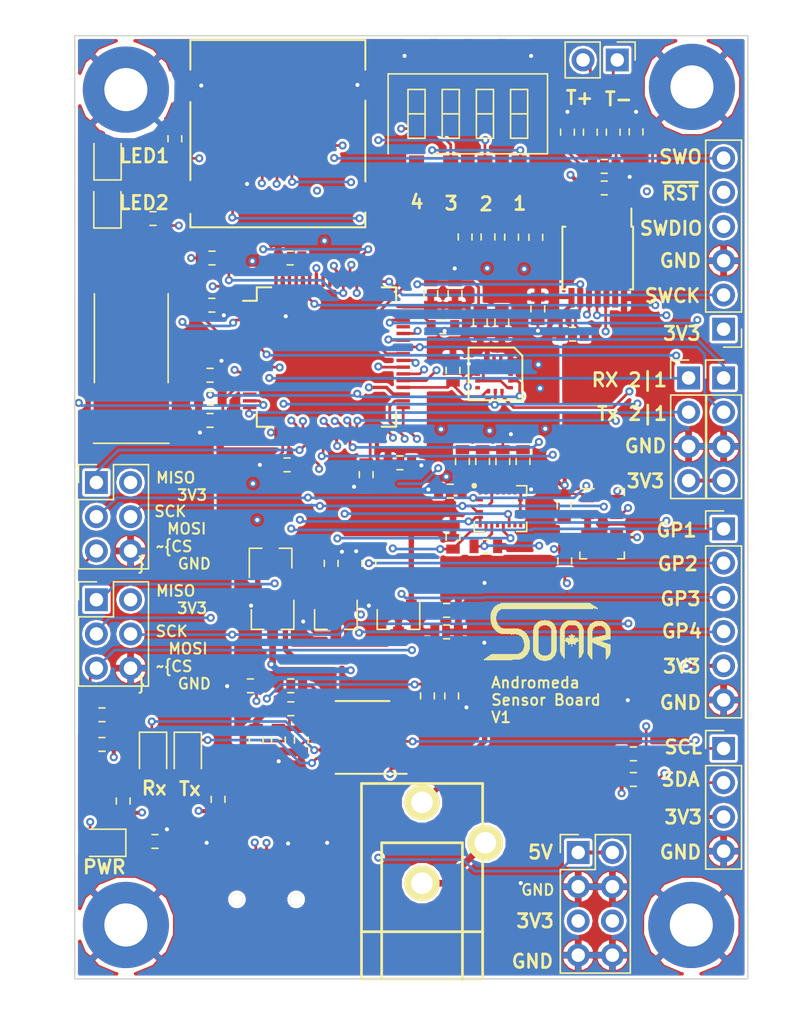
<source format=kicad_pcb>
(kicad_pcb (version 4) (host pcbnew 4.0.7)
  (layers (0 F.Cu signal) (1 In1.Cu power) (2 In2.Cu signal) (31 B.Cu signal) (34 B.Paste user hide) (35 F.Paste user hide) (36 B.SilkS user hide) (37 F.SilkS user) (38 B.Mask user hide) (39 F.Mask user hide) (44 Edge.Cuts user))
  (net 0 "")
  (net 1 "Net-(C1-Pad1)")
  (net 2 +3V3)
  (net 3 "Net-(C2-Pad1)")
  (net 4 VBUS)
  (net 5 VDC)
  (net 6 +5V)
  (net 7 "Net-(C10-Pad1)")
  (net 8 "Net-(C11-Pad1)")
  (net 9 "Net-(C12-Pad1)")
  (net 10 "Net-(C14-Pad1)")
  (net 11 "Net-(C23-Pad1)")
  (net 12 "Net-(C24-Pad2)")
  (net 13 "Net-(C28-Pad1)")
  (net 14 "Net-(C29-Pad1)")
  (net 15 "/Power and FTDI/TX_LED")
  (net 16 "Net-(D1-Pad2)")
  (net 17 "/Power and FTDI/RX_LED")
  (net 18 "Net-(D2-Pad2)")
  (net 19 VEXT)
  (net 20 "Net-(D4-Pad1)")
  (net 21 "Net-(D5-Pad2)")
  (net 22 SD_SPI_MISO)
  (net 23 SD_SPI_SCK)
  (net 24 SD_~CS)
  (net 25 SD_SPI_MOSI)
  (net 26 "Net-(J5-Pad2)")
  (net 27 GPIO1)
  (net 28 SWCLK)
  (net 29 SWDIO)
  (net 30 NRST)
  (net 31 SWO)
  (net 32 UART2_RX)
  (net 33 UART2_TX)
  (net 34 UART1_RX)
  (net 35 SPI2_MISO)
  (net 36 SPI2_SCK)
  (net 37 SPI2_MOSI)
  (net 38 SPI2_~CS)
  (net 39 SPI1_MISO)
  (net 40 SPI1_SCK)
  (net 41 SPI1_MOSI)
  (net 42 SPI1_~CS)
  (net 43 I2C1_SCL)
  (net 44 I2C1_SDA)
  (net 45 "Net-(R1-Pad1)")
  (net 46 "Net-(R2-Pad1)")
  (net 47 Accel_~CS)
  (net 48 Therm_~CS)
  (net 49 A/G_~CS)
  (net 50 Baro_~CS)
  (net 51 MAG_~CS)
  (net 52 GPIO10)
  (net 53 GPIO9)
  (net 54 GPIO8)
  (net 55 GPIO7)
  (net 56 "Net-(U1-Pad10)")
  (net 57 UART1_TX)
  (net 58 MAG_INT)
  (net 59 A/G_INT)
  (net 60 "Net-(C3-Pad1)")
  (net 61 "Net-(J2-Pad2)")
  (net 62 GND)
  (net 63 GPIO4)
  (net 64 "Net-(J5-Pad1)")
  (net 65 GPIO2)
  (net 66 GPIO3)
  (net 67 A_INT)
  (net 68 "Net-(D6-Pad2)")
  (net 69 "Net-(J1-Pad4)")
  (net 70 "Net-(J4-Pad8)")
  (net 71 "Net-(J4-Pad1)")
  (net 72 LED1)
  (net 73 LED2)
  (net 74 "Net-(U1-Pad2)")
  (net 75 "Net-(U1-Pad6)")
  (net 76 "Net-(U1-Pad7)")
  (net 77 "Net-(U1-Pad11)")
  (net 78 "Net-(U1-Pad16)")
  (net 79 "Net-(U4-Pad4)")
  (net 80 "Net-(U4-Pad8)")
  (net 81 "Net-(U4-Pad9)")
  (net 82 "Net-(U4-Pad14)")
  (net 83 "Net-(U4-Pad45)")
  (net 84 "Net-(U4-Pad50)")
  (net 85 "Net-(U4-Pad56)")
  (net 86 PB5)
  (net 87 "Net-(U4-Pad61)")
  (net 88 "Net-(U4-Pad62)")
  (net 89 "Net-(U5-Pad9)")
  (net 90 "Net-(U6-Pad6)")
  (net 91 "Net-(U6-Pad7)")
  (net 92 "Net-(U6-Pad13)")
  (net 93 "Net-(U7-Pad9)")
  (net 94 "Net-(U7-Pad12)")
  (net 95 "Net-(U7-Pad13)")
  (module Capacitor_SMD:C_0603_1608Metric (layer F.Cu) (at 119.3375 56.35)
    (fp_text reference C26 hide)
    (fp_text value 0.1uF)
    (pad 1 smd rect (at -0.875 0) (size 0.67 1) (layers F.Cu F.Paste F.Mask) (net 2 +3V3))
    (pad 2 smd rect (at 0.875 0) (size 0.67 1) (layers F.Cu F.Paste F.Mask) (net 62 GND))
  )
  (module Capacitor_SMD:C_0603_1608Metric (layer F.Cu) (at 113.3 76.65 90)
    (fp_text reference C28 hide)
    (fp_text value 10uF)
    (pad 1 smd rect (at -0.875 0 90) (size 0.67 1) (layers F.Cu F.Paste F.Mask) (net 13 "Net-(C28-Pad1)"))
    (pad 2 smd rect (at 0.875 0 90) (size 0.67 1) (layers F.Cu F.Paste F.Mask) (net 62 GND))
  )
  (module Package_QFP:LQFP-64_10x10mm_P0.5mm (layer F.Cu) (at 98.7 68.9)
    (fp_text reference U4 hide)
    (fp_text value STM32F405R)
    (pad 1 smd rect (at -5.7 -3.75) (size 1 0.25) (layers F.Cu F.Paste F.Mask) (net 2 +3V3))
    (pad 2 smd rect (at -5.7 -3.25) (size 1 0.25) (layers F.Cu F.Paste F.Mask) (net 72 LED1))
    (pad 3 smd rect (at -5.7 -2.75) (size 1 0.25) (layers F.Cu F.Paste F.Mask) (net 73 LED2))
    (pad 4 smd rect (at -5.7 -2.25) (size 1 0.25) (layers F.Cu F.Paste F.Mask) (net 79 "Net-(U4-Pad4)"))
    (pad 5 smd rect (at -5.7 -1.75) (size 1 0.25) (layers F.Cu F.Paste F.Mask) (net 10 "Net-(C14-Pad1)"))
    (pad 6 smd rect (at -5.7 -1.25) (size 1 0.25) (layers F.Cu F.Paste F.Mask) (net 9 "Net-(C12-Pad1)"))
    (pad 7 smd rect (at -5.7 -0.75) (size 1 0.25) (layers F.Cu F.Paste F.Mask) (net 30 NRST))
    (pad 8 smd rect (at -5.7 -0.25) (size 1 0.25) (layers F.Cu F.Paste F.Mask) (net 80 "Net-(U4-Pad8)"))
    (pad 9 smd rect (at -5.7 0.25) (size 1 0.25) (layers F.Cu F.Paste F.Mask) (net 81 "Net-(U4-Pad9)"))
    (pad 10 smd rect (at -5.7 0.75) (size 1 0.25) (layers F.Cu F.Paste F.Mask) (net 35 SPI2_MISO))
    (pad 11 smd rect (at -5.7 1.25) (size 1 0.25) (layers F.Cu F.Paste F.Mask) (net 37 SPI2_MOSI))
    (pad 12 smd rect (at -5.7 1.75) (size 1 0.25) (layers F.Cu F.Paste F.Mask) (net 62 GND))
    (pad 13 smd rect (at -5.7 2.25) (size 1 0.25) (layers F.Cu F.Paste F.Mask) (net 2 +3V3))
    (pad 14 smd rect (at -5.7 2.75) (size 1 0.25) (layers F.Cu F.Paste F.Mask) (net 82 "Net-(U4-Pad14)"))
    (pad 15 smd rect (at -5.7 3.25) (size 1 0.25) (layers F.Cu F.Paste F.Mask) (net 42 SPI1_~CS))
    (pad 16 smd rect (at -5.7 3.75) (size 1 0.25) (layers F.Cu F.Paste F.Mask) (net 33 UART2_TX))
    (pad 17 smd rect (at -3.75 5.7 90) (size 1 0.25) (layers F.Cu F.Paste F.Mask) (net 32 UART2_RX))
    (pad 18 smd rect (at -3.25 5.7 90) (size 1 0.25) (layers F.Cu F.Paste F.Mask) (net 62 GND))
    (pad 19 smd rect (at -2.75 5.7 90) (size 1 0.25) (layers F.Cu F.Paste F.Mask) (net 2 +3V3))
    (pad 20 smd rect (at -2.25 5.7 90) (size 1 0.25) (layers F.Cu F.Paste F.Mask) (net 27 GPIO1))
    (pad 21 smd rect (at -1.75 5.7 90) (size 1 0.25) (layers F.Cu F.Paste F.Mask) (net 40 SPI1_SCK))
    (pad 22 smd rect (at -1.25 5.7 90) (size 1 0.25) (layers F.Cu F.Paste F.Mask) (net 39 SPI1_MISO))
    (pad 23 smd rect (at -0.75 5.7 90) (size 1 0.25) (layers F.Cu F.Paste F.Mask) (net 41 SPI1_MOSI))
    (pad 24 smd rect (at -0.25 5.7 90) (size 1 0.25) (layers F.Cu F.Paste F.Mask) (net 50 Baro_~CS))
    (pad 25 smd rect (at 0.25 5.7 90) (size 1 0.25) (layers F.Cu F.Paste F.Mask) (net 63 GPIO4))
    (pad 26 smd rect (at 0.75 5.7 90) (size 1 0.25) (layers F.Cu F.Paste F.Mask) (net 58 MAG_INT))
    (pad 27 smd rect (at 1.25 5.7 90) (size 1 0.25) (layers F.Cu F.Paste F.Mask) (net 59 A/G_INT))
    (pad 28 smd rect (at 1.75 5.7 90) (size 1 0.25) (layers F.Cu F.Paste F.Mask) (net 51 MAG_~CS))
    (pad 29 smd rect (at 2.25 5.7 90) (size 1 0.25) (layers F.Cu F.Paste F.Mask) (net 36 SPI2_SCK))
    (pad 30 smd rect (at 2.75 5.7 90) (size 1 0.25) (layers F.Cu F.Paste F.Mask) (net 49 A/G_~CS))
    (pad 31 smd rect (at 3.25 5.7 90) (size 1 0.25) (layers F.Cu F.Paste F.Mask) (net 8 "Net-(C11-Pad1)"))
    (pad 32 smd rect (at 3.75 5.7 90) (size 1 0.25) (layers F.Cu F.Paste F.Mask) (net 2 +3V3))
    (pad 33 smd rect (at 5.7 3.75) (size 1 0.25) (layers F.Cu F.Paste F.Mask) (net 38 SPI2_~CS))
    (pad 34 smd rect (at 5.7 3.25) (size 1 0.25) (layers F.Cu F.Paste F.Mask) (net 66 GPIO3))
    (pad 35 smd rect (at 5.7 2.75) (size 1 0.25) (layers F.Cu F.Paste F.Mask) (net 65 GPIO2))
    (pad 36 smd rect (at 5.7 2.25) (size 1 0.25) (layers F.Cu F.Paste F.Mask) (net 47 Accel_~CS))
    (pad 37 smd rect (at 5.7 1.75) (size 1 0.25) (layers F.Cu F.Paste F.Mask) (net 52 GPIO10))
    (pad 38 smd rect (at 5.7 1.25) (size 1 0.25) (layers F.Cu F.Paste F.Mask) (net 67 A_INT))
    (pad 39 smd rect (at 5.7 0.75) (size 1 0.25) (layers F.Cu F.Paste F.Mask) (net 53 GPIO9))
    (pad 40 smd rect (at 5.7 0.25) (size 1 0.25) (layers F.Cu F.Paste F.Mask) (net 54 GPIO8))
    (pad 41 smd rect (at 5.7 -0.25) (size 1 0.25) (layers F.Cu F.Paste F.Mask) (net 55 GPIO7))
    (pad 42 smd rect (at 5.7 -0.75) (size 1 0.25) (layers F.Cu F.Paste F.Mask) (net 57 UART1_TX))
    (pad 43 smd rect (at 5.7 -1.25) (size 1 0.25) (layers F.Cu F.Paste F.Mask) (net 34 UART1_RX))
    (pad 44 smd rect (at 5.7 -1.75) (size 1 0.25) (layers F.Cu F.Paste F.Mask) (net 48 Therm_~CS))
    (pad 45 smd rect (at 5.7 -2.25) (size 1 0.25) (layers F.Cu F.Paste F.Mask) (net 83 "Net-(U4-Pad45)"))
    (pad 46 smd rect (at 5.7 -2.75) (size 1 0.25) (layers F.Cu F.Paste F.Mask) (net 29 SWDIO))
    (pad 47 smd rect (at 5.7 -3.25) (size 1 0.25) (layers F.Cu F.Paste F.Mask) (net 7 "Net-(C10-Pad1)"))
    (pad 48 smd rect (at 5.7 -3.75) (size 1 0.25) (layers F.Cu F.Paste F.Mask) (net 2 +3V3))
    (pad 49 smd rect (at 3.75 -5.7 90) (size 1 0.25) (layers F.Cu F.Paste F.Mask) (net 28 SWCLK))
    (pad 50 smd rect (at 3.25 -5.7 90) (size 1 0.25) (layers F.Cu F.Paste F.Mask) (net 84 "Net-(U4-Pad50)"))
    (pad 51 smd rect (at 2.75 -5.7 90) (size 1 0.25) (layers F.Cu F.Paste F.Mask) (net 23 SD_SPI_SCK))
    (pad 52 smd rect (at 2.25 -5.7 90) (size 1 0.25) (layers F.Cu F.Paste F.Mask) (net 22 SD_SPI_MISO))
    (pad 53 smd rect (at 1.75 -5.7 90) (size 1 0.25) (layers F.Cu F.Paste F.Mask) (net 25 SD_SPI_MOSI))
    (pad 54 smd rect (at 1.25 -5.7 90) (size 1 0.25) (layers F.Cu F.Paste F.Mask) (net 24 SD_~CS))
    (pad 55 smd rect (at 0.75 -5.7 90) (size 1 0.25) (layers F.Cu F.Paste F.Mask) (net 31 SWO))
    (pad 56 smd rect (at 0.25 -5.7 90) (size 1 0.25) (layers F.Cu F.Paste F.Mask) (net 85 "Net-(U4-Pad56)"))
    (pad 57 smd rect (at -0.25 -5.7 90) (size 1 0.25) (layers F.Cu F.Paste F.Mask) (net 86 PB5))
    (pad 58 smd rect (at -0.75 -5.7 90) (size 1 0.25) (layers F.Cu F.Paste F.Mask) (net 43 I2C1_SCL))
    (pad 59 smd rect (at -1.25 -5.7 90) (size 1 0.25) (layers F.Cu F.Paste F.Mask) (net 44 I2C1_SDA))
    (pad 60 smd rect (at -1.75 -5.7 90) (size 1 0.25) (layers F.Cu F.Paste F.Mask) (net 62 GND))
    (pad 61 smd rect (at -2.25 -5.7 90) (size 1 0.25) (layers F.Cu F.Paste F.Mask) (net 87 "Net-(U4-Pad61)"))
    (pad 62 smd rect (at -2.75 -5.7 90) (size 1 0.25) (layers F.Cu F.Paste F.Mask) (net 88 "Net-(U4-Pad62)"))
    (pad 63 smd rect (at -3.25 -5.7 90) (size 1 0.25) (layers F.Cu F.Paste F.Mask) (net 62 GND))
    (pad 64 smd rect (at -3.75 -5.7 90) (size 1 0.25) (layers F.Cu F.Paste F.Mask) (net 2 +3V3))
  )
  (module Package_LGA:LGA-24L_3x3.5mm_P0.43mm (layer F.Cu) (at 111.625 80.15)
    (fp_text reference U7 hide)
    (fp_text value LSM9DS1)
    (pad 1 smd rect (at -1.505 -1.225) (size 0.23 0.35) (layers F.Cu F.Paste F.Mask) (net 2 +3V3))
    (pad 2 smd rect (at -1.475 -0.645) (size 0.35 0.23) (layers F.Cu F.Paste F.Mask) (net 40 SPI1_SCK))
    (pad 17 smd rect (at 1.475 -0.645) (size 0.35 0.23) (layers F.Cu F.Paste F.Mask) (net 62 GND))
    (pad 3 smd rect (at -1.475 -0.215) (size 0.35 0.23) (layers F.Cu F.Paste F.Mask) (net 2 +3V3))
    (pad 16 smd rect (at 1.475 -0.215) (size 0.35 0.23) (layers F.Cu F.Paste F.Mask) (net 62 GND))
    (pad 4 smd rect (at -1.475 0.215) (size 0.35 0.23) (layers F.Cu F.Paste F.Mask) (net 41 SPI1_MOSI))
    (pad 15 smd rect (at 1.475 0.215) (size 0.35 0.23) (layers F.Cu F.Paste F.Mask) (net 62 GND))
    (pad 5 smd rect (at -1.475 0.645) (size 0.35 0.23) (layers F.Cu F.Paste F.Mask) (net 39 SPI1_MISO))
    (pad 14 smd rect (at 1.475 0.645) (size 0.35 0.23) (layers F.Cu F.Paste F.Mask) (net 62 GND))
    (pad 24 smd rect (at -1.075 -1.225) (size 0.23 0.35) (layers F.Cu F.Paste F.Mask) (net 14 "Net-(C29-Pad1)"))
    (pad 23 smd rect (at -0.645 -1.225) (size 0.23 0.35) (layers F.Cu F.Paste F.Mask) (net 2 +3V3))
    (pad 22 smd rect (at -0.215 -1.225) (size 0.23 0.35) (layers F.Cu F.Paste F.Mask) (net 2 +3V3))
    (pad 21 smd rect (at 0.215 -1.225) (size 0.23 0.35) (layers F.Cu F.Paste F.Mask) (net 13 "Net-(C28-Pad1)"))
    (pad 20 smd rect (at 0.645 -1.225) (size 0.23 0.35) (layers F.Cu F.Paste F.Mask) (net 62 GND))
    (pad 19 smd rect (at 1.075 -1.225) (size 0.23 0.35) (layers F.Cu F.Paste F.Mask) (net 62 GND))
    (pad 18 smd rect (at 1.505 -1.225) (size 0.23 0.35) (layers F.Cu F.Paste F.Mask) (net 62 GND))
    (pad 6 smd rect (at -1.505 1.225) (size 0.23 0.35) (layers F.Cu F.Paste F.Mask) (net 39 SPI1_MISO))
    (pad 7 smd rect (at -1.075 1.225) (size 0.23 0.35) (layers F.Cu F.Paste F.Mask) (net 49 A/G_~CS))
    (pad 8 smd rect (at -0.645 1.225) (size 0.23 0.35) (layers F.Cu F.Paste F.Mask) (net 51 MAG_~CS))
    (pad 9 smd rect (at -0.215 1.225) (size 0.23 0.35) (layers F.Cu F.Paste F.Mask) (net 93 "Net-(U7-Pad9)"))
    (pad 10 smd rect (at 0.215 1.225) (size 0.23 0.35) (layers F.Cu F.Paste F.Mask) (net 58 MAG_INT))
    (pad 11 smd rect (at 0.645 1.225) (size 0.23 0.35) (layers F.Cu F.Paste F.Mask) (net 59 A/G_INT))
    (pad 12 smd rect (at 1.075 1.225) (size 0.23 0.35) (layers F.Cu F.Paste F.Mask) (net 94 "Net-(U7-Pad12)"))
    (pad 13 smd rect (at 1.505 1.225) (size 0.23 0.35) (layers F.Cu F.Paste F.Mask) (net 95 "Net-(U7-Pad13)"))
  )
  (module Capacitor_SMD:C_0603_1608Metric (layer F.Cu) (at 111.725 66.3 90)
    (fp_text reference C21 hide)
    (fp_text value 10uF)
    (pad 1 smd rect (at -0.875 0 90) (size 0.67 1) (layers F.Cu F.Paste F.Mask) (net 2 +3V3))
    (pad 2 smd rect (at 0.875 0 90) (size 0.67 1) (layers F.Cu F.Paste F.Mask) (net 62 GND))
  )
  (module Conn_PinHeader_2.54mm:PinHeader_2x03_P2.54mm_Vertical (layer F.Cu) (at 81.61 86.91)
    (fp_text reference J11 hide)
    (fp_text value Conn_02x03_Odd_Even hide)
    (pad 1 thru_hole rect (at 0 0) (size 1.7 1.7) (drill 1) (layers *.Cu *.Mask) (net 35 SPI2_MISO))
    (pad 2 thru_hole oval (at 2.54 0) (size 1.7 1.7) (drill 1) (layers *.Cu *.Mask) (net 2 +3V3))
    (pad 3 thru_hole oval (at 0 2.54) (size 1.7 1.7) (drill 1) (layers *.Cu *.Mask) (net 36 SPI2_SCK))
    (pad 4 thru_hole oval (at 2.54 2.54) (size 1.7 1.7) (drill 1) (layers *.Cu *.Mask) (net 37 SPI2_MOSI))
    (pad 5 thru_hole oval (at 0 5.08) (size 1.7 1.7) (drill 1) (layers *.Cu *.Mask) (net 38 SPI2_~CS))
    (pad 6 thru_hole oval (at 2.54 5.08) (size 1.7 1.7) (drill 1) (layers *.Cu *.Mask) (net 62 GND))
  )
  (module SOAR:LGA-16 (layer F.Cu) (at 111.15 70.2)
    (fp_text reference U5 hide)
    (fp_text value LIS3DH)
    (pad 16 smd rect (at 0.5 -1.25) (size 0.25 0.35) (layers F.Cu F.Paste F.Mask))
    (pad 15 smd rect (at 0 -1.25) (size 0.25 0.35) (layers F.Cu F.Paste F.Mask))
    (pad 14 smd rect (at -0.5 -1.25) (size 0.25 0.35) (layers F.Cu F.Paste F.Mask) (net 2 +3V3))
    (pad 8 smd rect (at -0.41 1.23) (size 0.25 0.35) (layers F.Cu F.Paste F.Mask) (net 47 Accel_~CS))
    (pad 7 smd rect (at 0.09 1.23) (size 0.25 0.35) (layers F.Cu F.Paste F.Mask) (net 35 SPI2_MISO))
    (pad 6 smd rect (at 0.59 1.23) (size 0.25 0.35) (layers F.Cu F.Paste F.Mask) (net 37 SPI2_MOSI))
    (pad 1 smd rect (at 1.225 -1.025 90) (size 0.25 0.35) (layers F.Cu F.Paste F.Mask) (net 2 +3V3))
    (pad 2 smd rect (at 1.225 -0.525 90) (size 0.25 0.35) (layers F.Cu F.Paste F.Mask))
    (pad 3 smd rect (at 1.225 -0.025 90) (size 0.25 0.35) (layers F.Cu F.Paste F.Mask))
    (pad 4 smd rect (at 1.225 0.475 90) (size 0.25 0.35) (layers F.Cu F.Paste F.Mask) (net 36 SPI2_SCK))
    (pad 5 smd rect (at 1.225 0.975 90) (size 0.25 0.35) (layers F.Cu F.Paste F.Mask) (net 62 GND))
    (pad 9 smd rect (at -1.225 0.975) (size 0.35 0.25) (layers F.Cu F.Paste F.Mask) (net 89 "Net-(U5-Pad9)"))
    (pad 10 smd rect (at -1.225 0.475 90) (size 0.25 0.35) (layers F.Cu F.Paste F.Mask) (net 62 GND))
    (pad 11 smd rect (at -1.225 -0.025 90) (size 0.25 0.35) (layers F.Cu F.Paste F.Mask) (net 67 A_INT))
    (pad 12 smd rect (at -1.225 -0.525 90) (size 0.25 0.35) (layers F.Cu F.Paste F.Mask) (net 62 GND))
    (pad 13 smd rect (at -1.225 -1.025 90) (size 0.25 0.35) (layers F.Cu F.Paste F.Mask))
  )
  (module Crystal:Crystal_SMD_SeikoEpson_MA505-2Pin_12.7x5.1mm (layer F.Cu) (at 84.2 70.1 90)
    (fp_text reference Y1 hide)
    (fp_text value Crystal_8MHz)
    (pad 1 smd rect (at -2.95 0 90) (size 4.1 5.6) (layers F.Cu F.Paste F.Mask) (net 9 "Net-(C12-Pad1)"))
    (pad 2 smd rect (at 8.15 0 90) (size 4.1 5.6) (layers F.Cu F.Paste F.Mask) (net 10 "Net-(C14-Pad1)"))
  )
  (module SOAR:CUI_PJ-102A (layer F.Cu) (at 105.8 104.95 180)
    (fp_text reference J2 hide)
    (fp_text value Barrel_Jack hide)
    (pad 1 thru_hole circle (at 0 3 180) (size 2.6 2.6) (drill 1.6) (layers *.Cu *.Mask F.SilkS) (net 19 VEXT))
    (pad 2 thru_hole circle (at 0 -3 180) (size 2.6 2.6) (drill 1.6) (layers *.Cu *.Mask F.SilkS) (net 61 "Net-(J2-Pad2)"))
    (pad 3 thru_hole circle (at -4.7 0 180) (size 2.6 2.6) (drill 1.6) (layers *.Cu *.Mask F.SilkS) (net 61 "Net-(J2-Pad2)"))
  )
  (module SOAR:Conn,Molex,Hinged_microSD (layer F.Cu) (at 94.49 54.37)
    (fp_text reference J4 hide)
    (fp_text value Micro_SD_Card)
    (pad 9 smd rect (at 7.51 2.68) (size 1.45 2) (layers F.Cu F.Paste F.Mask) (net 62 GND))
    (pad 9 smd rect (at -6.24 2.68) (size 1.45 2) (layers F.Cu F.Paste F.Mask) (net 62 GND))
    (pad 9 smd rect (at -6.24 -5.62) (size 1.45 2) (layers F.Cu F.Paste F.Mask) (net 62 GND))
    (pad 8 smd rect (at -3.86 0.08) (size 0.8 1.5) (layers F.Cu F.Paste F.Mask) (net 70 "Net-(J4-Pad8)"))
    (pad 7 smd rect (at -2.76 0.08) (size 0.8 1.5) (layers F.Cu F.Paste F.Mask) (net 22 SD_SPI_MISO))
    (pad 6 smd rect (at -1.66 0.08) (size 0.8 1.5) (layers F.Cu F.Paste F.Mask) (net 62 GND))
    (pad 5 smd rect (at -0.56 0.08) (size 0.8 1.5) (layers F.Cu F.Paste F.Mask) (net 23 SD_SPI_SCK))
    (pad 4 smd rect (at 0.54 0.08) (size 0.8 1.5) (layers F.Cu F.Paste F.Mask) (net 2 +3V3))
    (pad 2 smd rect (at 2.74 0.08) (size 0.8 1.5) (layers F.Cu F.Paste F.Mask) (net 24 SD_~CS))
    (pad 1 smd rect (at 3.84 0.08) (size 0.8 1.5) (layers F.Cu F.Paste F.Mask) (net 71 "Net-(J4-Pad1)"))
    (pad 3 smd rect (at 1.64 0.08) (size 0.8 1.5) (layers F.Cu F.Paste F.Mask) (net 25 SD_SPI_MOSI))
    (pad 9 smd rect (at 7.51 -5.62) (size 1.45 2) (layers F.Cu F.Paste F.Mask) (net 62 GND))
  )
  (module SOAR:USB-Mini-B (layer F.Cu) (at 94.24992 114.40044 180)
    (fp_text reference J1)
    (fp_text value USB_MINIB)
    (pad 6 smd rect (at 4.45008 2.25044 180) (size 1.99898 2.49936) (layers F.Cu F.Paste F.Mask) (net 62 GND) (clearance 0.14986))
    (pad 6 smd rect (at 4.45008 7.74954 180) (size 1.99898 2.49936) (layers F.Cu F.Paste F.Mask) (net 62 GND))
    (pad 6 smd rect (at -4.45008 7.74954 180) (size 1.99898 2.49936) (layers F.Cu F.Paste F.Mask) (net 62 GND))
    (pad 6 smd rect (at -4.45008 2.25044 180) (size 1.99898 2.49936) (layers F.Cu F.Paste F.Mask) (net 62 GND))
    (pad "" thru_hole circle (at 2.19964 5.25018 180) (size 0.90932 0.90932) (drill 0.89916) (layers *.Cu *.Mask F.SilkS) (clearance 0.14986))
    (pad "" thru_hole circle (at -2.19964 5.25018 180) (size 0.90932 0.90932) (drill 0.89916) (layers *.Cu *.Mask F.SilkS) (clearance 0.14986))
    (pad 5 smd rect (at -1.6002 7.85114 180) (size 0.50038 2.30124) (layers F.Cu F.Paste F.Mask) (net 62 GND) (clearance 0.14986))
    (pad 4 smd rect (at -0.8001 7.85114 180) (size 0.50038 2.30124) (layers F.Cu F.Paste F.Mask) (net 69 "Net-(J1-Pad4)") (clearance 0.14986))
    (pad 3 smd rect (at 0 7.85114 180) (size 0.50038 2.30124) (layers F.Cu F.Paste F.Mask) (net 3 "Net-(C2-Pad1)") (clearance 0.14986))
    (pad 2 smd rect (at 0.8001 7.85114 180) (size 0.50038 2.30124) (layers F.Cu F.Paste F.Mask) (net 1 "Net-(C1-Pad1)") (clearance 0.14986))
    (pad 1 smd rect (at 1.6002 7.85114 180) (size 0.50038 2.30124) (layers F.Cu F.Paste F.Mask) (net 60 "Net-(C3-Pad1)") (clearance 0.14986))
  )
  (module Conn_PinHeader_2.54mm:PinHeader_1x06_P2.54mm_Vertical (layer F.Cu) (at 128.2 66.83 180)
    (fp_text reference J7 hide)
    (fp_text value Conn_01x06 hide)
    (pad 1 thru_hole rect (at 0 0 180) (size 1.7 1.7) (drill 1) (layers *.Cu *.Mask) (net 2 +3V3))
    (pad 2 thru_hole oval (at 0 2.54 180) (size 1.7 1.7) (drill 1) (layers *.Cu *.Mask) (net 28 SWCLK))
    (pad 3 thru_hole oval (at 0 5.08 180) (size 1.7 1.7) (drill 1) (layers *.Cu *.Mask) (net 62 GND))
    (pad 4 thru_hole oval (at 0 7.62 180) (size 1.7 1.7) (drill 1) (layers *.Cu *.Mask) (net 29 SWDIO))
    (pad 5 thru_hole oval (at 0 10.16 180) (size 1.7 1.7) (drill 1) (layers *.Cu *.Mask) (net 30 NRST))
    (pad 6 thru_hole oval (at 0 12.7 180) (size 1.7 1.7) (drill 1) (layers *.Cu *.Mask) (net 31 SWO))
  )
  (module Conn_PinHeader_2.54mm:PinHeader_1x04_P2.54mm_Vertical (layer F.Cu) (at 128.2 70.45)
    (fp_text reference J9 hide)
    (fp_text value Conn_01x04 hide)
    (pad 1 thru_hole rect (at 0 0) (size 1.7 1.7) (drill 1) (layers *.Cu *.Mask) (net 34 UART1_RX))
    (pad 2 thru_hole oval (at 0 2.54) (size 1.7 1.7) (drill 1) (layers *.Cu *.Mask) (net 57 UART1_TX))
    (pad 3 thru_hole oval (at 0 5.08) (size 1.7 1.7) (drill 1) (layers *.Cu *.Mask) (net 62 GND))
    (pad 4 thru_hole oval (at 0 7.62) (size 1.7 1.7) (drill 1) (layers *.Cu *.Mask) (net 2 +3V3))
  )
  (module Conn_PinHeader_2.54mm:PinHeader_2x03_P2.54mm_Vertical (layer F.Cu) (at 81.61 78.21)
    (fp_text reference J12 hide)
    (fp_text value Conn_02x03_Odd_Even hide)
    (pad 1 thru_hole rect (at 0 0) (size 1.7 1.7) (drill 1) (layers *.Cu *.Mask) (net 39 SPI1_MISO))
    (pad 2 thru_hole oval (at 2.54 0) (size 1.7 1.7) (drill 1) (layers *.Cu *.Mask) (net 2 +3V3))
    (pad 3 thru_hole oval (at 0 2.54) (size 1.7 1.7) (drill 1) (layers *.Cu *.Mask) (net 40 SPI1_SCK))
    (pad 4 thru_hole oval (at 2.54 2.54) (size 1.7 1.7) (drill 1) (layers *.Cu *.Mask) (net 41 SPI1_MOSI))
    (pad 5 thru_hole oval (at 0 5.08) (size 1.7 1.7) (drill 1) (layers *.Cu *.Mask) (net 42 SPI1_~CS))
    (pad 6 thru_hole oval (at 2.54 5.08) (size 1.7 1.7) (drill 1) (layers *.Cu *.Mask) (net 62 GND))
  )
  (module Button_Switch_SMD:SW_DIP_x4_W8.61mm_Slide_LowProfile (layer F.Cu) (at 109.2 50.85 90)
    (fp_text reference SW1 hide)
    (fp_text value SW_DIP_x04)
    (pad 1 smd rect (at -4.305 -3.81 90) (size 2.44 1.12) (layers F.Cu F.Paste F.Mask) (net 55 GPIO7))
    (pad 5 smd rect (at 4.305 3.81 90) (size 2.44 1.12) (layers F.Cu F.Paste F.Mask) (net 62 GND))
    (pad 2 smd rect (at -4.305 -1.27 90) (size 2.44 1.12) (layers F.Cu F.Paste F.Mask) (net 54 GPIO8))
    (pad 6 smd rect (at 4.305 1.27 90) (size 2.44 1.12) (layers F.Cu F.Paste F.Mask) (net 62 GND))
    (pad 3 smd rect (at -4.305 1.27 90) (size 2.44 1.12) (layers F.Cu F.Paste F.Mask) (net 53 GPIO9))
    (pad 7 smd rect (at 4.305 -1.27 90) (size 2.44 1.12) (layers F.Cu F.Paste F.Mask) (net 62 GND))
    (pad 4 smd rect (at -4.305 3.81 90) (size 2.44 1.12) (layers F.Cu F.Paste F.Mask) (net 52 GPIO10))
    (pad 8 smd rect (at 4.305 -3.81 90) (size 2.44 1.12) (layers F.Cu F.Paste F.Mask) (net 62 GND))
  )
  (module Package_SSOP:SSOP-16_3.9x4.9mm_P0.635mm (layer F.Cu) (at 101.380254 97.104226 180)
    (fp_text reference U1 hide)
    (fp_text value FT230XS)
    (pad 1 smd rect (at -2.6 -2.2225 180) (size 1.2 0.4) (layers F.Cu F.Paste F.Mask) (net 34 UART1_RX))
    (pad 2 smd rect (at -2.6 -1.5875 180) (size 1.2 0.4) (layers F.Cu F.Paste F.Mask) (net 74 "Net-(U1-Pad2)"))
    (pad 3 smd rect (at -2.6 -0.9525 180) (size 1.2 0.4) (layers F.Cu F.Paste F.Mask) (net 56 "Net-(U1-Pad10)"))
    (pad 4 smd rect (at -2.6 -0.3175 180) (size 1.2 0.4) (layers F.Cu F.Paste F.Mask) (net 57 UART1_TX))
    (pad 5 smd rect (at -2.6 0.3175 180) (size 1.2 0.4) (layers F.Cu F.Paste F.Mask) (net 62 GND))
    (pad 6 smd rect (at -2.6 0.9525 180) (size 1.2 0.4) (layers F.Cu F.Paste F.Mask) (net 75 "Net-(U1-Pad6)"))
    (pad 7 smd rect (at -2.6 1.5875 180) (size 1.2 0.4) (layers F.Cu F.Paste F.Mask) (net 76 "Net-(U1-Pad7)"))
    (pad 8 smd rect (at -2.6 2.2225 180) (size 1.2 0.4) (layers F.Cu F.Paste F.Mask) (net 46 "Net-(R2-Pad1)"))
    (pad 9 smd rect (at 2.6 2.2225 180) (size 1.2 0.4) (layers F.Cu F.Paste F.Mask) (net 45 "Net-(R1-Pad1)"))
    (pad 10 smd rect (at 2.6 1.5875 180) (size 1.2 0.4) (layers F.Cu F.Paste F.Mask) (net 56 "Net-(U1-Pad10)"))
    (pad 11 smd rect (at 2.6 0.9525 180) (size 1.2 0.4) (layers F.Cu F.Paste F.Mask) (net 77 "Net-(U1-Pad11)"))
    (pad 12 smd rect (at 2.6 0.3175 180) (size 1.2 0.4) (layers F.Cu F.Paste F.Mask) (net 4 VBUS))
    (pad 13 smd rect (at 2.6 -0.3175 180) (size 1.2 0.4) (layers F.Cu F.Paste F.Mask) (net 62 GND))
    (pad 14 smd rect (at 2.6 -0.9525 180) (size 1.2 0.4) (layers F.Cu F.Paste F.Mask) (net 17 "/Power and FTDI/RX_LED"))
    (pad 15 smd rect (at 2.6 -1.5875 180) (size 1.2 0.4) (layers F.Cu F.Paste F.Mask) (net 15 "/Power and FTDI/TX_LED"))
    (pad 16 smd rect (at 2.6 -2.2225 180) (size 1.2 0.4) (layers F.Cu F.Paste F.Mask) (net 78 "Net-(U1-Pad16)"))
  )
  (module Package_SSOP:TSSOP-14_4.4x5mm_P0.65mm (layer F.Cu) (at 118.85 61.55 270)
    (fp_text reference U6 hide)
    (fp_text value MAX31856)
    (pad 1 smd rect (at -2.95 -1.95 270) (size 1.45 0.45) (layers F.Cu F.Paste F.Mask) (net 62 GND))
    (pad 2 smd rect (at -2.95 -1.3 270) (size 1.45 0.45) (layers F.Cu F.Paste F.Mask) (net 64 "Net-(J5-Pad1)"))
    (pad 3 smd rect (at -2.95 -0.65 270) (size 1.45 0.45) (layers F.Cu F.Paste F.Mask) (net 11 "Net-(C23-Pad1)"))
    (pad 4 smd rect (at -2.95 0 270) (size 1.45 0.45) (layers F.Cu F.Paste F.Mask) (net 12 "Net-(C24-Pad2)"))
    (pad 5 smd rect (at -2.95 0.65 270) (size 1.45 0.45) (layers F.Cu F.Paste F.Mask) (net 2 +3V3))
    (pad 6 smd rect (at -2.95 1.3 270) (size 1.45 0.45) (layers F.Cu F.Paste F.Mask) (net 90 "Net-(U6-Pad6)"))
    (pad 7 smd rect (at -2.95 1.95 270) (size 1.45 0.45) (layers F.Cu F.Paste F.Mask) (net 91 "Net-(U6-Pad7)"))
    (pad 8 smd rect (at 2.95 1.95 270) (size 1.45 0.45) (layers F.Cu F.Paste F.Mask) (net 2 +3V3))
    (pad 9 smd rect (at 2.95 1.3 270) (size 1.45 0.45) (layers F.Cu F.Paste F.Mask) (net 48 Therm_~CS))
    (pad 10 smd rect (at 2.95 0.65 270) (size 1.45 0.45) (layers F.Cu F.Paste F.Mask) (net 40 SPI1_SCK))
    (pad 11 smd rect (at 2.95 0 270) (size 1.45 0.45) (layers F.Cu F.Paste F.Mask) (net 39 SPI1_MISO))
    (pad 12 smd rect (at 2.95 -0.65 270) (size 1.45 0.45) (layers F.Cu F.Paste F.Mask) (net 41 SPI1_MOSI))
    (pad 13 smd rect (at 2.95 -1.3 270) (size 1.45 0.45) (layers F.Cu F.Paste F.Mask) (net 92 "Net-(U6-Pad13)"))
    (pad 14 smd rect (at 2.95 -1.95 270) (size 1.45 0.45) (layers F.Cu F.Paste F.Mask) (net 62 GND))
  )
  (module Package_LGA:LGA-8_3x5mm_P1.25mm (layer F.Cu) (at 119.175 81.275)
    (fp_text reference U8 hide)
    (fp_text value MS5607)
    (pad 4 smd rect (at -1.075 1.875) (size 0.95 0.55) (layers F.Cu F.Paste F.Mask) (net 50 Baro_~CS))
    (pad 1 smd rect (at -1.075 -1.875) (size 0.95 0.55) (layers F.Cu F.Paste F.Mask) (net 2 +3V3))
    (pad 2 smd rect (at -1.075 -0.625) (size 0.95 0.55) (layers F.Cu F.Paste F.Mask) (net 62 GND))
    (pad 3 smd rect (at -1.075 0.625) (size 0.95 0.55) (layers F.Cu F.Paste F.Mask) (net 62 GND))
    (pad 8 smd rect (at 1.075 -1.875) (size 0.95 0.55) (layers F.Cu F.Paste F.Mask) (net 36 SPI2_SCK))
    (pad 7 smd rect (at 1.075 -0.625) (size 0.95 0.55) (layers F.Cu F.Paste F.Mask) (net 37 SPI2_MOSI))
    (pad 6 smd rect (at 1.075 0.625) (size 0.95 0.55) (layers F.Cu F.Paste F.Mask) (net 35 SPI2_MISO))
    (pad 5 smd rect (at 1.075 1.875) (size 0.95 0.55) (layers F.Cu F.Paste F.Mask) (net 50 Baro_~CS))
  )
  (module Conn_PinHeader_2.54mm:PinHeader_2x04_P2.54mm_Vertical (layer F.Cu) (at 117.4 105.67)
    (fp_text reference J3 hide)
    (fp_text value Conn_02x04_Odd_Even hide)
    (pad 1 thru_hole rect (at 0 0) (size 1.7 1.7) (drill 1) (layers *.Cu *.Mask) (net 6 +5V))
    (pad 2 thru_hole oval (at 2.54 0) (size 1.7 1.7) (drill 1) (layers *.Cu *.Mask) (net 6 +5V))
    (pad 3 thru_hole oval (at 0 2.54) (size 1.7 1.7) (drill 1) (layers *.Cu *.Mask) (net 62 GND))
    (pad 4 thru_hole oval (at 2.54 2.54) (size 1.7 1.7) (drill 1) (layers *.Cu *.Mask) (net 62 GND))
    (pad 5 thru_hole oval (at 0 5.08) (size 1.7 1.7) (drill 1) (layers *.Cu *.Mask) (net 2 +3V3))
    (pad 6 thru_hole oval (at 2.54 5.08) (size 1.7 1.7) (drill 1) (layers *.Cu *.Mask) (net 2 +3V3))
    (pad 7 thru_hole oval (at 0 7.62) (size 1.7 1.7) (drill 1) (layers *.Cu *.Mask) (net 62 GND))
    (pad 8 thru_hole oval (at 2.54 7.62) (size 1.7 1.7) (drill 1) (layers *.Cu *.Mask) (net 62 GND))
  )
  (module Conn_PinHeader_2.54mm:PinHeader_1x02_P2.54mm_Vertical (layer F.Cu) (at 120.3 46.85 270)
    (fp_text reference J5 hide)
    (fp_text value Conn_01x02 hide)
    (pad 1 thru_hole rect (at 0 0 270) (size 1.7 1.7) (drill 1) (layers *.Cu *.Mask) (net 64 "Net-(J5-Pad1)"))
    (pad 2 thru_hole oval (at 0 2.54 270) (size 1.7 1.7) (drill 1) (layers *.Cu *.Mask) (net 26 "Net-(J5-Pad2)"))
  )
  (module Conn_PinHeader_2.54mm:PinHeader_1x06_P2.54mm_Vertical (layer F.Cu) (at 128.2 81.65)
    (fp_text reference J6 hide)
    (fp_text value Conn_01x06 hide)
    (pad 1 thru_hole rect (at 0 0) (size 1.7 1.7) (drill 1) (layers *.Cu *.Mask) (net 27 GPIO1))
    (pad 2 thru_hole oval (at 0 2.54) (size 1.7 1.7) (drill 1) (layers *.Cu *.Mask) (net 65 GPIO2))
    (pad 3 thru_hole oval (at 0 5.08) (size 1.7 1.7) (drill 1) (layers *.Cu *.Mask) (net 66 GPIO3))
    (pad 4 thru_hole oval (at 0 7.62) (size 1.7 1.7) (drill 1) (layers *.Cu *.Mask) (net 63 GPIO4))
    (pad 5 thru_hole oval (at 0 10.16) (size 1.7 1.7) (drill 1) (layers *.Cu *.Mask) (net 2 +3V3))
    (pad 6 thru_hole oval (at 0 12.7) (size 1.7 1.7) (drill 1) (layers *.Cu *.Mask) (net 62 GND))
  )
  (module Conn_PinHeader_2.54mm:PinHeader_1x04_P2.54mm_Vertical (layer F.Cu) (at 125.6 70.45)
    (fp_text reference J8 hide)
    (fp_text value Conn_01x04 hide)
    (pad 1 thru_hole rect (at 0 0) (size 1.7 1.7) (drill 1) (layers *.Cu *.Mask) (net 32 UART2_RX))
    (pad 2 thru_hole oval (at 0 2.54) (size 1.7 1.7) (drill 1) (layers *.Cu *.Mask) (net 33 UART2_TX))
    (pad 3 thru_hole oval (at 0 5.08) (size 1.7 1.7) (drill 1) (layers *.Cu *.Mask) (net 62 GND))
    (pad 4 thru_hole oval (at 0 7.62) (size 1.7 1.7) (drill 1) (layers *.Cu *.Mask) (net 2 +3V3))
  )
  (module Conn_PinHeader_2.54mm:PinHeader_1x04_P2.54mm_Vertical (layer F.Cu) (at 128.2 97.95)
    (fp_text reference J13 hide)
    (fp_text value Conn_01x04 hide)
    (pad 1 thru_hole rect (at 0 0) (size 1.7 1.7) (drill 1) (layers *.Cu *.Mask) (net 43 I2C1_SCL))
    (pad 2 thru_hole oval (at 0 2.54) (size 1.7 1.7) (drill 1) (layers *.Cu *.Mask) (net 44 I2C1_SDA))
    (pad 3 thru_hole oval (at 0 5.08) (size 1.7 1.7) (drill 1) (layers *.Cu *.Mask) (net 2 +3V3))
    (pad 4 thru_hole oval (at 0 7.62) (size 1.7 1.7) (drill 1) (layers *.Cu *.Mask) (net 62 GND))
  )
  (module MountingHole:MountingHole_3.2mm_M3_Pad (layer F.Cu) (at 125.85 48.85)
    (fp_text reference MK1 hide)
    (fp_text value Mounting_Hole_PAD hide)
    (pad 1 thru_hole circle (at 0 0) (size 6.4 6.4) (drill 3.2) (layers *.Cu *.Mask) (net 62 GND))
  )
  (module MountingHole:MountingHole_3.2mm_M3_Pad (layer F.Cu) (at 125.8 111.05)
    (fp_text reference MK2 hide)
    (fp_text value Mounting_Hole_PAD hide)
    (pad 1 thru_hole circle (at 0 0) (size 6.4 6.4) (drill 3.2) (layers *.Cu *.Mask) (net 62 GND))
  )
  (module MountingHole:MountingHole_3.2mm_M3_Pad (layer F.Cu) (at 83.8 49.05)
    (fp_text reference MK3 hide)
    (fp_text value Mounting_Hole_PAD hide)
    (pad 1 thru_hole circle (at 0 0) (size 6.4 6.4) (drill 3.2) (layers *.Cu *.Mask) (net 62 GND))
  )
  (module MountingHole:MountingHole_3.2mm_M3_Pad (layer F.Cu) (at 83.8 111.05)
    (fp_text reference MK4 hide)
    (fp_text value Mounting_Hole_PAD hide)
    (pad 1 thru_hole circle (at 0 0) (size 6.4 6.4) (drill 3.2) (layers *.Cu *.Mask) (net 62 GND))
  )
  (module Capacitor_SMD:C_0603_1608Metric (layer F.Cu) (at 93.05 93.3 180)
    (fp_text reference C1 hide)
    (fp_text value 47pF)
    (pad 1 smd rect (at -0.875 0 180) (size 0.67 1) (layers F.Cu F.Paste F.Mask) (net 1 "Net-(C1-Pad1)"))
    (pad 2 smd rect (at 0.875 0 180) (size 0.67 1) (layers F.Cu F.Paste F.Mask) (net 62 GND))
  )
  (module Capacitor_SMD:C_0603_1608Metric (layer F.Cu) (at 108 94.05 270)
    (fp_text reference C2 hide)
    (fp_text value 47pF)
    (pad 1 smd rect (at -0.875 0 270) (size 0.67 1) (layers F.Cu F.Paste F.Mask) (net 3 "Net-(C2-Pad1)"))
    (pad 2 smd rect (at 0.875 0 270) (size 0.67 1) (layers F.Cu F.Paste F.Mask) (net 62 GND))
  )
  (module Capacitor_SMD:C_0603_1608Metric (layer F.Cu) (at 93.480254 97.329226 270)
    (fp_text reference C3 hide)
    (fp_text value 10nF)
    (pad 1 smd rect (at -0.875 0 270) (size 0.67 1) (layers F.Cu F.Paste F.Mask) (net 60 "Net-(C3-Pad1)"))
    (pad 2 smd rect (at 0.875 0 270) (size 0.67 1) (layers F.Cu F.Paste F.Mask) (net 62 GND))
  )
  (module Capacitor_SMD:C_0603_1608Metric (layer F.Cu) (at 95.130254 97.329226 270)
    (fp_text reference C4 hide)
    (fp_text value 10uF)
    (pad 1 smd rect (at -0.875 0 270) (size 0.67 1) (layers F.Cu F.Paste F.Mask) (net 4 VBUS))
    (pad 2 smd rect (at 0.875 0 270) (size 0.67 1) (layers F.Cu F.Paste F.Mask) (net 62 GND))
  )
  (module Capacitor_SMD:C_0603_1608Metric (layer F.Cu) (at 96.830254 97.329226 270)
    (fp_text reference C5 hide)
    (fp_text value 0.1uF)
    (pad 1 smd rect (at -0.875 0 270) (size 0.67 1) (layers F.Cu F.Paste F.Mask) (net 4 VBUS))
    (pad 2 smd rect (at 0.875 0 270) (size 0.67 1) (layers F.Cu F.Paste F.Mask) (net 62 GND))
  )
  (module Capacitor_SMD:C_0603_1608Metric (layer F.Cu) (at 107.625 89.3)
    (fp_text reference C6 hide)
    (fp_text value 2.2uF)
    (pad 1 smd rect (at -0.875 0) (size 0.67 1) (layers F.Cu F.Paste F.Mask) (net 5 VDC))
    (pad 2 smd rect (at 0.875 0) (size 0.67 1) (layers F.Cu F.Paste F.Mask) (net 62 GND))
  )
  (module Capacitor_SMD:C_0603_1608Metric (layer F.Cu) (at 99.05 84.2125 90)
    (fp_text reference C7 hide)
    (fp_text value 1uF)
    (pad 1 smd rect (at -0.875 0 90) (size 0.67 1) (layers F.Cu F.Paste F.Mask) (net 5 VDC))
    (pad 2 smd rect (at 0.875 0 90) (size 0.67 1) (layers F.Cu F.Paste F.Mask) (net 62 GND))
  )
  (module Capacitor_SMD:C_0603_1608Metric (layer F.Cu) (at 107.625 87.7)
    (fp_text reference C8 hide)
    (fp_text value 2.2uF)
    (pad 1 smd rect (at -0.875 0) (size 0.67 1) (layers F.Cu F.Paste F.Mask) (net 2 +3V3))
    (pad 2 smd rect (at 0.875 0) (size 0.67 1) (layers F.Cu F.Paste F.Mask) (net 62 GND))
  )
  (module Capacitor_SMD:C_0603_1608Metric (layer F.Cu) (at 101.85 84.2125 90)
    (fp_text reference C9 hide)
    (fp_text value 1uF)
    (pad 1 smd rect (at -0.875 0 90) (size 0.67 1) (layers F.Cu F.Paste F.Mask) (net 6 +5V))
    (pad 2 smd rect (at 0.875 0 90) (size 0.67 1) (layers F.Cu F.Paste F.Mask) (net 62 GND))
  )
  (module Capacitor_SMD:C_0603_1608Metric (layer F.Cu) (at 107.35 66.65)
    (fp_text reference C10 hide)
    (fp_text value 2.2uF)
    (pad 1 smd rect (at -0.875 0) (size 0.67 1) (layers F.Cu F.Paste F.Mask) (net 7 "Net-(C10-Pad1)"))
    (pad 2 smd rect (at 0.875 0) (size 0.67 1) (layers F.Cu F.Paste F.Mask) (net 62 GND))
  )
  (module Capacitor_SMD:C_0603_1608Metric (layer F.Cu) (at 101.65 77.625 270)
    (fp_text reference C11 hide)
    (fp_text value 2.2uF)
    (pad 1 smd rect (at -0.875 0 270) (size 0.67 1) (layers F.Cu F.Paste F.Mask) (net 8 "Net-(C11-Pad1)"))
    (pad 2 smd rect (at 0.875 0 270) (size 0.67 1) (layers F.Cu F.Paste F.Mask) (net 62 GND))
  )
  (module Capacitor_SMD:C_0603_1608Metric (layer F.Cu) (at 90.05 70.25)
    (fp_text reference C12 hide)
    (fp_text value 24pF)
    (pad 1 smd rect (at -0.875 0) (size 0.67 1) (layers F.Cu F.Paste F.Mask) (net 9 "Net-(C12-Pad1)"))
    (pad 2 smd rect (at 0.875 0) (size 0.67 1) (layers F.Cu F.Paste F.Mask) (net 62 GND))
  )
  (module Capacitor_SMD:C_0603_1608Metric (layer F.Cu) (at 108.25 64.1875 90)
    (fp_text reference C13 hide)
    (fp_text value 10uF)
    (pad 1 smd rect (at -0.875 0 90) (size 0.67 1) (layers F.Cu F.Paste F.Mask) (net 2 +3V3))
    (pad 2 smd rect (at 0.875 0 90) (size 0.67 1) (layers F.Cu F.Paste F.Mask) (net 62 GND))
  )
  (module Capacitor_SMD:C_0603_1608Metric (layer F.Cu) (at 90.1875 65.05)
    (fp_text reference C14 hide)
    (fp_text value 24pF)
    (pad 1 smd rect (at -0.875 0) (size 0.67 1) (layers F.Cu F.Paste F.Mask) (net 10 "Net-(C14-Pad1)"))
    (pad 2 smd rect (at 0.875 0) (size 0.67 1) (layers F.Cu F.Paste F.Mask) (net 62 GND))
  )
  (module Capacitor_SMD:C_0603_1608Metric (layer F.Cu) (at 96 61.55)
    (fp_text reference C15 hide)
    (fp_text value 0.1uF)
    (pad 1 smd rect (at -0.875 0) (size 0.67 1) (layers F.Cu F.Paste F.Mask) (net 2 +3V3))
    (pad 2 smd rect (at 0.875 0) (size 0.67 1) (layers F.Cu F.Paste F.Mask) (net 62 GND))
  )
  (module Capacitor_SMD:C_0603_1608Metric (layer F.Cu) (at 106.45 64.1875 90)
    (fp_text reference C16 hide)
    (fp_text value 0.1uF)
    (pad 1 smd rect (at -0.875 0 90) (size 0.67 1) (layers F.Cu F.Paste F.Mask) (net 2 +3V3))
    (pad 2 smd rect (at 0.875 0 90) (size 0.67 1) (layers F.Cu F.Paste F.Mask) (net 62 GND))
  )
  (module Capacitor_SMD:C_0603_1608Metric (layer F.Cu) (at 90.05 73.6 180)
    (fp_text reference C17 hide)
    (fp_text value 1uF)
    (pad 1 smd rect (at -0.875 0 180) (size 0.67 1) (layers F.Cu F.Paste F.Mask) (net 2 +3V3))
    (pad 2 smd rect (at 0.875 0 180) (size 0.67 1) (layers F.Cu F.Paste F.Mask) (net 62 GND))
  )
  (module Capacitor_SMD:C_0603_1608Metric (layer F.Cu) (at 104.15 76.75)
    (fp_text reference C18 hide)
    (fp_text value 0.1uF)
    (pad 1 smd rect (at -0.875 0) (size 0.67 1) (layers F.Cu F.Paste F.Mask) (net 2 +3V3))
    (pad 2 smd rect (at 0.875 0) (size 0.67 1) (layers F.Cu F.Paste F.Mask) (net 62 GND))
  )
  (module Capacitor_SMD:C_0603_1608Metric (layer F.Cu) (at 90.075 71.95 180)
    (fp_text reference C19 hide)
    (fp_text value 10nF)
    (pad 1 smd rect (at -0.875 0 180) (size 0.67 1) (layers F.Cu F.Paste F.Mask) (net 2 +3V3))
    (pad 2 smd rect (at 0.875 0 180) (size 0.67 1) (layers F.Cu F.Paste F.Mask) (net 62 GND))
  )
  (module Capacitor_SMD:C_0603_1608Metric (layer F.Cu) (at 95.775 76.9 180)
    (fp_text reference C20 hide)
    (fp_text value 0.1uF)
    (pad 1 smd rect (at -0.875 0 180) (size 0.67 1) (layers F.Cu F.Paste F.Mask) (net 2 +3V3))
    (pad 2 smd rect (at 0.875 0 180) (size 0.67 1) (layers F.Cu F.Paste F.Mask) (net 62 GND))
  )
  (module Capacitor_SMD:C_0603_1608Metric (layer F.Cu) (at 110.125 66.3 90)
    (fp_text reference C22 hide)
    (fp_text value 0.1uF)
    (pad 1 smd rect (at -0.875 0 90) (size 0.67 1) (layers F.Cu F.Paste F.Mask) (net 2 +3V3))
    (pad 2 smd rect (at 0.875 0 90) (size 0.67 1) (layers F.Cu F.Paste F.Mask) (net 62 GND))
  )
  (module Capacitor_SMD:C_0603_1608Metric (layer F.Cu) (at 121.7 52.1875 90)
    (fp_text reference C23 hide)
    (fp_text value 10nF)
    (pad 1 smd rect (at -0.875 0 90) (size 0.67 1) (layers F.Cu F.Paste F.Mask) (net 11 "Net-(C23-Pad1)"))
    (pad 2 smd rect (at 0.875 0 90) (size 0.67 1) (layers F.Cu F.Paste F.Mask) (net 62 GND))
  )
  (module Capacitor_SMD:C_0603_1608Metric (layer F.Cu) (at 116.6 52.2125 270)
    (fp_text reference C24 hide)
    (fp_text value 10nF)
    (pad 1 smd rect (at -0.875 0 270) (size 0.67 1) (layers F.Cu F.Paste F.Mask) (net 62 GND))
    (pad 2 smd rect (at 0.875 0 270) (size 0.67 1) (layers F.Cu F.Paste F.Mask) (net 12 "Net-(C24-Pad2)"))
  )
  (module Capacitor_SMD:C_0603_1608Metric (layer F.Cu) (at 119.3375 54.75)
    (fp_text reference C25 hide)
    (fp_text value 0.1uF)
    (pad 1 smd rect (at -0.875 0) (size 0.67 1) (layers F.Cu F.Paste F.Mask) (net 12 "Net-(C24-Pad2)"))
    (pad 2 smd rect (at 0.875 0) (size 0.67 1) (layers F.Cu F.Paste F.Mask) (net 11 "Net-(C23-Pad1)"))
  )
  (module Capacitor_SMD:C_0603_1608Metric (layer F.Cu) (at 114.4 65.325 270)
    (fp_text reference C27 hide)
    (fp_text value 0.1uF)
    (pad 1 smd rect (at -0.875 0 270) (size 0.67 1) (layers F.Cu F.Paste F.Mask) (net 2 +3V3))
    (pad 2 smd rect (at 0.875 0 270) (size 0.67 1) (layers F.Cu F.Paste F.Mask) (net 62 GND))
  )
  (module Capacitor_SMD:C_0603_1608Metric (layer F.Cu) (at 108.8 76.65 90)
    (fp_text reference C29 hide)
    (fp_text value 0.1uF)
    (pad 1 smd rect (at -0.875 0 90) (size 0.67 1) (layers F.Cu F.Paste F.Mask) (net 14 "Net-(C29-Pad1)"))
    (pad 2 smd rect (at 0.875 0 90) (size 0.67 1) (layers F.Cu F.Paste F.Mask) (net 62 GND))
  )
  (module Capacitor_SMD:C_0603_1608Metric (layer F.Cu) (at 116.35 79.9375 270)
    (fp_text reference C30 hide)
    (fp_text value 0.1uF)
    (pad 1 smd rect (at -0.875 0 270) (size 0.67 1) (layers F.Cu F.Paste F.Mask) (net 2 +3V3))
    (pad 2 smd rect (at 0.875 0 270) (size 0.67 1) (layers F.Cu F.Paste F.Mask) (net 62 GND))
  )
  (module Capacitor_SMD:C_0603_1608Metric (layer F.Cu) (at 107.9 78.85 180)
    (fp_text reference C31 hide)
    (fp_text value 0.1uF)
    (pad 1 smd rect (at -0.875 0 180) (size 0.67 1) (layers F.Cu F.Paste F.Mask) (net 2 +3V3))
    (pad 2 smd rect (at 0.875 0 180) (size 0.67 1) (layers F.Cu F.Paste F.Mask) (net 62 GND))
  )
  (module Capacitor_SMD:C_0603_1608Metric (layer F.Cu) (at 110.3 76.65 90)
    (fp_text reference C32 hide)
    (fp_text value 0.1uF)
    (pad 1 smd rect (at -0.875 0 90) (size 0.67 1) (layers F.Cu F.Paste F.Mask) (net 2 +3V3))
    (pad 2 smd rect (at 0.875 0 90) (size 0.67 1) (layers F.Cu F.Paste F.Mask) (net 62 GND))
  )
  (module Capacitor_SMD:C_0603_1608Metric (layer F.Cu) (at 111.8 76.65 90)
    (fp_text reference C33 hide)
    (fp_text value 10uF)
    (pad 1 smd rect (at -0.875 0 90) (size 0.67 1) (layers F.Cu F.Paste F.Mask) (net 2 +3V3))
    (pad 2 smd rect (at 0.875 0 90) (size 0.67 1) (layers F.Cu F.Paste F.Mask) (net 62 GND))
  )
  (module LED_SMD:LED_0805_2012Metric (layer F.Cu) (at 88.4 98.445 270)
    (fp_text reference D1 hide)
    (fp_text value Green)
    (pad 1 smd rect (at -0.955 0 270) (size 0.97 1.5) (layers F.Cu F.Paste F.Mask) (net 15 "/Power and FTDI/TX_LED"))
    (pad 2 smd rect (at 0.955 0 270) (size 0.97 1.5) (layers F.Cu F.Paste F.Mask) (net 16 "Net-(D1-Pad2)"))
  )
  (module LED_SMD:LED_0805_2012Metric (layer F.Cu) (at 85.82 98.441 270)
    (fp_text reference D2 hide)
    (fp_text value Red)
    (pad 1 smd rect (at -0.955 0 270) (size 0.97 1.5) (layers F.Cu F.Paste F.Mask) (net 17 "/Power and FTDI/RX_LED"))
    (pad 2 smd rect (at 0.955 0 270) (size 0.97 1.5) (layers F.Cu F.Paste F.Mask) (net 18 "Net-(D2-Pad2)"))
  )
  (module Package_TO_SOT_SMD:SOT-23 (layer F.Cu) (at 94.55 83.85 90)
    (fp_text reference D3 hide)
    (fp_text value Schottky)
    (pad 1 smd rect (at -1 -0.95 90) (size 0.9 0.8) (layers F.Cu F.Paste F.Mask) (net 4 VBUS))
    (pad 2 smd rect (at -1 0.95 90) (size 0.9 0.8) (layers F.Cu F.Paste F.Mask) (net 19 VEXT))
    (pad 3 smd rect (at 1 0 90) (size 0.9 0.8) (layers F.Cu F.Paste F.Mask) (net 5 VDC))
  )
  (module LED_SMD:LED_0805_2012Metric (layer F.Cu) (at 82.1 104.95 180)
    (fp_text reference D4 hide)
    (fp_text value Green)
    (pad 1 smd rect (at -0.955 0 180) (size 0.97 1.5) (layers F.Cu F.Paste F.Mask) (net 20 "Net-(D4-Pad1)"))
    (pad 2 smd rect (at 0.955 0 180) (size 0.97 1.5) (layers F.Cu F.Paste F.Mask) (net 2 +3V3))
  )
  (module LED_SMD:LED_0805_2012Metric (layer F.Cu) (at 82.44 54.055 90)
    (fp_text reference D5 hide)
    (fp_text value LED)
    (pad 1 smd rect (at -0.955 0 90) (size 0.97 1.5) (layers F.Cu F.Paste F.Mask) (net 62 GND))
    (pad 2 smd rect (at 0.955 0 90) (size 0.97 1.5) (layers F.Cu F.Paste F.Mask) (net 21 "Net-(D5-Pad2)"))
  )
  (module Inductor_SMD:L_0603_1608Metric (layer F.Cu) (at 96.055254 95.004226 180)
    (fp_text reference L1 hide)
    (fp_text value Ferrite)
    (pad 1 smd rect (at -0.875 0 180) (size 0.67 1) (layers F.Cu F.Paste F.Mask) (net 4 VBUS))
    (pad 2 smd rect (at 0.875 0 180) (size 0.67 1) (layers F.Cu F.Paste F.Mask) (net 60 "Net-(C3-Pad1)"))
  )
  (module Package_TO_SOT_SMD:SOT-23 (layer F.Cu) (at 94.7 88.35 270)
    (fp_text reference Q1 hide)
    (fp_text value NMOS)
    (pad 1 smd rect (at -1 -0.95 270) (size 0.9 0.8) (layers F.Cu F.Paste F.Mask) (net 19 VEXT))
    (pad 2 smd rect (at -1 0.95 270) (size 0.9 0.8) (layers F.Cu F.Paste F.Mask) (net 62 GND))
    (pad 3 smd rect (at 1 0 270) (size 0.9 0.8) (layers F.Cu F.Paste F.Mask) (net 61 "Net-(J2-Pad2)"))
  )
  (module Resistor_SMD:R_0603_1608Metric (layer F.Cu) (at 96.05 93.3 180)
    (fp_text reference R1 hide)
    (fp_text value 27)
    (pad 1 smd rect (at -0.875 0 180) (size 0.67 1) (layers F.Cu F.Paste F.Mask) (net 45 "Net-(R1-Pad1)"))
    (pad 2 smd rect (at 0.875 0 180) (size 0.67 1) (layers F.Cu F.Paste F.Mask) (net 1 "Net-(C1-Pad1)"))
  )
  (module Resistor_SMD:R_0603_1608Metric (layer F.Cu) (at 106.2 94.05 90)
    (fp_text reference R2 hide)
    (fp_text value 27)
    (pad 1 smd rect (at -0.875 0 90) (size 0.67 1) (layers F.Cu F.Paste F.Mask) (net 46 "Net-(R2-Pad1)"))
    (pad 2 smd rect (at 0.875 0 90) (size 0.67 1) (layers F.Cu F.Paste F.Mask) (net 3 "Net-(C2-Pad1)"))
  )
  (module Resistor_SMD:R_0603_1608Metric (layer F.Cu) (at 90.65 101.725 90)
    (fp_text reference R3 hide)
    (fp_text value 330)
    (pad 1 smd rect (at -0.875 0 90) (size 0.67 1) (layers F.Cu F.Paste F.Mask) (net 2 +3V3))
    (pad 2 smd rect (at 0.875 0 90) (size 0.67 1) (layers F.Cu F.Paste F.Mask) (net 16 "Net-(D1-Pad2)"))
  )
  (module Resistor_SMD:R_0603_1608Metric (layer F.Cu) (at 83.6 101.85 270)
    (fp_text reference R4 hide)
    (fp_text value 330)
    (pad 1 smd rect (at -0.875 0 270) (size 0.67 1) (layers F.Cu F.Paste F.Mask) (net 18 "Net-(D2-Pad2)"))
    (pad 2 smd rect (at 0.875 0 270) (size 0.67 1) (layers F.Cu F.Paste F.Mask) (net 2 +3V3))
  )
  (module Resistor_SMD:R_0603_1608Metric (layer F.Cu) (at 85.9625 104.85)
    (fp_text reference R5 hide)
    (fp_text value 330)
    (pad 1 smd rect (at -0.875 0) (size 0.67 1) (layers F.Cu F.Paste F.Mask) (net 20 "Net-(D4-Pad1)"))
    (pad 2 smd rect (at 0.875 0) (size 0.67 1) (layers F.Cu F.Paste F.Mask) (net 62 GND))
  )
  (module Resistor_SMD:R_0603_1608Metric (layer F.Cu) (at 121.5 98.35)
    (fp_text reference R6 hide)
    (fp_text value 10K hide)
    (pad 1 smd rect (at -0.875 0) (size 0.67 1) (layers F.Cu F.Paste F.Mask) (net 2 +3V3))
    (pad 2 smd rect (at 0.875 0) (size 0.67 1) (layers F.Cu F.Paste F.Mask) (net 43 I2C1_SCL))
  )
  (module Resistor_SMD:R_0603_1608Metric (layer F.Cu) (at 121.5 100.25)
    (fp_text reference R7 hide)
    (fp_text value 10K)
    (pad 1 smd rect (at -0.875 0) (size 0.67 1) (layers F.Cu F.Paste F.Mask) (net 2 +3V3))
    (pad 2 smd rect (at 0.875 0) (size 0.67 1) (layers F.Cu F.Paste F.Mask) (net 44 I2C1_SDA))
  )
  (module Resistor_SMD:R_0603_1608Metric (layer F.Cu) (at 108.1 69.8875 270)
    (fp_text reference R8 hide)
    (fp_text value 10K)
    (pad 1 smd rect (at -0.875 0 270) (size 0.67 1) (layers F.Cu F.Paste F.Mask) (net 2 +3V3))
    (pad 2 smd rect (at 0.875 0 270) (size 0.67 1) (layers F.Cu F.Paste F.Mask) (net 47 Accel_~CS))
  )
  (module Resistor_SMD:R_0603_1608Metric (layer F.Cu) (at 90.2 61.55)
    (fp_text reference R9 hide)
    (fp_text value 10K)
    (pad 1 smd rect (at -0.875 0) (size 0.67 1) (layers F.Cu F.Paste F.Mask) (net 2 +3V3))
    (pad 2 smd rect (at 0.875 0) (size 0.67 1) (layers F.Cu F.Paste F.Mask) (net 24 SD_~CS))
  )
  (module Resistor_SMD:R_0603_1608Metric (layer F.Cu) (at 118.3 52.2125 90)
    (fp_text reference R10 hide)
    (fp_text value 100)
    (pad 1 smd rect (at -0.875 0 90) (size 0.67 1) (layers F.Cu F.Paste F.Mask) (net 12 "Net-(C24-Pad2)"))
    (pad 2 smd rect (at 0.875 0 90) (size 0.67 1) (layers F.Cu F.Paste F.Mask) (net 26 "Net-(J5-Pad2)"))
  )
  (module Resistor_SMD:R_0603_1608Metric (layer F.Cu) (at 120 52.2125 90)
    (fp_text reference R11 hide)
    (fp_text value 100)
    (pad 1 smd rect (at -0.875 0 90) (size 0.67 1) (layers F.Cu F.Paste F.Mask) (net 11 "Net-(C23-Pad1)"))
    (pad 2 smd rect (at 0.875 0 90) (size 0.67 1) (layers F.Cu F.Paste F.Mask) (net 64 "Net-(J5-Pad1)"))
  )
  (module Resistor_SMD:R_0603_1608Metric (layer F.Cu) (at 116.975 67.2)
    (fp_text reference R12 hide)
    (fp_text value 10K)
    (pad 1 smd rect (at -0.875 0) (size 0.67 1) (layers F.Cu F.Paste F.Mask) (net 2 +3V3))
    (pad 2 smd rect (at 0.875 0) (size 0.67 1) (layers F.Cu F.Paste F.Mask) (net 48 Therm_~CS))
  )
  (module Resistor_SMD:R_0603_1608Metric (layer F.Cu) (at 108.1 82.275 270)
    (fp_text reference R13 hide)
    (fp_text value 10K)
    (pad 1 smd rect (at -0.875 0 270) (size 0.67 1) (layers F.Cu F.Paste F.Mask) (net 2 +3V3))
    (pad 2 smd rect (at 0.875 0 270) (size 0.67 1) (layers F.Cu F.Paste F.Mask) (net 49 A/G_~CS))
  )
  (module Resistor_SMD:R_0603_1608Metric (layer F.Cu) (at 116.4 84.025 90)
    (fp_text reference R14 hide)
    (fp_text value 10K hide)
    (pad 1 smd rect (at -0.875 0 90) (size 0.67 1) (layers F.Cu F.Paste F.Mask) (net 2 +3V3))
    (pad 2 smd rect (at 0.875 0 90) (size 0.67 1) (layers F.Cu F.Paste F.Mask) (net 50 Baro_~CS))
  )
  (module Resistor_SMD:R_0603_1608Metric (layer F.Cu) (at 110.5375 82.95 180)
    (fp_text reference R15 hide)
    (fp_text value 10K)
    (pad 1 smd rect (at -0.875 0 180) (size 0.67 1) (layers F.Cu F.Paste F.Mask) (net 2 +3V3))
    (pad 2 smd rect (at 0.875 0 180) (size 0.67 1) (layers F.Cu F.Paste F.Mask) (net 51 MAG_~CS))
  )
  (module Resistor_SMD:R_0603_1608Metric (layer F.Cu) (at 114.25 60.0125 90)
    (fp_text reference R16 hide)
    (fp_text value 10K)
    (pad 1 smd rect (at -0.875 0 90) (size 0.67 1) (layers F.Cu F.Paste F.Mask) (net 2 +3V3))
    (pad 2 smd rect (at 0.875 0 90) (size 0.67 1) (layers F.Cu F.Paste F.Mask) (net 52 GPIO10))
  )
  (module Resistor_SMD:R_0603_1608Metric (layer F.Cu) (at 112.45 60 90)
    (fp_text reference R17 hide)
    (fp_text value 10K)
    (pad 1 smd rect (at -0.875 0 90) (size 0.67 1) (layers F.Cu F.Paste F.Mask) (net 2 +3V3))
    (pad 2 smd rect (at 0.875 0 90) (size 0.67 1) (layers F.Cu F.Paste F.Mask) (net 53 GPIO9))
  )
  (module Resistor_SMD:R_0603_1608Metric (layer F.Cu) (at 110.7 59.9875 90)
    (fp_text reference R18 hide)
    (fp_text value 10K)
    (pad 1 smd rect (at -0.875 0 90) (size 0.67 1) (layers F.Cu F.Paste F.Mask) (net 2 +3V3))
    (pad 2 smd rect (at 0.875 0 90) (size 0.67 1) (layers F.Cu F.Paste F.Mask) (net 54 GPIO8))
  )
  (module Resistor_SMD:R_0603_1608Metric (layer F.Cu) (at 109 59.9875 90)
    (fp_text reference R19 hide)
    (fp_text value 10K)
    (pad 1 smd rect (at -0.875 0 90) (size 0.67 1) (layers F.Cu F.Paste F.Mask) (net 2 +3V3))
    (pad 2 smd rect (at 0.875 0 90) (size 0.67 1) (layers F.Cu F.Paste F.Mask) (net 55 GPIO7))
  )
  (module Resistor_SMD:R_0603_1608Metric (layer F.Cu) (at 87.44 52.695 90)
    (fp_text reference R20 hide)
    (fp_text value 330)
    (pad 1 smd rect (at -0.875 0 90) (size 0.67 1) (layers F.Cu F.Paste F.Mask) (net 72 LED1))
    (pad 2 smd rect (at 0.875 0 90) (size 0.67 1) (layers F.Cu F.Paste F.Mask) (net 21 "Net-(D5-Pad2)"))
  )
  (module Resistor_SMD:R_0603_1608Metric (layer F.Cu) (at 82.025 95.45 180)
    (fp_text reference R21 hide)
    (fp_text value 10K)
    (pad 1 smd rect (at -0.875 0 180) (size 0.67 1) (layers F.Cu F.Paste F.Mask) (net 2 +3V3))
    (pad 2 smd rect (at 0.875 0 180) (size 0.67 1) (layers F.Cu F.Paste F.Mask) (net 38 SPI2_~CS))
  )
  (module Resistor_SMD:R_0603_1608Metric (layer F.Cu) (at 82.025 97.65 180)
    (fp_text reference R22 hide)
    (fp_text value 10K)
    (pad 1 smd rect (at -0.875 0 180) (size 0.67 1) (layers F.Cu F.Paste F.Mask) (net 2 +3V3))
    (pad 2 smd rect (at 0.875 0 180) (size 0.67 1) (layers F.Cu F.Paste F.Mask) (net 42 SPI1_~CS))
  )
  (module Package_TO_SOT_SMD:SOT-23 (layer F.Cu) (at 104.05 88.35 270)
    (fp_text reference U2 hide)
    (fp_text value "LDO 3.3V")
    (pad 1 smd rect (at -1 -0.95 270) (size 0.9 0.8) (layers F.Cu F.Paste F.Mask) (net 2 +3V3))
    (pad 2 smd rect (at -1 0.95 270) (size 0.9 0.8) (layers F.Cu F.Paste F.Mask) (net 62 GND))
    (pad 3 smd rect (at 1 0 270) (size 0.9 0.8) (layers F.Cu F.Paste F.Mask) (net 5 VDC))
  )
  (module Package_TO_SOT_SMD:SOT-23 (layer F.Cu) (at 99.4 88.35 270)
    (fp_text reference U3 hide)
    (fp_text value "LDO 5V")
    (pad 1 smd rect (at -1 -0.95 270) (size 0.9 0.8) (layers F.Cu F.Paste F.Mask) (net 6 +5V))
    (pad 2 smd rect (at -1 0.95 270) (size 0.9 0.8) (layers F.Cu F.Paste F.Mask) (net 5 VDC))
    (pad 3 smd rect (at 1 0 270) (size 0.9 0.8) (layers F.Cu F.Paste F.Mask) (net 62 GND))
  )
  (module SOAR:LOGO_SOAR (layer F.Cu) (at 109.3 86.3)
    (fp_text reference LOGO_SOAR hide)
    (fp_text value "" (at 0 0) (layer F.SilkS))
  )
  (module LED_SMD:LED_0805_2012Metric (layer F.Cu) (at 82.43 57.625 90)
    (fp_text reference D6 hide)
    (fp_text value LED)
    (pad 1 smd rect (at -0.955 0 90) (size 0.97 1.5) (layers F.Cu F.Paste F.Mask) (net 62 GND))
    (pad 2 smd rect (at 0.955 0 90) (size 0.97 1.5) (layers F.Cu F.Paste F.Mask) (net 68 "Net-(D6-Pad2)"))
  )
  (module Resistor_SMD:R_0603_1608Metric (layer F.Cu) (at 85.815 58.62 180)
    (fp_text reference R23 hide)
    (fp_text value 330)
    (pad 1 smd rect (at -0.875 0 180) (size 0.67 1) (layers F.Cu F.Paste F.Mask) (net 73 LED2))
    (pad 2 smd rect (at 0.875 0 180) (size 0.67 1) (layers F.Cu F.Paste F.Mask) (net 68 "Net-(D6-Pad2)"))
  )
  (gr_text LED2 (at 85.15 57.45) (layer F.SilkS) (effects (font (size 1 1) (thickness 0.2))))
  (gr_text LED1 (at 85.18 53.97) (layer F.SilkS) (effects (font (size 1 1) (thickness 0.2))))
  (gr_line (start 80 45.05) (end 80 115.05) (layer Edge.Cuts) (width 0.1))
  (gr_line (start 130 115.05) (end 130 45.05) (layer Edge.Cuts) (width 0.1))
  (gr_line (start 80 115.05) (end 130 115.05) (layer Edge.Cuts) (width 0.1))
  (gr_line (start 130 45.05) (end 80 45.05) (layer Edge.Cuts) (width 0.1))
  (gr_text "~CS\n    GND" (at 87.4 92.5) (layer F.SilkS) (effects (font (size 0.8 0.8))))
  (gr_text "SCK\n    MOSI\n" (at 87.2 89.9) (layer F.SilkS) (effects (font (size 0.8 0.8))))
  (gr_text "GP1\n" (at 124.7 81.75) (layer F.SilkS) (effects (font (size 1 1) (thickness 0.2))))
  (gr_text Tx (at 88.55 100.95) (layer F.SilkS) (effects (font (size 1 1) (thickness 0.2))))
  (gr_text Rx (at 85.9 100.9) (layer F.SilkS) (effects (font (size 1 1) (thickness 0.2))))
  (gr_text GND (at 125 105.65) (layer F.SilkS) (effects (font (size 1 1) (thickness 0.2))))
  (gr_text 3V3 (at 125.2 103.05) (layer F.SilkS) (effects (font (size 1 1) (thickness 0.2))))
  (gr_text SDA (at 125 100.25) (layer F.SilkS) (effects (font (size 1 1) (thickness 0.2))))
  (gr_text SCL (at 125.2 97.85) (layer F.SilkS) (effects (font (size 1 1) (thickness 0.2))))
  (gr_text "Andromeda \nSensor Board\nV1" (at 110.85 94.35) (layer F.SilkS) (effects (font (size 0.8 0.8)) (justify left)))
  (gr_text PWR (at 82.2 106.75) (layer F.SilkS) (effects (font (size 1 1) (thickness 0.2))))
  (gr_text 4 (at 105.41 57.39) (layer F.SilkS) (effects (font (size 1 1) (thickness 0.2))))
  (gr_text 3 (at 107.97 57.49) (layer F.SilkS) (effects (font (size 1 1) (thickness 0.2))))
  (gr_text 2 (at 110.56 57.54) (layer F.SilkS) (effects (font (size 1 1) (thickness 0.2))))
  (gr_text 1 (at 113.06 57.5) (layer F.SilkS) (effects (font (size 1 1) (thickness 0.2))))
  (gr_text T+ (at 117.5 49.65) (layer F.SilkS) (effects (font (size 1 1) (thickness 0.2))))
  (gr_text T- (at 120.4 49.75) (layer F.SilkS) (effects (font (size 1 1) (thickness 0.2))))
  (gr_text 3V3 (at 125.1 67.15) (layer F.SilkS) (effects (font (size 1 1) (thickness 0.2))))
  (gr_text SWCK (at 124.4 64.35) (layer F.SilkS) (effects (font (size 1 1) (thickness 0.2))))
  (gr_text GND (at 125 61.75) (layer F.SilkS) (effects (font (size 1 1) (thickness 0.2))))
  (gr_text SWDIO (at 124.3 59.35) (layer F.SilkS) (effects (font (size 1 1) (thickness 0.2))))
  (gr_text ~RST (at 125 56.75) (layer F.SilkS) (effects (font (size 1 1) (thickness 0.2))))
  (gr_text SWO (at 125 54.05) (layer F.SilkS) (effects (font (size 1 1) (thickness 0.2))))
  (gr_text 3V3 (at 122.4 78.1) (layer F.SilkS) (effects (font (size 1 1) (thickness 0.2))))
  (gr_text GND (at 122.4 75.5) (layer F.SilkS) (effects (font (size 1 1) (thickness 0.2))))
  (gr_text "Tx 2|1" (at 121.4 73.1) (layer F.SilkS) (effects (font (size 1 1) (thickness 0.2))))
  (gr_text "RX 2|1" (at 121.2 70.6) (layer F.SilkS) (effects (font (size 1 1) (thickness 0.2))))
  (gr_text GND (at 125 94.55) (layer F.SilkS) (effects (font (size 1 1) (thickness 0.2))))
  (gr_text 3V3 (at 125.1 91.85) (layer F.SilkS) (effects (font (size 1 1) (thickness 0.2))))
  (gr_text GP4 (at 125.1 89.25) (layer F.SilkS) (effects (font (size 1 1) (thickness 0.2))))
  (gr_text GP3 (at 125 86.85) (layer F.SilkS) (effects (font (size 1 1) (thickness 0.2))))
  (gr_text GP2 (at 124.8 84.25) (layer F.SilkS) (effects (font (size 1 1) (thickness 0.2))))
  (gr_text "MISO\n    3V3" (at 87.5 86.9) (layer F.SilkS) (effects (font (size 0.8 0.8))))
  (gr_text "~CS\n    GND" (at 87.4 83.6) (layer F.SilkS) (effects (font (size 0.8 0.8))))
  (gr_text "SCK\n    MOSI" (at 87.1 81) (layer F.SilkS) (effects (font (size 0.8 0.8))))
  (gr_text "MISO\n    3V3" (at 87.5 78.5) (layer F.SilkS) (effects (font (size 0.8 0.8))))
  (gr_text GND (at 114 113.75) (layer F.SilkS) (effects (font (size 1 1) (thickness 0.2))))
  (gr_text 3V3 (at 114.2 110.75) (layer F.SilkS) (effects (font (size 1 1) (thickness 0.2))))
  (gr_text GND (at 114.4 108.45) (layer F.SilkS) (effects (font (size 0.8 0.8))))
  (gr_text 5V (at 114.6 105.65) (layer F.SilkS) (effects (font (size 1 1) (thickness 0.2))))
  (segment (start 104.075 78.3) (end 105.85 78.3) (width 0.2) (layer B.Cu) (net 0))
  (segment (start 105.85 78.3) (end 107 77.15) (width 0.2) (layer B.Cu) (net 0))
  (via (at 107 77.15) (size 0.6) (drill 0.3) (layers F.Cu B.Cu) (net 0))
  (segment (start 93.5 94.425) (end 93.5 93.725) (width 0.2) (layer F.Cu) (net 1))
  (segment (start 93.5 93.725) (end 93.925 93.3) (width 0.2) (layer F.Cu) (net 1))
  (via (at 93.5 94.425) (size 0.6) (drill 0.3) (layers F.Cu B.Cu) (net 1))
  (segment (start 93.44982 106.5493) (end 93.44982 104.99982) (width 0.2) (layer F.Cu) (net 1))
  (segment (start 93.44982 104.99982) (end 93.375 104.925) (width 0.2) (layer F.Cu) (net 1))
  (via (at 93.375 104.925) (size 0.6) (drill 0.3) (layers F.Cu B.Cu) (net 1))
  (segment (start 93.925 93.375) (end 93.925 93.3) (width 0.2) (layer F.Cu) (net 1))
  (segment (start 93.44982 106.5493) (end 93.44982 107.600012) (width 0.2) (layer F.Cu) (net 1))
  (segment (start 93.925 93.3) (end 95.175 93.3) (width 0.25) (layer F.Cu) (net 1))
  (segment (start 114.650001 73.920001) (end 114.95 74.22) (width 0.3) (layer F.Cu) (net 2))
  (segment (start 111.269999 73.920001) (end 114.650001 73.920001) (width 0.3) (layer F.Cu) (net 2))
  (segment (start 110.82 74.37) (end 111.269999 73.920001) (width 0.3) (layer F.Cu) (net 2))
  (segment (start 115.249999 74.519999) (end 114.95 74.22) (width 0.3) (layer F.Cu) (net 2))
  (segment (start 116.4 75.67) (end 115.249999 74.519999) (width 0.3) (layer F.Cu) (net 2))
  (segment (start 116.4 78.4) (end 116.4 75.67) (width 0.3) (layer F.Cu) (net 2))
  (via (at 114.95 74.22) (size 0.6) (drill 0.3) (layers F.Cu B.Cu) (net 2))
  (via (at 110.82 74.37) (size 0.6) (drill 0.3) (layers F.Cu B.Cu) (net 2))
  (segment (start 96.65 76.9) (end 96.65 77.9) (width 0.3) (layer F.Cu) (net 2))
  (segment (start 96.65 77.9) (end 93.56 80.99) (width 0.3) (layer F.Cu) (net 2))
  (via (at 93.56 80.99) (size 0.6) (drill 0.3) (layers F.Cu B.Cu) (net 2))
  (segment (start 108.1 81.4) (end 105.85 81.4) (width 0.3) (layer F.Cu) (net 2))
  (segment (start 105 81.08) (end 104.53 80.61) (width 0.3) (layer F.Cu) (net 2))
  (segment (start 104.53 80.61) (end 103.93 80.61) (width 0.3) (layer F.Cu) (net 2))
  (segment (start 105 82.65) (end 105 81.08) (width 0.3) (layer F.Cu) (net 2))
  (segment (start 96.65 76.9) (end 96.65 77.065) (width 0.3) (layer F.Cu) (net 2))
  (segment (start 96.65 77.065) (end 95.425 78.29) (width 0.3) (layer F.Cu) (net 2))
  (segment (start 95.425 78.29) (end 94.885002 78.29) (width 0.3) (layer F.Cu) (net 2))
  (segment (start 94.885002 78.29) (end 93.24 78.29) (width 0.3) (layer F.Cu) (net 2))
  (via (at 93.24 78.29) (size 0.6) (drill 0.3) (layers F.Cu B.Cu) (net 2))
  (segment (start 107.25 75.600002) (end 107.25 74.3) (width 0.3) (layer F.Cu) (net 2))
  (segment (start 107.25 74.3) (end 107.21 74.26) (width 0.3) (layer F.Cu) (net 2))
  (via (at 107.21 74.26) (size 0.6) (drill 0.3) (layers F.Cu B.Cu) (net 2))
  (segment (start 109.96 76.55) (end 108.199998 76.55) (width 0.3) (layer F.Cu) (net 2))
  (segment (start 108.199998 76.55) (end 107.25 75.600002) (width 0.3) (layer F.Cu) (net 2))
  (segment (start 110.3 77.525) (end 110.3 76.89) (width 0.3) (layer F.Cu) (net 2))
  (segment (start 110.3 76.89) (end 109.96 76.55) (width 0.3) (layer F.Cu) (net 2))
  (segment (start 114.44 69.46) (end 114.44 71.09) (width 0.3) (layer F.Cu) (net 2))
  (segment (start 114.44 71.09) (end 114.57 71.22) (width 0.3) (layer F.Cu) (net 2))
  (via (at 114.57 71.22) (size 0.6) (drill 0.3) (layers F.Cu B.Cu) (net 2))
  (segment (start 112.375 69.175) (end 114.155 69.175) (width 0.3) (layer F.Cu) (net 2))
  (segment (start 114.155 69.175) (end 114.44 69.46) (width 0.3) (layer F.Cu) (net 2))
  (via (at 114.44 69.46) (size 0.6) (drill 0.3) (layers F.Cu B.Cu) (net 2))
  (segment (start 113.39 60.875) (end 114.2375 60.875) (width 0.2) (layer F.Cu) (net 2))
  (segment (start 112.45 60.875) (end 113.39 60.875) (width 0.2) (layer F.Cu) (net 2))
  (segment (start 113.39 60.875) (end 113.39 62.36) (width 0.3) (layer F.Cu) (net 2))
  (via (at 113.39 62.36) (size 0.6) (drill 0.3) (layers F.Cu B.Cu) (net 2))
  (segment (start 110.7 60.8625) (end 110.7 62.25) (width 0.3) (layer F.Cu) (net 2))
  (segment (start 110.7 62.25) (end 110.64 62.31) (width 0.3) (layer F.Cu) (net 2))
  (via (at 110.64 62.31) (size 0.6) (drill 0.3) (layers F.Cu B.Cu) (net 2))
  (segment (start 115.075 77.325) (end 116.35 78.6) (width 0.3) (layer F.Cu) (net 2))
  (segment (start 116.35 78.6) (end 116.35 79.0625) (width 0.3) (layer F.Cu) (net 2))
  (segment (start 108.775 78.85) (end 108.675 78.85) (width 0.3) (layer F.Cu) (net 2))
  (segment (start 108.675 78.85) (end 107.6 77.775) (width 0.3) (layer F.Cu) (net 2))
  (via (at 107.6 77.775) (size 0.6) (drill 0.3) (layers F.Cu B.Cu) (net 2))
  (segment (start 95.125 60.4) (end 95.25 60.275) (width 0.3) (layer F.Cu) (net 2))
  (segment (start 95.25 60.275) (end 98.55 60.275) (width 0.3) (layer F.Cu) (net 2))
  (via (at 98.55 60.275) (size 0.6) (drill 0.3) (layers F.Cu B.Cu) (net 2))
  (segment (start 95.125 61.55) (end 95.125 60.4) (width 0.3) (layer F.Cu) (net 2))
  (segment (start 95.125 61.55) (end 95.125 60.55) (width 0.3) (layer F.Cu) (net 2))
  (segment (start 125.6 78.07) (end 128.2 78.07) (width 0.3) (layer F.Cu) (net 2))
  (segment (start 120.625 98.35) (end 120.625 100.25) (width 0.3) (layer F.Cu) (net 2))
  (segment (start 128.2 91.81) (end 125.44 91.81) (width 0.3) (layer F.Cu) (net 2))
  (segment (start 125.44 91.81) (end 125.425 91.825) (width 0.3) (layer F.Cu) (net 2))
  (via (at 125.425 91.825) (size 0.6) (drill 0.3) (layers F.Cu B.Cu) (net 2))
  (segment (start 128.2 103.03) (end 125.72 103.03) (width 0.3) (layer F.Cu) (net 2))
  (segment (start 118.2 60.075) (end 117.3875 60.8875) (width 0.3) (layer F.Cu) (net 2))
  (segment (start 117.3875 60.8875) (end 114.25 60.8875) (width 0.3) (layer F.Cu) (net 2))
  (segment (start 118.2 58.6) (end 118.2 60.075) (width 0.3) (layer F.Cu) (net 2))
  (segment (start 116.1 67.2) (end 116.1 65.8) (width 0.3) (layer F.Cu) (net 2))
  (segment (start 116.1 65.8) (end 116.9 65) (width 0.3) (layer F.Cu) (net 2))
  (segment (start 116.9 65) (end 116.9 64.5) (width 0.3) (layer F.Cu) (net 2))
  (segment (start 114.4 64.45) (end 116.85 64.45) (width 0.3) (layer F.Cu) (net 2))
  (segment (start 116.85 64.45) (end 116.9 64.5) (width 0.3) (layer F.Cu) (net 2))
  (segment (start 118.4625 56.35) (end 117.8 56.35) (width 0.3) (layer F.Cu) (net 2))
  (segment (start 117.8 56.35) (end 116.825 55.375) (width 0.3) (layer F.Cu) (net 2))
  (via (at 116.825 55.375) (size 0.6) (drill 0.3) (layers F.Cu B.Cu) (net 2))
  (segment (start 118.2 58.6) (end 118.2 56.6125) (width 0.3) (layer F.Cu) (net 2))
  (segment (start 118.2 56.6125) (end 118.4625 56.35) (width 0.3) (layer F.Cu) (net 2))
  (segment (start 90.925 73.6) (end 90.925 76.025) (width 0.3) (layer F.Cu) (net 2))
  (segment (start 95.125 61.55) (end 93.425 61.55) (width 0.3) (layer F.Cu) (net 2))
  (segment (start 93.425 61.55) (end 93.2 61.775) (width 0.3) (layer F.Cu) (net 2))
  (via (at 93.2 61.775) (size 0.6) (drill 0.3) (layers F.Cu B.Cu) (net 2))
  (segment (start 90.65 102.6) (end 89.225 102.6) (width 0.3) (layer F.Cu) (net 2))
  (segment (start 89.225 102.6) (end 89.2 102.575) (width 0.3) (layer F.Cu) (net 2))
  (via (at 89.2 102.575) (size 0.6) (drill 0.3) (layers F.Cu B.Cu) (net 2))
  (segment (start 120.625 100.25) (end 120.625 101.275) (width 0.3) (layer F.Cu) (net 2))
  (via (at 120.625 101.275) (size 0.6) (drill 0.3) (layers F.Cu B.Cu) (net 2))
  (segment (start 105 82.65) (end 105 82.45) (width 0.4) (layer F.Cu) (net 2))
  (segment (start 105 87.35) (end 105 82.65) (width 0.4) (layer F.Cu) (net 2))
  (segment (start 105 82.65) (end 105 81.85) (width 0.4) (layer F.Cu) (net 2))
  (segment (start 110.715 79.935) (end 110.98 79.67) (width 0.2) (layer F.Cu) (net 2))
  (segment (start 110.98 79.67) (end 110.98 78.925) (width 0.2) (layer F.Cu) (net 2))
  (segment (start 110.15 79.935) (end 110.715 79.935) (width 0.2) (layer F.Cu) (net 2))
  (segment (start 106.45 65.0625) (end 108.25 65.0625) (width 0.3) (layer F.Cu) (net 2))
  (segment (start 104.4 65.15) (end 106.3625 65.15) (width 0.3) (layer F.Cu) (net 2))
  (segment (start 106.3625 65.15) (end 106.45 65.0625) (width 0.3) (layer F.Cu) (net 2))
  (segment (start 108.775 78.85) (end 108.925 78.7) (width 0.15) (layer F.Cu) (net 2))
  (segment (start 108.925 78.7) (end 109.895 78.7) (width 0.15) (layer F.Cu) (net 2))
  (segment (start 109.895 78.7) (end 110.12 78.925) (width 0.15) (layer F.Cu) (net 2))
  (segment (start 91.2 71.95) (end 92 71.15) (width 0.2) (layer F.Cu) (net 2))
  (segment (start 92 71.15) (end 93 71.15) (width 0.2) (layer F.Cu) (net 2))
  (segment (start 90.95 71.95) (end 91.2 71.95) (width 0.2) (layer F.Cu) (net 2))
  (segment (start 102.45 74.6) (end 102.45 75.925) (width 0.3) (layer F.Cu) (net 2))
  (segment (start 110.135002 79.949998) (end 110.15 79.935) (width 0.2) (layer F.Cu) (net 2))
  (segment (start 94.95 63.9) (end 94.95 63.2) (width 0.2) (layer F.Cu) (net 2))
  (segment (start 93.7 65.15) (end 94.95 63.9) (width 0.2) (layer F.Cu) (net 2))
  (segment (start 93 65.15) (end 93.7 65.15) (width 0.2) (layer F.Cu) (net 2))
  (segment (start 95.95 75.034748) (end 95.95 74.6) (width 0.2) (layer F.Cu) (net 2))
  (segment (start 95.899991 75.984991) (end 95.899991 75.084757) (width 0.2) (layer F.Cu) (net 2))
  (segment (start 96.65 76.735) (end 95.899991 75.984991) (width 0.2) (layer F.Cu) (net 2))
  (segment (start 95.899991 75.084757) (end 95.95 75.034748) (width 0.2) (layer F.Cu) (net 2))
  (segment (start 96.65 76.9) (end 96.65 76.735) (width 0.2) (layer F.Cu) (net 2))
  (segment (start 81.145 104.95) (end 81.145 103.405) (width 0.2) (layer F.Cu) (net 2))
  (segment (start 81.145 103.405) (end 81.15 103.4) (width 0.2) (layer F.Cu) (net 2))
  (via (at 81.15 103.4) (size 0.6) (drill 0.3) (layers F.Cu B.Cu) (net 2))
  (segment (start 82.9 97.65) (end 82.9 98.599998) (width 0.3) (layer F.Cu) (net 2))
  (via (at 82.9 98.599998) (size 0.6) (drill 0.3) (layers F.Cu B.Cu) (net 2))
  (segment (start 110.3 77.525) (end 110.3 77.75) (width 0.15) (layer F.Cu) (net 2))
  (segment (start 110.98 78.43) (end 110.98 78.925) (width 0.15) (layer F.Cu) (net 2))
  (segment (start 110.3 77.75) (end 110.98 78.43) (width 0.15) (layer F.Cu) (net 2))
  (segment (start 111.8 77.525) (end 111.8 78.1) (width 0.15) (layer F.Cu) (net 2))
  (segment (start 111.8 78.1) (end 111.41 78.49) (width 0.15) (layer F.Cu) (net 2))
  (segment (start 111.41 78.49) (end 111.41 78.6) (width 0.15) (layer F.Cu) (net 2))
  (segment (start 111.41 78.6) (end 111.41 78.925) (width 0.15) (layer F.Cu) (net 2))
  (segment (start 116.35 78.45) (end 116.4 78.4) (width 0.2) (layer F.Cu) (net 2))
  (segment (start 116.35 79.0625) (end 116.35 78.45) (width 0.2) (layer F.Cu) (net 2))
  (via (at 116.4 78.4) (size 0.6) (drill 0.3) (layers F.Cu B.Cu) (net 2))
  (segment (start 89.325 61.55) (end 88.650001 61.55) (width 0.2) (layer F.Cu) (net 2))
  (via (at 88.650001 61.55) (size 0.6) (drill 0.3) (layers F.Cu B.Cu) (net 2))
  (via (at 95 56.05) (size 0.6) (drill 0.3) (layers F.Cu B.Cu) (net 2))
  (via (at 85 102.7) (size 0.6) (drill 0.3) (layers F.Cu B.Cu) (net 2))
  (via (at 116.563916 85.686084) (size 0.6) (drill 0.3) (layers F.Cu B.Cu) (net 2))
  (segment (start 114.2375 60.875) (end 114.25 60.8875) (width 0.2) (layer F.Cu) (net 2))
  (segment (start 110.7 60.8625) (end 112.4375 60.8625) (width 0.2) (layer F.Cu) (net 2))
  (segment (start 112.4375 60.8625) (end 112.45 60.875) (width 0.2) (layer F.Cu) (net 2))
  (segment (start 109 60.8625) (end 110.7 60.8625) (width 0.2) (layer F.Cu) (net 2))
  (segment (start 82.9 97.65) (end 82.9 95.45) (width 0.3) (layer F.Cu) (net 2))
  (segment (start 83.6 102.725) (end 84.975 102.725) (width 0.3) (layer F.Cu) (net 2))
  (segment (start 84.975 102.725) (end 85 102.7) (width 0.3) (layer F.Cu) (net 2))
  (segment (start 81.145 104.95) (end 81.145 104.685) (width 0.3) (layer F.Cu) (net 2))
  (segment (start 116.4 85.522168) (end 116.563916 85.686084) (width 0.2) (layer F.Cu) (net 2))
  (segment (start 116.4 84.9) (end 116.4 85.522168) (width 0.2) (layer F.Cu) (net 2))
  (segment (start 103.275 76.75) (end 103.035998 76.75) (width 0.2) (layer F.Cu) (net 2))
  (segment (start 106.75 87.7) (end 105.35 87.7) (width 0.2) (layer F.Cu) (net 2))
  (segment (start 105.35 87.7) (end 105 87.35) (width 0.2) (layer F.Cu) (net 2))
  (segment (start 95.03 54.45) (end 95.03 56.02) (width 0.2) (layer F.Cu) (net 2))
  (segment (start 95.03 56.02) (end 95 56.05) (width 0.2) (layer F.Cu) (net 2))
  (segment (start 91 73.55) (end 91 71.8625) (width 0.2) (layer F.Cu) (net 2))
  (segment (start 91 71.8625) (end 91.0125 71.85) (width 0.2) (layer F.Cu) (net 2))
  (segment (start 95.125 61.55) (end 94.95 61.725) (width 0.2) (layer F.Cu) (net 2))
  (segment (start 94.95 61.725) (end 94.95 63.2) (width 0.2) (layer F.Cu) (net 2))
  (segment (start 110.65 68.9) (end 110.65 68.95) (width 0.2) (layer F.Cu) (net 2))
  (segment (start 116.35 79.0625) (end 117.7625 79.0625) (width 0.15) (layer F.Cu) (net 2))
  (segment (start 117.7625 79.0625) (end 118.1 79.4) (width 0.15) (layer F.Cu) (net 2))
  (via (at 94.275 94.25) (size 0.6) (drill 0.3) (layers F.Cu B.Cu) (net 3))
  (segment (start 94.275 94.25) (end 95.325 93.2) (width 0.2) (layer B.Cu) (net 3))
  (segment (start 95.325 93.2) (end 105.249992 93.2) (width 0.2) (layer B.Cu) (net 3))
  (segment (start 106.2 93.175) (end 108 93.175) (width 0.2) (layer F.Cu) (net 3))
  (segment (start 94.24992 104.950078) (end 94.25 104.949998) (width 0.2) (layer F.Cu) (net 3))
  (segment (start 94.24992 106.5493) (end 94.24992 104.950078) (width 0.2) (layer F.Cu) (net 3))
  (via (at 94.25 104.949998) (size 0.6) (drill 0.3) (layers F.Cu B.Cu) (net 3))
  (segment (start 105.274992 93.175) (end 105.249992 93.2) (width 0.2) (layer F.Cu) (net 3))
  (segment (start 106.2 93.175) (end 105.274992 93.175) (width 0.2) (layer F.Cu) (net 3))
  (via (at 105.249992 93.2) (size 0.6) (drill 0.3) (layers F.Cu B.Cu) (net 3))
  (segment (start 95.95 97.4) (end 93.95 97.4) (width 0.2) (layer F.Cu) (net 4))
  (segment (start 95.95 96.454226) (end 95.95 97.4) (width 0.2) (layer F.Cu) (net 4))
  (segment (start 95.95 96.454226) (end 95.130254 96.454226) (width 0.2) (layer F.Cu) (net 4))
  (segment (start 96.830254 96.454226) (end 95.95 96.454226) (width 0.2) (layer F.Cu) (net 4))
  (segment (start 95.95 96.454226) (end 95.95 95.4) (width 0.2) (layer F.Cu) (net 4))
  (segment (start 98.780254 96.786726) (end 97.75 96.786726) (width 0.25) (layer F.Cu) (net 4))
  (segment (start 97.465254 95.004226) (end 97.75 95.288972) (width 0.25) (layer F.Cu) (net 4))
  (segment (start 97.75 96.786726) (end 97.162754 96.786726) (width 0.25) (layer F.Cu) (net 4))
  (segment (start 96.930254 95.004226) (end 97.465254 95.004226) (width 0.25) (layer F.Cu) (net 4))
  (segment (start 97.75 95.288972) (end 97.75 96.786726) (width 0.25) (layer F.Cu) (net 4))
  (segment (start 97.162754 96.786726) (end 96.830254 96.454226) (width 0.2) (layer F.Cu) (net 4))
  (segment (start 98.662754 96.904226) (end 98.780254 96.786726) (width 0.2) (layer F.Cu) (net 4))
  (segment (start 104.1 89.3) (end 104.05 89.35) (width 0.2) (layer F.Cu) (net 5))
  (via (at 101.26 88.01) (size 0.6) (drill 0.3) (layers F.Cu B.Cu) (net 6))
  (segment (start 101.26 88.01) (end 100.6 87.35) (width 0.2) (layer F.Cu) (net 6))
  (segment (start 100.6 87.35) (end 100.35 87.35) (width 0.2) (layer F.Cu) (net 6))
  (segment (start 119.94 105.67) (end 117.4 105.67) (width 0.3) (layer F.Cu) (net 6))
  (via (at 102.55 106.05) (size 0.6) (drill 0.3) (layers F.Cu B.Cu) (net 6))
  (segment (start 108.85 106.2) (end 109.7 107.05) (width 0.2) (layer B.Cu) (net 6))
  (segment (start 102.55 106.05) (end 102.7 106.2) (width 0.2) (layer B.Cu) (net 6))
  (segment (start 102.7 106.2) (end 108.85 106.2) (width 0.2) (layer B.Cu) (net 6))
  (segment (start 109.7 107.05) (end 116.02 107.05) (width 0.2) (layer B.Cu) (net 6))
  (segment (start 116.02 107.05) (end 117.4 105.67) (width 0.2) (layer B.Cu) (net 6))
  (segment (start 100.35 87.35) (end 100.35 86.5875) (width 0.3) (layer F.Cu) (net 6))
  (segment (start 100.35 86.5875) (end 101.85 85.0875) (width 0.3) (layer F.Cu) (net 6))
  (segment (start 106.475 66.475) (end 105.65 65.65) (width 0.2) (layer F.Cu) (net 7))
  (segment (start 105.65 65.65) (end 104.4 65.65) (width 0.2) (layer F.Cu) (net 7))
  (segment (start 106.475 66.65) (end 106.475 66.475) (width 0.2) (layer F.Cu) (net 7))
  (segment (start 101.65 76.75) (end 101.95 76.45) (width 0.2) (layer F.Cu) (net 8))
  (segment (start 101.95 76.45) (end 101.95 75.241008) (width 0.2) (layer F.Cu) (net 8))
  (segment (start 101.95 75.241008) (end 101.95 74.6) (width 0.2) (layer F.Cu) (net 8))
  (segment (start 89.2125 70.15) (end 89.2125 69.45) (width 0.2) (layer F.Cu) (net 9))
  (segment (start 89.2125 69.45) (end 91.0125 67.65) (width 0.2) (layer F.Cu) (net 9))
  (segment (start 91.0125 67.65) (end 92.3 67.65) (width 0.2) (layer F.Cu) (net 9))
  (segment (start 92.3 67.65) (end 93 67.65) (width 0.2) (layer F.Cu) (net 9))
  (segment (start 84.2 73.05) (end 84.95 73.05) (width 0.2) (layer F.Cu) (net 9))
  (segment (start 84.95 73.05) (end 87.85 70.15) (width 0.2) (layer F.Cu) (net 9))
  (segment (start 87.85 70.15) (end 88.6775 70.15) (width 0.2) (layer F.Cu) (net 9))
  (segment (start 88.6775 70.15) (end 89.2125 70.15) (width 0.2) (layer F.Cu) (net 9))
  (segment (start 89.3125 65.05) (end 89.3125 65.75) (width 0.2) (layer F.Cu) (net 10))
  (segment (start 89.3125 65.75) (end 90.7125 67.15) (width 0.2) (layer F.Cu) (net 10))
  (segment (start 90.7125 67.15) (end 92.3 67.15) (width 0.2) (layer F.Cu) (net 10))
  (segment (start 92.3 67.15) (end 93 67.15) (width 0.2) (layer F.Cu) (net 10))
  (segment (start 84.2 61.95) (end 84.95 61.95) (width 0.2) (layer F.Cu) (net 10))
  (segment (start 84.95 61.95) (end 88.05 65.05) (width 0.2) (layer F.Cu) (net 10))
  (segment (start 88.05 65.05) (end 88.7775 65.05) (width 0.2) (layer F.Cu) (net 10))
  (segment (start 88.7775 65.05) (end 89.3125 65.05) (width 0.2) (layer F.Cu) (net 10))
  (segment (start 120.2125 54.9375) (end 119.5 55.65) (width 0.2) (layer F.Cu) (net 11))
  (segment (start 119.5 55.65) (end 119.5 58.6) (width 0.2) (layer F.Cu) (net 11))
  (segment (start 120.2125 54.75) (end 120.2125 54.9375) (width 0.2) (layer F.Cu) (net 11))
  (segment (start 120.2125 54.75) (end 120.2125 53.3) (width 0.2) (layer F.Cu) (net 11))
  (segment (start 120.2125 53.3) (end 120 53.0875) (width 0.2) (layer F.Cu) (net 11))
  (segment (start 121.7 53.0625) (end 120.025 53.0625) (width 0.2) (layer F.Cu) (net 11))
  (segment (start 120.025 53.0625) (end 120 53.0875) (width 0.2) (layer F.Cu) (net 11))
  (segment (start 119.125 56.925) (end 119.125 55.4125) (width 0.2) (layer F.Cu) (net 12))
  (segment (start 119.125 55.4125) (end 118.4625 54.75) (width 0.2) (layer F.Cu) (net 12))
  (segment (start 118.85 57.2) (end 119.125 56.925) (width 0.2) (layer F.Cu) (net 12))
  (segment (start 118.85 58.6) (end 118.85 57.2) (width 0.2) (layer F.Cu) (net 12))
  (segment (start 118.4625 54.75) (end 117.7 54.75) (width 0.2) (layer F.Cu) (net 12))
  (segment (start 117.7 54.75) (end 116.6 53.65) (width 0.2) (layer F.Cu) (net 12))
  (segment (start 116.6 53.65) (end 116.6 53.0875) (width 0.2) (layer F.Cu) (net 12))
  (segment (start 118.3 53.0875) (end 116.6 53.0875) (width 0.2) (layer F.Cu) (net 12))
  (segment (start 113.3 77.525) (end 113.3 77.8) (width 0.15) (layer F.Cu) (net 13))
  (segment (start 113.3 77.8) (end 112.575001 78.524999) (width 0.15) (layer F.Cu) (net 13))
  (segment (start 112.575001 78.524999) (end 111.915001 78.524999) (width 0.15) (layer F.Cu) (net 13))
  (segment (start 111.915001 78.524999) (end 111.84 78.6) (width 0.15) (layer F.Cu) (net 13))
  (segment (start 111.84 78.6) (end 111.84 78.925) (width 0.15) (layer F.Cu) (net 13))
  (segment (start 108.8 77.525) (end 108.965 77.525) (width 0.15) (layer F.Cu) (net 14))
  (segment (start 108.965 77.525) (end 109.74 78.3) (width 0.15) (layer F.Cu) (net 14))
  (segment (start 109.74 78.3) (end 110.165722 78.3) (width 0.15) (layer F.Cu) (net 14))
  (segment (start 110.165722 78.3) (end 110.55 78.684278) (width 0.15) (layer F.Cu) (net 14))
  (segment (start 110.55 78.684278) (end 110.55 78.925) (width 0.15) (layer F.Cu) (net 14))
  (via (at 97.625 99.025) (size 0.6) (drill 0.3) (layers F.Cu B.Cu) (net 15))
  (segment (start 97.625 99.025) (end 96.75 99.025) (width 0.2) (layer B.Cu) (net 15))
  (segment (start 96.75 99.025) (end 95.05 97.325) (width 0.2) (layer B.Cu) (net 15))
  (segment (start 95.05 97.325) (end 89.875 97.325) (width 0.2) (layer B.Cu) (net 15))
  (segment (start 97.625 99.025) (end 97.958274 98.691726) (width 0.2) (layer F.Cu) (net 15))
  (segment (start 97.958274 98.691726) (end 98.780254 98.691726) (width 0.2) (layer F.Cu) (net 15))
  (segment (start 89.875 97.325) (end 88.565 97.325) (width 0.2) (layer F.Cu) (net 15))
  (segment (start 88.565 97.325) (end 88.4 97.49) (width 0.2) (layer F.Cu) (net 15))
  (via (at 89.875 97.325) (size 0.6) (drill 0.3) (layers F.Cu B.Cu) (net 15))
  (segment (start 88.69 97.2) (end 88.4 97.49) (width 0.2) (layer F.Cu) (net 15))
  (segment (start 88.4 99.4) (end 88.665 99.4) (width 0.2) (layer F.Cu) (net 16))
  (segment (start 88.665 99.4) (end 90.115 100.85) (width 0.2) (layer F.Cu) (net 16))
  (segment (start 90.115 100.85) (end 90.65 100.85) (width 0.2) (layer F.Cu) (net 16))
  (segment (start 85.725 95.95) (end 85.725 97.391) (width 0.2) (layer F.Cu) (net 17))
  (segment (start 85.725 97.391) (end 85.82 97.486) (width 0.2) (layer F.Cu) (net 17))
  (segment (start 97.8 98.075) (end 95.675 95.95) (width 0.2) (layer B.Cu) (net 17))
  (segment (start 95.675 95.95) (end 85.725 95.95) (width 0.2) (layer B.Cu) (net 17))
  (via (at 85.725 95.95) (size 0.6) (drill 0.3) (layers F.Cu B.Cu) (net 17))
  (segment (start 98.780254 98.056726) (end 97.818274 98.056726) (width 0.2) (layer F.Cu) (net 17))
  (segment (start 97.818274 98.056726) (end 97.8 98.075) (width 0.2) (layer F.Cu) (net 17))
  (via (at 97.8 98.075) (size 0.6) (drill 0.3) (layers F.Cu B.Cu) (net 17))
  (segment (start 86.085 97.486) (end 85.82 97.486) (width 0.2) (layer F.Cu) (net 17))
  (segment (start 85.82 99.396) (end 85.344 99.396) (width 0.2) (layer F.Cu) (net 18))
  (segment (start 85.344 99.396) (end 83.765 100.975) (width 0.2) (layer F.Cu) (net 18))
  (segment (start 83.765 100.975) (end 83.6 100.975) (width 0.2) (layer F.Cu) (net 18))
  (segment (start 95.65 87.35) (end 95.65 85.2) (width 0.4) (layer F.Cu) (net 19))
  (segment (start 95.65 85.2) (end 95.5 85.05) (width 0.4) (layer F.Cu) (net 19))
  (segment (start 95.5 85.05) (end 95.5 84.85) (width 0.4) (layer F.Cu) (net 19))
  (segment (start 96.45 91.4) (end 95.65 90.6) (width 0.4) (layer F.Cu) (net 19))
  (segment (start 95.65 90.6) (end 95.65 87.35) (width 0.4) (layer F.Cu) (net 19))
  (segment (start 109.45 91.4) (end 96.45 91.4) (width 0.4) (layer F.Cu) (net 19))
  (segment (start 110.45 92.4) (end 109.45 91.4) (width 0.4) (layer F.Cu) (net 19))
  (segment (start 110.45 97.4) (end 110.45 92.4) (width 0.4) (layer F.Cu) (net 19))
  (segment (start 105.9 101.95) (end 110.45 97.4) (width 0.4) (layer F.Cu) (net 19))
  (segment (start 105.8 101.95) (end 105.9 101.95) (width 0.4) (layer F.Cu) (net 19))
  (segment (start 95.65 85) (end 95.5 84.85) (width 0.2) (layer F.Cu) (net 19))
  (segment (start 85.0875 104.85) (end 83.155 104.85) (width 0.25) (layer F.Cu) (net 20))
  (segment (start 83.155 104.85) (end 83.055 104.95) (width 0.25) (layer F.Cu) (net 20))
  (segment (start 85.2275 104.693) (end 85.2275 104.528) (width 0.2) (layer F.Cu) (net 20))
  (segment (start 87.44 51.82) (end 86.31 51.82) (width 0.2) (layer F.Cu) (net 21))
  (segment (start 86.31 51.82) (end 85.03 53.1) (width 0.2) (layer F.Cu) (net 21))
  (segment (start 85.03 53.1) (end 82.44 53.1) (width 0.2) (layer F.Cu) (net 21))
  (via (at 91.7 58.55) (size 0.6) (drill 0.3) (layers F.Cu B.Cu) (net 22))
  (segment (start 91.7 58.55) (end 91.73 58.52) (width 0.2) (layer F.Cu) (net 22))
  (segment (start 91.73 58.52) (end 91.73 54.45) (width 0.2) (layer F.Cu) (net 22))
  (segment (start 91.7 58.55) (end 91.75 58.6) (width 0.2) (layer B.Cu) (net 22))
  (segment (start 91.75 58.6) (end 101.15 58.6) (width 0.2) (layer B.Cu) (net 22))
  (via (at 101.15 58.6) (size 0.6) (drill 0.3) (layers F.Cu B.Cu) (net 22))
  (segment (start 100.95 64.3) (end 100.95 64.15) (width 0.2) (layer F.Cu) (net 22))
  (via (at 100.95 64.15) (size 0.6) (drill 0.3) (layers F.Cu B.Cu) (net 22))
  (segment (start 100.95 63.2) (end 100.95 64.3) (width 0.2) (layer F.Cu) (net 22))
  (segment (start 101.8 60.9) (end 101.45 61.25) (width 0.2) (layer F.Cu) (net 23))
  (segment (start 101.45 61.25) (end 101.45 63.2) (width 0.2) (layer F.Cu) (net 23))
  (segment (start 101.35 60.9) (end 101.5 60.9) (width 0.2) (layer B.Cu) (net 23))
  (segment (start 94 60.9) (end 101.35 60.9) (width 0.2) (layer B.Cu) (net 23))
  (segment (start 101.35 60.9) (end 101.8 60.9) (width 0.2) (layer B.Cu) (net 23))
  (via (at 101.8 60.9) (size 0.6) (drill 0.3) (layers F.Cu B.Cu) (net 23))
  (via (at 94 60.9) (size 0.6) (drill 0.3) (layers F.Cu B.Cu) (net 23))
  (via (at 93.9 56) (size 0.6) (drill 0.3) (layers F.Cu B.Cu) (net 23))
  (segment (start 93.93 54.45) (end 93.93 55.97) (width 0.2) (layer F.Cu) (net 23))
  (segment (start 93.93 55.97) (end 93.9 56) (width 0.2) (layer F.Cu) (net 23))
  (segment (start 91.45 63.2) (end 91.45 61.925) (width 0.2) (layer F.Cu) (net 24))
  (segment (start 91.45 61.925) (end 91.075 61.55) (width 0.2) (layer F.Cu) (net 24))
  (segment (start 99.3 64.15) (end 98.35 63.2) (width 0.2) (layer B.Cu) (net 24))
  (via (at 91.45 63.2) (size 0.6) (drill 0.3) (layers F.Cu B.Cu) (net 24))
  (segment (start 98.35 63.2) (end 91.45 63.2) (width 0.2) (layer B.Cu) (net 24))
  (segment (start 99.949994 64.15) (end 99.3 64.15) (width 0.2) (layer B.Cu) (net 24))
  (via (at 99.9 53.2) (size 0.6) (drill 0.3) (layers F.Cu B.Cu) (net 24))
  (segment (start 99.9 53.2) (end 97.53 53.2) (width 0.2) (layer F.Cu) (net 24))
  (segment (start 97.53 53.2) (end 97.23 53.5) (width 0.2) (layer F.Cu) (net 24))
  (segment (start 97.23 53.5) (end 97.23 54.45) (width 0.2) (layer F.Cu) (net 24))
  (segment (start 99.95 64.149994) (end 99.949994 64.15) (width 0.2) (layer F.Cu) (net 24))
  (segment (start 99.95 63.2) (end 99.95 64.149994) (width 0.2) (layer F.Cu) (net 24))
  (via (at 99.949994 64.15) (size 0.6) (drill 0.3) (layers F.Cu B.Cu) (net 24))
  (via (at 100.525 55.925) (size 0.6) (drill 0.3) (layers F.Cu B.Cu) (net 25))
  (segment (start 100.525 55.925) (end 100.49999 55.89999) (width 0.2) (layer B.Cu) (net 25))
  (segment (start 100.49999 55.89999) (end 96.20001 55.89999) (width 0.2) (layer B.Cu) (net 25))
  (segment (start 96.20001 55.89999) (end 96.2 55.9) (width 0.2) (layer B.Cu) (net 25))
  (via (at 96.15 55.9) (size 0.6) (drill 0.3) (layers F.Cu B.Cu) (net 25))
  (segment (start 96.15 55.9) (end 96.13 55.88) (width 0.2) (layer F.Cu) (net 25))
  (segment (start 96.13 55.88) (end 96.13 54.45) (width 0.2) (layer F.Cu) (net 25))
  (via (at 100.55 62.05) (size 0.6) (drill 0.3) (layers F.Cu B.Cu) (net 25))
  (segment (start 100.55 62.05) (end 100.45 62.15) (width 0.2) (layer F.Cu) (net 25))
  (segment (start 100.45 62.15) (end 100.45 63.2) (width 0.2) (layer F.Cu) (net 25))
  (segment (start 118.3 51.3375) (end 118.3 47.39) (width 0.2) (layer F.Cu) (net 26))
  (segment (start 118.3 47.39) (end 117.76 46.85) (width 0.2) (layer F.Cu) (net 26))
  (via (at 96.08 81.63) (size 0.6) (drill 0.3) (layers F.Cu B.Cu) (net 27))
  (segment (start 96.08 81.63) (end 96.18 81.73) (width 0.2) (layer B.Cu) (net 27))
  (segment (start 96.18 81.73) (end 113.97 81.73) (width 0.2) (layer B.Cu) (net 27))
  (segment (start 113.97 81.73) (end 114.05 81.65) (width 0.2) (layer B.Cu) (net 27))
  (segment (start 114.05 81.65) (end 128.2 81.65) (width 0.2) (layer B.Cu) (net 27))
  (via (at 96.09 73.61) (size 0.6) (drill 0.3) (layers F.Cu B.Cu) (net 27))
  (segment (start 96.09 73.61) (end 96.11 73.61) (width 0.2) (layer F.Cu) (net 27))
  (segment (start 96.11 73.61) (end 96.45 73.95) (width 0.2) (layer F.Cu) (net 27))
  (segment (start 96.45 73.95) (end 96.45 74.6) (width 0.2) (layer F.Cu) (net 27))
  (segment (start 96.45 74.6) (end 96.45 74.1) (width 0.2) (layer F.Cu) (net 27))
  (via (at 103.35 63.3) (size 0.6) (drill 0.3) (layers F.Cu B.Cu) (net 28))
  (segment (start 103.35 63.3) (end 102.55 63.3) (width 0.2) (layer F.Cu) (net 28))
  (segment (start 102.55 63.3) (end 102.45 63.2) (width 0.2) (layer F.Cu) (net 28))
  (segment (start 103.35 63.3) (end 104.34 64.29) (width 0.2) (layer B.Cu) (net 28))
  (segment (start 104.34 64.29) (end 128.2 64.29) (width 0.2) (layer B.Cu) (net 28))
  (segment (start 126.25 66.15) (end 126.02 66.38) (width 0.2) (layer B.Cu) (net 29))
  (segment (start 126.02 66.38) (end 103.43 66.38) (width 0.2) (layer B.Cu) (net 29))
  (segment (start 103.43 66.38) (end 103.4 66.35) (width 0.2) (layer B.Cu) (net 29))
  (via (at 103.4 66.35) (size 0.6) (drill 0.3) (layers F.Cu B.Cu) (net 29))
  (segment (start 104.4 66.15) (end 103.6 66.15) (width 0.2) (layer F.Cu) (net 29))
  (segment (start 103.6 66.15) (end 103.4 66.35) (width 0.2) (layer F.Cu) (net 29))
  (via (at 126.25 66.15) (size 0.6) (drill 0.3) (layers F.Cu B.Cu) (net 29))
  (via (at 124.68 68.79) (size 0.6) (drill 0.3) (layers F.Cu B.Cu) (net 30))
  (segment (start 124.68 68.79) (end 124.66 68.77) (width 0.2) (layer B.Cu) (net 30))
  (segment (start 124.66 68.77) (end 94.32 68.77) (width 0.2) (layer B.Cu) (net 30))
  (segment (start 94.32 68.77) (end 94.25 68.7) (width 0.2) (layer B.Cu) (net 30))
  (via (at 94.25 68.7) (size 0.6) (drill 0.3) (layers F.Cu B.Cu) (net 30))
  (segment (start 94.25 68.7) (end 93.7 68.15) (width 0.2) (layer F.Cu) (net 30))
  (segment (start 93.7 68.15) (end 93 68.15) (width 0.2) (layer F.Cu) (net 30))
  (via (at 99.25 62.125) (size 0.6) (drill 0.3) (layers F.Cu B.Cu) (net 31))
  (segment (start 99.25 62.125) (end 99.25 62.3) (width 0.2) (layer F.Cu) (net 31))
  (segment (start 99.25 62.3) (end 99.45 62.5) (width 0.2) (layer F.Cu) (net 31))
  (segment (start 99.45 62.5) (end 99.45 63.2) (width 0.2) (layer F.Cu) (net 31))
  (via (at 99.275 54.125) (size 0.6) (drill 0.3) (layers F.Cu B.Cu) (net 31))
  (segment (start 99.275 54.125) (end 99.3 54.15) (width 0.2) (layer B.Cu) (net 31))
  (segment (start 99.3 54.15) (end 128.18 54.15) (width 0.2) (layer B.Cu) (net 31))
  (segment (start 128.18 54.15) (end 128.2 54.13) (width 0.2) (layer B.Cu) (net 31))
  (via (at 94.58 74.5) (size 0.6) (drill 0.3) (layers F.Cu B.Cu) (net 32))
  (segment (start 94.58 74.5) (end 94.68 74.6) (width 0.2) (layer F.Cu) (net 32))
  (segment (start 94.68 74.6) (end 94.95 74.6) (width 0.2) (layer F.Cu) (net 32))
  (segment (start 125.6 70.45) (end 125.575 70.475) (width 0.2) (layer B.Cu) (net 32))
  (segment (start 125.575 70.475) (end 94.475 70.475) (width 0.2) (layer B.Cu) (net 32))
  (segment (start 94.475 70.475) (end 94.45 70.45) (width 0.2) (layer B.Cu) (net 32))
  (via (at 94.45 70.45) (size 0.6) (drill 0.3) (layers F.Cu B.Cu) (net 32))
  (segment (start 92.95 73.1) (end 93.03 73.02) (width 0.2) (layer B.Cu) (net 33))
  (segment (start 93.03 73.02) (end 124.367919 73.02) (width 0.2) (layer B.Cu) (net 33))
  (segment (start 124.367919 73.02) (end 124.397919 72.99) (width 0.2) (layer B.Cu) (net 33))
  (segment (start 124.397919 72.99) (end 125.6 72.99) (width 0.2) (layer B.Cu) (net 33))
  (via (at 92.95 73.1) (size 0.6) (drill 0.3) (layers F.Cu B.Cu) (net 33))
  (segment (start 92.971878 72.678122) (end 93 72.65) (width 0.2) (layer F.Cu) (net 33))
  (segment (start 92.95 73.1) (end 92.971878 73.078122) (width 0.2) (layer F.Cu) (net 33))
  (segment (start 92.971878 73.078122) (end 92.971878 72.678122) (width 0.2) (layer F.Cu) (net 33))
  (segment (start 103.3 67.6) (end 103.31 67.59) (width 0.2) (layer B.Cu) (net 34))
  (segment (start 103.31 67.59) (end 126.24 67.59) (width 0.2) (layer B.Cu) (net 34))
  (segment (start 126.24 67.59) (end 128.2 69.55) (width 0.2) (layer B.Cu) (net 34))
  (segment (start 128.2 69.55) (end 128.2 70.45) (width 0.2) (layer B.Cu) (net 34))
  (segment (start 103.425 99.85) (end 103.425 99.575) (width 0.2) (layer F.Cu) (net 34))
  (segment (start 103.425 99.575) (end 103.673274 99.326726) (width 0.2) (layer F.Cu) (net 34))
  (segment (start 103.673274 99.326726) (end 103.980254 99.326726) (width 0.2) (layer F.Cu) (net 34))
  (via (at 103.425 99.85) (size 0.6) (drill 0.3) (layers F.Cu B.Cu) (net 34))
  (via (at 103.3 67.6) (size 0.6) (drill 0.3) (layers F.Cu B.Cu) (net 34))
  (segment (start 103.35 67.65) (end 104.4 67.65) (width 0.2) (layer F.Cu) (net 34))
  (segment (start 103.3 67.6) (end 103.35 67.65) (width 0.2) (layer F.Cu) (net 34))
  (via (at 95.51 72.37) (size 0.6) (drill 0.3) (layers F.Cu B.Cu) (net 35))
  (segment (start 95.51 72.37) (end 95.54 72.4) (width 0.2) (layer B.Cu) (net 35))
  (segment (start 95.54 72.4) (end 111.16 72.4) (width 0.2) (layer B.Cu) (net 35))
  (segment (start 111.16 72.4) (end 111.2 72.44) (width 0.2) (layer B.Cu) (net 35))
  (via (at 95.22 69.67) (size 0.6) (drill 0.3) (layers F.Cu B.Cu) (net 35))
  (segment (start 95.2 69.65) (end 95.22 69.67) (width 0.2) (layer F.Cu) (net 35))
  (segment (start 93 69.65) (end 95.2 69.65) (width 0.2) (layer F.Cu) (net 35))
  (via (at 111.2 72.44) (size 0.6) (drill 0.3) (layers F.Cu B.Cu) (net 35))
  (segment (start 121.75 72.4) (end 121.8 72.35) (width 0.2) (layer B.Cu) (net 35))
  (segment (start 111.24 72.4) (end 111.24 71.43) (width 0.2) (layer F.Cu) (net 35))
  (segment (start 111.2 72.44) (end 111.24 72.4) (width 0.2) (layer B.Cu) (net 35))
  (segment (start 111.24 72.4) (end 121.75 72.4) (width 0.2) (layer B.Cu) (net 35))
  (segment (start 111.2 72.44) (end 111.24 72.4) (width 0.2) (layer F.Cu) (net 35))
  (via (at 121.775 82.275) (size 0.6) (drill 0.3) (layers F.Cu B.Cu) (net 35))
  (segment (start 121.775 82.275) (end 120.625 82.275) (width 0.2) (layer F.Cu) (net 35))
  (segment (start 120.625 82.275) (end 120.25 81.9) (width 0.2) (layer F.Cu) (net 35))
  (via (at 94.85 85.7) (size 0.6) (drill 0.3) (layers F.Cu B.Cu) (net 35))
  (segment (start 94.85 85.7) (end 94.8 85.75) (width 0.2) (layer B.Cu) (net 35))
  (segment (start 94.8 85.75) (end 83.05 85.75) (width 0.2) (layer B.Cu) (net 35))
  (segment (start 83.05 85.75) (end 81.89 86.91) (width 0.2) (layer B.Cu) (net 35))
  (segment (start 81.89 86.91) (end 81.61 86.91) (width 0.2) (layer B.Cu) (net 35))
  (via (at 121.8 72.35) (size 0.6) (drill 0.3) (layers F.Cu B.Cu) (net 35))
  (via (at 90.06 71.69) (size 0.6) (drill 0.3) (layers F.Cu B.Cu) (net 36))
  (segment (start 90.06 71.69) (end 90.12 71.75) (width 0.2) (layer B.Cu) (net 36))
  (segment (start 90.12 71.75) (end 100.86 71.75) (width 0.2) (layer B.Cu) (net 36))
  (segment (start 100.86 71.75) (end 100.99 71.62) (width 0.2) (layer B.Cu) (net 36))
  (via (at 120.2 73.64) (size 0.6) (drill 0.3) (layers F.Cu B.Cu) (net 36))
  (segment (start 120.2 73.64) (end 120.16 73.6) (width 0.2) (layer B.Cu) (net 36))
  (segment (start 120.16 73.6) (end 101.02 73.6) (width 0.2) (layer B.Cu) (net 36))
  (segment (start 101.02 73.6) (end 101 73.62) (width 0.2) (layer B.Cu) (net 36))
  (via (at 101 73.62) (size 0.6) (drill 0.3) (layers F.Cu B.Cu) (net 36))
  (segment (start 101 73.62) (end 101 73.85) (width 0.2) (layer F.Cu) (net 36))
  (segment (start 101 73.85) (end 100.95 73.9) (width 0.2) (layer F.Cu) (net 36))
  (segment (start 100.95 73.9) (end 100.95 74.6) (width 0.2) (layer F.Cu) (net 36))
  (via (at 100.99 71.62) (size 0.6) (drill 0.3) (layers F.Cu B.Cu) (net 36))
  (segment (start 100.99 71.62) (end 101.22 71.85) (width 0.2) (layer B.Cu) (net 36))
  (segment (start 101.22 71.85) (end 113 71.85) (width 0.2) (layer B.Cu) (net 36))
  (segment (start 113 71.85) (end 113.05 71.8) (width 0.2) (layer B.Cu) (net 36))
  (via (at 113.05 71.8) (size 0.6) (drill 0.3) (layers F.Cu B.Cu) (net 36))
  (segment (start 113.05 71.8) (end 113.05 70.825736) (width 0.2) (layer F.Cu) (net 36))
  (segment (start 112.75 70.675) (end 112.375 70.675) (width 0.2) (layer F.Cu) (net 36))
  (segment (start 113.05 70.825736) (end 112.899264 70.675) (width 0.2) (layer F.Cu) (net 36))
  (segment (start 112.899264 70.675) (end 112.75 70.675) (width 0.2) (layer F.Cu) (net 36))
  (segment (start 81.61 89.24) (end 82.6 88.25) (width 0.2) (layer B.Cu) (net 36))
  (segment (start 82.6 88.25) (end 90.1 88.25) (width 0.2) (layer B.Cu) (net 36))
  (via (at 90.1 88.25) (size 0.6) (drill 0.3) (layers F.Cu B.Cu) (net 36))
  (segment (start 81.61 89.45) (end 81.61 89.24) (width 0.2) (layer B.Cu) (net 36))
  (segment (start 120.3 78.85) (end 120.25 78.9) (width 0.2) (layer F.Cu) (net 36))
  (segment (start 120.25 78.9) (end 120.25 79.4) (width 0.2) (layer F.Cu) (net 36))
  (via (at 120.3 78.85) (size 0.6) (drill 0.3) (layers F.Cu B.Cu) (net 36))
  (segment (start 81.61 89.45) (end 81.61 89.29) (width 0.2) (layer B.Cu) (net 36))
  (segment (start 121.125 88.675) (end 121.1 88.7) (width 0.2) (layer B.Cu) (net 37))
  (segment (start 121.1 88.7) (end 100.4 88.7) (width 0.2) (layer B.Cu) (net 37))
  (segment (start 100.4 88.7) (end 99.6 89.5) (width 0.2) (layer B.Cu) (net 37))
  (segment (start 99.6 89.5) (end 91.7 89.5) (width 0.2) (layer B.Cu) (net 37))
  (via (at 121.1 80.1) (size 0.6) (drill 0.3) (layers F.Cu B.Cu) (net 37))
  (segment (start 121.1 80.1) (end 120.55 80.65) (width 0.2) (layer F.Cu) (net 37))
  (segment (start 120.55 80.65) (end 120.25 80.65) (width 0.2) (layer F.Cu) (net 37))
  (segment (start 91.875 69.85) (end 92.025 70) (width 0.2) (layer F.Cu) (net 37))
  (segment (start 92.025 70) (end 92.25 70) (width 0.2) (layer F.Cu) (net 37))
  (segment (start 92.25 70) (end 92.4 70.15) (width 0.2) (layer F.Cu) (net 37))
  (segment (start 92.4 70.15) (end 93 70.15) (width 0.2) (layer F.Cu) (net 37))
  (via (at 91.875 69.85) (size 0.6) (drill 0.3) (layers F.Cu B.Cu) (net 37))
  (segment (start 92.475 70.15) (end 93 70.15) (width 0.2) (layer F.Cu) (net 37))
  (via (at 121.125 88.675) (size 0.6) (drill 0.3) (layers F.Cu B.Cu) (net 37))
  (segment (start 112.6 72.65) (end 120 72.65) (width 0.2) (layer F.Cu) (net 37))
  (segment (start 120 72.65) (end 121.2 71.45) (width 0.2) (layer F.Cu) (net 37))
  (segment (start 111.74 71.79) (end 112.6 72.65) (width 0.2) (layer F.Cu) (net 37))
  (segment (start 111.74 71.43) (end 111.74 71.79) (width 0.2) (layer F.Cu) (net 37))
  (via (at 121.2 71.45) (size 0.6) (drill 0.3) (layers F.Cu B.Cu) (net 37))
  (segment (start 91.7 89.5) (end 84.2 89.5) (width 0.2) (layer B.Cu) (net 37))
  (segment (start 84.2 89.5) (end 84.15 89.45) (width 0.2) (layer B.Cu) (net 37))
  (via (at 91.7 89.5) (size 0.6) (drill 0.3) (layers F.Cu B.Cu) (net 37))
  (segment (start 120.05 80.65) (end 120.25 80.65) (width 0.2) (layer F.Cu) (net 37))
  (via (at 105.42 74.97) (size 0.6) (drill 0.3) (layers F.Cu B.Cu) (net 38))
  (segment (start 105.42 74.97) (end 104.4 73.95) (width 0.2) (layer F.Cu) (net 38))
  (segment (start 104.4 73.95) (end 104.4 72.65) (width 0.2) (layer F.Cu) (net 38))
  (segment (start 81.15 95.45) (end 81.15 92.45) (width 0.2) (layer F.Cu) (net 38))
  (segment (start 81.15 92.45) (end 81.61 91.99) (width 0.2) (layer F.Cu) (net 38))
  (via (at 105.05 90.65) (size 0.6) (drill 0.3) (layers F.Cu B.Cu) (net 38))
  (segment (start 105.05 90.65) (end 82.95 90.65) (width 0.2) (layer B.Cu) (net 38))
  (segment (start 82.95 90.65) (end 81.61 91.99) (width 0.2) (layer B.Cu) (net 38))
  (segment (start 81.61 91.99) (end 82.01 91.99) (width 0.2) (layer F.Cu) (net 38))
  (segment (start 109.25 81.1) (end 109.33 81.18) (width 0.2) (layer B.Cu) (net 39))
  (segment (start 109.33 81.18) (end 123.82 81.18) (width 0.2) (layer B.Cu) (net 39))
  (segment (start 123.82 81.18) (end 123.95 81.05) (width 0.2) (layer B.Cu) (net 39))
  (via (at 109.25 81.1) (size 0.6) (drill 0.3) (layers F.Cu B.Cu) (net 39))
  (segment (start 109.25 81.1) (end 96.85 81.1) (width 0.2) (layer B.Cu) (net 39))
  (segment (start 96.85 81.1) (end 96.725 80.975) (width 0.2) (layer B.Cu) (net 39))
  (segment (start 109.25 81.1) (end 109.475 81.1) (width 0.2) (layer F.Cu) (net 39))
  (segment (start 109.78 80.795) (end 110.15 80.795) (width 0.2) (layer F.Cu) (net 39))
  (segment (start 109.475 81.1) (end 109.78 80.795) (width 0.2) (layer F.Cu) (net 39))
  (via (at 96.725 80.975) (size 0.6) (drill 0.3) (layers F.Cu B.Cu) (net 39))
  (segment (start 110.15 80.795) (end 110.12 80.825) (width 0.2) (layer F.Cu) (net 39))
  (segment (start 110.12 80.825) (end 110.12 81.375) (width 0.2) (layer F.Cu) (net 39))
  (segment (start 118.8 65.8) (end 118.8 64.55) (width 0.2) (layer F.Cu) (net 39))
  (segment (start 118.8 64.55) (end 118.85 64.5) (width 0.2) (layer F.Cu) (net 39))
  (via (at 118.8 65.8) (size 0.6) (drill 0.3) (layers F.Cu B.Cu) (net 39))
  (segment (start 118.8 65.8) (end 123.95 65.8) (width 0.2) (layer B.Cu) (net 39))
  (via (at 123.95 65.8) (size 0.6) (drill 0.3) (layers F.Cu B.Cu) (net 39))
  (via (at 123.95 81.05) (size 0.6) (drill 0.3) (layers F.Cu B.Cu) (net 39))
  (segment (start 81.61 77.44) (end 83.25 75.8) (width 0.2) (layer B.Cu) (net 39))
  (segment (start 83.25 75.8) (end 96.7 75.8) (width 0.2) (layer B.Cu) (net 39))
  (segment (start 81.61 78.21) (end 81.61 77.44) (width 0.2) (layer B.Cu) (net 39))
  (via (at 96.7 75.8) (size 0.6) (drill 0.3) (layers F.Cu B.Cu) (net 39))
  (segment (start 96.7 75.8) (end 96.75 75.8) (width 0.2) (layer F.Cu) (net 39))
  (segment (start 96.75 75.8) (end 97.45 75.1) (width 0.2) (layer F.Cu) (net 39))
  (segment (start 97.45 75.1) (end 97.45 74.6) (width 0.2) (layer F.Cu) (net 39))
  (via (at 96.95 73.65) (size 0.6) (drill 0.3) (layers F.Cu B.Cu) (net 40))
  (segment (start 96.95 73.65) (end 96.95 74.6) (width 0.2) (layer F.Cu) (net 40))
  (via (at 97.325 79.325) (size 0.6) (drill 0.3) (layers F.Cu B.Cu) (net 40))
  (segment (start 97.35 79.35) (end 97.325 79.325) (width 0.2) (layer B.Cu) (net 40))
  (segment (start 109.6 79.35) (end 97.35 79.35) (width 0.2) (layer B.Cu) (net 40))
  (segment (start 97.325 79.325) (end 97.3 79.35) (width 0.2) (layer B.Cu) (net 40))
  (segment (start 97.3 79.35) (end 83.1 79.35) (width 0.2) (layer B.Cu) (net 40))
  (segment (start 83.1 79.35) (end 81.7 80.75) (width 0.2) (layer B.Cu) (net 40))
  (segment (start 81.7 80.75) (end 81.61 80.75) (width 0.2) (layer B.Cu) (net 40))
  (via (at 118 78.45) (size 0.6) (drill 0.3) (layers F.Cu B.Cu) (net 40))
  (segment (start 118 78.45) (end 117.1 79.35) (width 0.2) (layer B.Cu) (net 40))
  (segment (start 117.1 79.35) (end 109.6 79.35) (width 0.2) (layer B.Cu) (net 40))
  (via (at 118.05 65.75) (size 0.6) (drill 0.3) (layers F.Cu B.Cu) (net 40))
  (segment (start 118.05 65.75) (end 118.2 65.6) (width 0.2) (layer F.Cu) (net 40))
  (segment (start 118.2 65.6) (end 118.2 64.5) (width 0.2) (layer F.Cu) (net 40))
  (via (at 109.6 79.35) (size 0.6) (drill 0.3) (layers F.Cu B.Cu) (net 40))
  (segment (start 109.6 79.35) (end 109.755 79.505) (width 0.2) (layer F.Cu) (net 40))
  (segment (start 109.755 79.505) (end 110.15 79.505) (width 0.2) (layer F.Cu) (net 40))
  (segment (start 118.3 64.4) (end 118.2 64.5) (width 0.2) (layer F.Cu) (net 40))
  (via (at 98.21 79.95) (size 0.6) (drill 0.3) (layers F.Cu B.Cu) (net 41))
  (segment (start 85 79.9) (end 84.15 80.75) (width 0.2) (layer B.Cu) (net 41))
  (segment (start 98.21 79.95) (end 108.8 79.95) (width 0.2) (layer B.Cu) (net 41))
  (segment (start 98.21 79.95) (end 98.16 79.9) (width 0.2) (layer B.Cu) (net 41))
  (segment (start 98.16 79.9) (end 85 79.9) (width 0.2) (layer B.Cu) (net 41))
  (via (at 119.44 67) (size 0.6) (drill 0.3) (layers F.Cu B.Cu) (net 41))
  (segment (start 119.44 67) (end 119.44 64.56) (width 0.2) (layer F.Cu) (net 41))
  (segment (start 119.44 64.56) (end 119.5 64.5) (width 0.2) (layer F.Cu) (net 41))
  (via (at 98.15 77.2) (size 0.6) (drill 0.3) (layers F.Cu B.Cu) (net 41))
  (segment (start 97.74 75.66) (end 97.95 75.45) (width 0.2) (layer F.Cu) (net 41))
  (segment (start 98.15 76.9) (end 97.74 76.49) (width 0.2) (layer F.Cu) (net 41))
  (segment (start 98.15 77.2) (end 98.15 76.9) (width 0.2) (layer F.Cu) (net 41))
  (segment (start 97.74 76.49) (end 97.74 75.66) (width 0.2) (layer F.Cu) (net 41))
  (segment (start 97.95 75.45) (end 97.95 74.6) (width 0.2) (layer F.Cu) (net 41))
  (via (at 108.8 79.95) (size 0.6) (drill 0.3) (layers F.Cu B.Cu) (net 41))
  (segment (start 108.8 79.95) (end 109.45 79.95) (width 0.2) (layer F.Cu) (net 41))
  (segment (start 109.45 79.95) (end 109.865 80.365) (width 0.2) (layer F.Cu) (net 41))
  (segment (start 109.865 80.365) (end 110.15 80.365) (width 0.2) (layer F.Cu) (net 41))
  (segment (start 108.8 79.95) (end 119.25 79.95) (width 0.2) (layer B.Cu) (net 41))
  (segment (start 119.25 79.95) (end 119.3 80) (width 0.2) (layer B.Cu) (net 41))
  (via (at 119.3 80) (size 0.6) (drill 0.3) (layers F.Cu B.Cu) (net 41))
  (segment (start 94.01 72.46) (end 93.97 72.5) (width 0.2) (layer B.Cu) (net 42))
  (segment (start 93.97 72.5) (end 80.5 72.5) (width 0.2) (layer B.Cu) (net 42))
  (segment (start 80.5 72.5) (end 80.3 72.3) (width 0.2) (layer B.Cu) (net 42))
  (via (at 94.01 72.46) (size 0.6) (drill 0.3) (layers F.Cu B.Cu) (net 42))
  (segment (start 94.01 72.46) (end 93.7 72.15) (width 0.2) (layer F.Cu) (net 42))
  (segment (start 93.7 72.15) (end 93 72.15) (width 0.2) (layer F.Cu) (net 42))
  (segment (start 80.375 96.3) (end 80.375 84.525) (width 0.2) (layer F.Cu) (net 42))
  (segment (start 80.375 84.525) (end 81.61 83.29) (width 0.2) (layer F.Cu) (net 42))
  (segment (start 81.15 97.075) (end 80.375 96.3) (width 0.2) (layer F.Cu) (net 42))
  (segment (start 81.15 97.65) (end 81.15 97.075) (width 0.2) (layer F.Cu) (net 42))
  (via (at 80.3 72.3) (size 0.6) (drill 0.3) (layers F.Cu B.Cu) (net 42))
  (segment (start 93 72.15) (end 93.25 72.15) (width 0.2) (layer F.Cu) (net 42))
  (via (at 122.45 96.3) (size 0.6) (drill 0.3) (layers F.Cu B.Cu) (net 43))
  (segment (start 122.45 96.3) (end 122.45 98.275) (width 0.2) (layer F.Cu) (net 43))
  (segment (start 122.45 98.275) (end 122.375 98.35) (width 0.2) (layer F.Cu) (net 43))
  (via (at 122.5 56.6) (size 0.6) (drill 0.3) (layers F.Cu B.Cu) (net 43))
  (via (at 98 56.55) (size 0.6) (drill 0.3) (layers F.Cu B.Cu) (net 43))
  (segment (start 97.95 63.2) (end 97.95 62.300006) (width 0.2) (layer F.Cu) (net 43))
  (via (at 97.95 62.300006) (size 0.6) (drill 0.3) (layers F.Cu B.Cu) (net 43))
  (segment (start 128.2 97.95) (end 122.775 97.95) (width 0.2) (layer F.Cu) (net 43))
  (segment (start 122.775 97.95) (end 122.375 98.35) (width 0.2) (layer F.Cu) (net 43))
  (via (at 97.8 64.95) (size 0.6) (drill 0.3) (layers F.Cu B.Cu) (net 44))
  (segment (start 97.8 64.95) (end 97.45 64.6) (width 0.2) (layer F.Cu) (net 44))
  (segment (start 97.45 64.6) (end 97.45 63.2) (width 0.2) (layer F.Cu) (net 44))
  (segment (start 97.8 64.95) (end 97.9 65.05) (width 0.2) (layer B.Cu) (net 44))
  (segment (start 97.9 65.05) (end 123.125 65.05) (width 0.2) (layer B.Cu) (net 44))
  (via (at 123.125 65.05) (size 0.6) (drill 0.3) (layers F.Cu B.Cu) (net 44))
  (segment (start 122.375 100.25) (end 123.325 100.25) (width 0.2) (layer F.Cu) (net 44))
  (segment (start 123.325 100.25) (end 123.8 99.775) (width 0.2) (layer F.Cu) (net 44))
  (via (at 123.8 99.775) (size 0.6) (drill 0.3) (layers F.Cu B.Cu) (net 44))
  (segment (start 127.685 99.975) (end 128.2 100.49) (width 0.2) (layer B.Cu) (net 44))
  (segment (start 128.2 100.49) (end 122.615 100.49) (width 0.2) (layer F.Cu) (net 44))
  (segment (start 122.615 100.49) (end 122.375 100.25) (width 0.2) (layer F.Cu) (net 44))
  (segment (start 122.375 100.25) (end 122.375 100.085) (width 0.2) (layer F.Cu) (net 44))
  (segment (start 127.96 100.25) (end 128.2 100.49) (width 0.2) (layer F.Cu) (net 44))
  (segment (start 98.780254 94.881726) (end 98.780254 94.481726) (width 0.2) (layer F.Cu) (net 45))
  (segment (start 98.780254 94.481726) (end 97.598528 93.3) (width 0.25) (layer F.Cu) (net 45))
  (segment (start 97.598528 93.3) (end 97.46 93.3) (width 0.25) (layer F.Cu) (net 45))
  (segment (start 97.46 93.3) (end 96.925 93.3) (width 0.25) (layer F.Cu) (net 45))
  (segment (start 106.2 94.9) (end 103.998528 94.9) (width 0.2) (layer F.Cu) (net 46))
  (segment (start 103.998528 94.9) (end 103.980254 94.881726) (width 0.2) (layer F.Cu) (net 46))
  (segment (start 110.74 71.43) (end 110.62 71.43) (width 0.2) (layer F.Cu) (net 47))
  (segment (start 110.62 71.43) (end 110.225 71.825) (width 0.2) (layer F.Cu) (net 47))
  (segment (start 110.225 71.825) (end 108.95 71.825) (width 0.2) (layer F.Cu) (net 47))
  (segment (start 108.95 71.825) (end 108.1 70.975) (width 0.2) (layer F.Cu) (net 47))
  (segment (start 108.1 70.975) (end 108.1 70.7625) (width 0.2) (layer F.Cu) (net 47))
  (segment (start 105 71.15) (end 104.4 71.15) (width 0.2) (layer F.Cu) (net 47))
  (segment (start 105.1 71.15) (end 105 71.15) (width 0.2) (layer F.Cu) (net 47))
  (segment (start 105 71.15) (end 107.7125 71.15) (width 0.2) (layer F.Cu) (net 47))
  (segment (start 107.7125 71.15) (end 108.1 70.7625) (width 0.2) (layer F.Cu) (net 47))
  (via (at 105.47 66.96) (size 0.6) (drill 0.3) (layers F.Cu B.Cu) (net 48))
  (segment (start 105.47 66.96) (end 105.28 67.15) (width 0.2) (layer F.Cu) (net 48))
  (segment (start 105.28 67.15) (end 104.4 67.15) (width 0.2) (layer F.Cu) (net 48))
  (segment (start 117.2 65.65) (end 117.2 66.55) (width 0.2) (layer F.Cu) (net 48))
  (segment (start 117.2 66.55) (end 117.85 67.2) (width 0.2) (layer F.Cu) (net 48))
  (segment (start 117.55 65.3) (end 117.2 65.65) (width 0.2) (layer F.Cu) (net 48))
  (segment (start 117.55 64.5) (end 117.55 65.3) (width 0.2) (layer F.Cu) (net 48))
  (segment (start 117.55 63.5) (end 105.45 63.5) (width 0.2) (layer B.Cu) (net 48))
  (via (at 105.45 63.5) (size 0.6) (drill 0.3) (layers F.Cu B.Cu) (net 48))
  (via (at 117.55 63.5) (size 0.6) (drill 0.3) (layers F.Cu B.Cu) (net 48))
  (segment (start 117.55 64.5) (end 117.55 63.5) (width 0.2) (layer F.Cu) (net 48))
  (via (at 103.64 74.89) (size 0.6) (drill 0.3) (layers F.Cu B.Cu) (net 49))
  (segment (start 103.64 74.89) (end 103.64 74.79) (width 0.2) (layer F.Cu) (net 49))
  (segment (start 103.64 74.79) (end 102.65 73.8) (width 0.2) (layer F.Cu) (net 49))
  (segment (start 101.65 73.8) (end 101.45 74) (width 0.2) (layer F.Cu) (net 49))
  (segment (start 101.45 74) (end 101.45 74.6) (width 0.2) (layer F.Cu) (net 49))
  (segment (start 102.65 73.8) (end 101.65 73.8) (width 0.2) (layer F.Cu) (net 49))
  (via (at 103.625 83.1) (size 0.6) (drill 0.3) (layers F.Cu B.Cu) (net 49))
  (segment (start 103.625 83.1) (end 103.675 83.15) (width 0.2) (layer B.Cu) (net 49))
  (segment (start 103.675 83.15) (end 107.15 83.15) (width 0.2) (layer B.Cu) (net 49))
  (segment (start 110.55 81.375) (end 110.55 81.7) (width 0.2) (layer F.Cu) (net 49))
  (segment (start 110.55 81.7) (end 110.425 81.825) (width 0.2) (layer F.Cu) (net 49))
  (segment (start 110.425 81.825) (end 109.425 81.825) (width 0.2) (layer F.Cu) (net 49))
  (segment (start 109.425 81.825) (end 108.1 83.15) (width 0.2) (layer F.Cu) (net 49))
  (segment (start 107.15 83.15) (end 108.1 83.15) (width 0.2) (layer F.Cu) (net 49))
  (via (at 107.15 83.15) (size 0.6) (drill 0.3) (layers F.Cu B.Cu) (net 49))
  (segment (start 98.35 76.25) (end 115.40999 76.25) (width 0.2) (layer B.Cu) (net 50))
  (segment (start 115.40999 76.25) (end 115.50999 76.15) (width 0.2) (layer B.Cu) (net 50))
  (via (at 115.50999 76.15) (size 0.6) (drill 0.3) (layers F.Cu B.Cu) (net 50))
  (via (at 98.35 76.25) (size 0.6) (drill 0.3) (layers F.Cu B.Cu) (net 50))
  (segment (start 98.35 76.25) (end 98.45 76.15) (width 0.2) (layer F.Cu) (net 50))
  (segment (start 98.45 76.15) (end 98.45 74.6) (width 0.2) (layer F.Cu) (net 50))
  (segment (start 120.25 83.15) (end 118.1 83.15) (width 0.2) (layer F.Cu) (net 50))
  (segment (start 118.1 83.15) (end 116.4 83.15) (width 0.2) (layer F.Cu) (net 50))
  (via (at 115.6 83.15) (size 0.6) (drill 0.3) (layers F.Cu B.Cu) (net 50))
  (segment (start 115.6 83.15) (end 116.4 83.15) (width 0.2) (layer F.Cu) (net 50))
  (segment (start 114.180001 75.499999) (end 114.48 75.2) (width 0.2) (layer B.Cu) (net 51))
  (segment (start 114.08 75.6) (end 114.180001 75.499999) (width 0.2) (layer B.Cu) (net 51))
  (segment (start 100.65 75.6) (end 114.08 75.6) (width 0.2) (layer B.Cu) (net 51))
  (via (at 114.48 75.2) (size 0.6) (drill 0.3) (layers F.Cu B.Cu) (net 51))
  (via (at 100.24 73.6) (size 0.6) (drill 0.3) (layers F.Cu B.Cu) (net 51))
  (segment (start 100.24 73.6) (end 100.45 73.81) (width 0.2) (layer F.Cu) (net 51))
  (segment (start 100.45 73.81) (end 100.45 74.6) (width 0.2) (layer F.Cu) (net 51))
  (segment (start 109.6625 82.95) (end 110.4 82.95) (width 0.2) (layer F.Cu) (net 51))
  (segment (start 110.4 82.95) (end 110.425 82.925) (width 0.2) (layer F.Cu) (net 51))
  (via (at 110.425 82.925) (size 0.6) (drill 0.3) (layers F.Cu B.Cu) (net 51))
  (segment (start 110.425 82.925) (end 110.45 82.9) (width 0.2) (layer B.Cu) (net 51))
  (segment (start 110.45 82.9) (end 114.5 82.9) (width 0.2) (layer B.Cu) (net 51))
  (segment (start 110.98 82.02) (end 110.98 81.375) (width 0.2) (layer F.Cu) (net 51))
  (segment (start 110.425 82.925) (end 110.425 82.575) (width 0.2) (layer F.Cu) (net 51))
  (segment (start 110.425 82.575) (end 110.98 82.02) (width 0.2) (layer F.Cu) (net 51))
  (via (at 100.65 75.6) (size 0.6) (drill 0.3) (layers F.Cu B.Cu) (net 51))
  (segment (start 100.65 75.6) (end 100.6 75.6) (width 0.2) (layer F.Cu) (net 51))
  (segment (start 100.6 75.6) (end 100.45 75.45) (width 0.2) (layer F.Cu) (net 51))
  (segment (start 100.45 75.45) (end 100.45 74.6) (width 0.2) (layer F.Cu) (net 51))
  (via (at 114.5 82.9) (size 0.6) (drill 0.3) (layers F.Cu B.Cu) (net 51))
  (via (at 106.875 69.875) (size 0.6) (drill 0.3) (layers F.Cu B.Cu) (net 52))
  (segment (start 106.875 69.875) (end 106.1 70.65) (width 0.2) (layer F.Cu) (net 52))
  (segment (start 106.1 70.65) (end 104.4 70.65) (width 0.2) (layer F.Cu) (net 52))
  (segment (start 113.1 53.55) (end 113.1 55.065) (width 0.2) (layer F.Cu) (net 52))
  (segment (start 113.1 55.065) (end 113.01 55.155) (width 0.2) (layer F.Cu) (net 52))
  (segment (start 106.55 53.55) (end 113.1 53.55) (width 0.2) (layer B.Cu) (net 52))
  (via (at 113.1 53.55) (size 0.6) (drill 0.3) (layers F.Cu B.Cu) (net 52))
  (via (at 106.55 53.55) (size 0.6) (drill 0.3) (layers F.Cu B.Cu) (net 52))
  (segment (start 113.01 55.155) (end 113.01 58.0625) (width 0.2) (layer F.Cu) (net 52))
  (segment (start 113.01 58.0625) (end 114.085 59.1375) (width 0.2) (layer F.Cu) (net 52))
  (segment (start 114.085 59.1375) (end 114.25 59.1375) (width 0.2) (layer F.Cu) (net 52))
  (via (at 102.55 69.6) (size 0.6) (drill 0.3) (layers F.Cu B.Cu) (net 53))
  (segment (start 102.55 69.6) (end 102.6 69.65) (width 0.2) (layer F.Cu) (net 53))
  (segment (start 102.6 69.65) (end 104.4 69.65) (width 0.2) (layer F.Cu) (net 53))
  (via (at 102.55 52.8) (size 0.6) (drill 0.3) (layers F.Cu B.Cu) (net 53))
  (segment (start 110.5 52.8) (end 102.55 52.8) (width 0.2) (layer B.Cu) (net 53))
  (segment (start 110.47 55.155) (end 110.47 52.83) (width 0.2) (layer F.Cu) (net 53))
  (segment (start 110.47 52.83) (end 110.5 52.8) (width 0.2) (layer F.Cu) (net 53))
  (via (at 110.5 52.8) (size 0.6) (drill 0.3) (layers F.Cu B.Cu) (net 53))
  (segment (start 110.47 55.155) (end 110.47 57.31) (width 0.2) (layer F.Cu) (net 53))
  (segment (start 110.47 57.31) (end 112.285 59.125) (width 0.2) (layer F.Cu) (net 53))
  (segment (start 112.285 59.125) (end 112.45 59.125) (width 0.2) (layer F.Cu) (net 53))
  (via (at 105.32 69.33) (size 0.6) (drill 0.3) (layers F.Cu B.Cu) (net 54))
  (segment (start 105.32 69.33) (end 105.14 69.15) (width 0.2) (layer F.Cu) (net 54))
  (segment (start 105.14 69.15) (end 104.4 69.15) (width 0.2) (layer F.Cu) (net 54))
  (segment (start 106.75 51.95) (end 104.25 51.95) (width 0.2) (layer F.Cu) (net 54))
  (via (at 104.25 51.95) (size 0.6) (drill 0.3) (layers F.Cu B.Cu) (net 54))
  (segment (start 107.93 53.13) (end 106.75 51.95) (width 0.2) (layer F.Cu) (net 54))
  (segment (start 107.93 55.155) (end 107.93 53.13) (width 0.2) (layer F.Cu) (net 54))
  (segment (start 107.93 55.155) (end 107.93 55.815) (width 0.2) (layer F.Cu) (net 54))
  (segment (start 107.93 55.815) (end 110.7 58.585) (width 0.2) (layer F.Cu) (net 54))
  (segment (start 110.7 58.585) (end 110.7 59.1125) (width 0.2) (layer F.Cu) (net 54))
  (segment (start 105.39 55.155) (end 105.39 55.24) (width 0.2) (layer F.Cu) (net 55))
  (segment (start 105.39 55.24) (end 109 58.85) (width 0.2) (layer F.Cu) (net 55))
  (segment (start 109 58.85) (end 109 59.1125) (width 0.2) (layer F.Cu) (net 55))
  (segment (start 109 59.1125) (end 109 59.15) (width 0.2) (layer F.Cu) (net 55))
  (segment (start 109 59.15) (end 102.3 65.85) (width 0.2) (layer F.Cu) (net 55))
  (segment (start 102.3 65.85) (end 102.3 67.8) (width 0.2) (layer F.Cu) (net 55))
  (segment (start 102.3 67.8) (end 103.15 68.65) (width 0.2) (layer F.Cu) (net 55))
  (segment (start 103.15 68.65) (end 104.4 68.65) (width 0.2) (layer F.Cu) (net 55))
  (segment (start 103.980254 98.056726) (end 103.130254 98.056726) (width 0.25) (layer F.Cu) (net 56))
  (segment (start 103.130254 98.056726) (end 100.590254 95.516726) (width 0.25) (layer F.Cu) (net 56))
  (segment (start 100.590254 95.516726) (end 99.630254 95.516726) (width 0.25) (layer F.Cu) (net 56))
  (segment (start 99.630254 95.516726) (end 98.780254 95.516726) (width 0.25) (layer F.Cu) (net 56))
  (via (at 105.63 68.17) (size 0.6) (drill 0.3) (layers F.Cu B.Cu) (net 57))
  (segment (start 105.63 68.17) (end 105.61 68.15) (width 0.2) (layer F.Cu) (net 57))
  (segment (start 105.61 68.15) (end 104.4 68.15) (width 0.2) (layer F.Cu) (net 57))
  (segment (start 105.63 68.17) (end 105.65 68.15) (width 0.2) (layer B.Cu) (net 57))
  (segment (start 105.65 68.15) (end 126.25 68.15) (width 0.2) (layer B.Cu) (net 57))
  (segment (start 126.25 68.15) (end 126.8 68.7) (width 0.2) (layer B.Cu) (net 57))
  (segment (start 126.8 68.7) (end 126.8 71.7) (width 0.2) (layer B.Cu) (net 57))
  (segment (start 126.8 71.7) (end 128.09 72.99) (width 0.2) (layer B.Cu) (net 57))
  (segment (start 128.09 72.99) (end 128.2 72.99) (width 0.2) (layer B.Cu) (net 57))
  (segment (start 105.1 97.425) (end 126.025 97.425) (width 0.2) (layer B.Cu) (net 57))
  (segment (start 126.025 97.425) (end 126.125 97.325) (width 0.2) (layer B.Cu) (net 57))
  (via (at 126.125 97.325) (size 0.6) (drill 0.3) (layers F.Cu B.Cu) (net 57))
  (segment (start 103.980254 97.421726) (end 105.096726 97.421726) (width 0.2) (layer F.Cu) (net 57))
  (segment (start 105.096726 97.421726) (end 105.1 97.425) (width 0.2) (layer F.Cu) (net 57))
  (via (at 105.1 97.425) (size 0.6) (drill 0.3) (layers F.Cu B.Cu) (net 57))
  (segment (start 99.51 82.36) (end 99.53 82.34) (width 0.2) (layer B.Cu) (net 58))
  (segment (start 99.53 82.34) (end 112.37 82.34) (width 0.2) (layer B.Cu) (net 58))
  (via (at 99.51 82.36) (size 0.6) (drill 0.3) (layers F.Cu B.Cu) (net 58))
  (via (at 112.37 82.34) (size 0.6) (drill 0.3) (layers F.Cu B.Cu) (net 58))
  (segment (start 112.37 82.34) (end 111.84 81.81) (width 0.2) (layer F.Cu) (net 58))
  (segment (start 111.84 81.81) (end 111.84 81.375) (width 0.2) (layer F.Cu) (net 58))
  (via (at 99.5 75.5) (size 0.6) (drill 0.3) (layers F.Cu B.Cu) (net 58))
  (segment (start 99.5 75.5) (end 99.45 75.45) (width 0.2) (layer F.Cu) (net 58))
  (segment (start 99.45 75.45) (end 99.45 74.6) (width 0.2) (layer F.Cu) (net 58))
  (via (at 100.05 80.53) (size 0.6) (drill 0.3) (layers F.Cu B.Cu) (net 59))
  (segment (start 100.05 80.53) (end 100.055 80.525) (width 0.2) (layer B.Cu) (net 59))
  (segment (start 112.165 80.525) (end 112.19 80.55) (width 0.2) (layer B.Cu) (net 59))
  (segment (start 100.055 80.525) (end 112.165 80.525) (width 0.2) (layer B.Cu) (net 59))
  (via (at 112.19 80.55) (size 0.6) (drill 0.3) (layers F.Cu B.Cu) (net 59))
  (segment (start 112.19 80.55) (end 112.27 80.63) (width 0.2) (layer F.Cu) (net 59))
  (segment (start 112.27 80.63) (end 112.27 81.375) (width 0.2) (layer F.Cu) (net 59))
  (segment (start 99.32 73.65) (end 99.49 73.65) (width 0.2) (layer F.Cu) (net 59))
  (segment (start 99.49 73.65) (end 99.95 74.11) (width 0.2) (layer F.Cu) (net 59))
  (segment (start 99.95 74.11) (end 99.95 74.6) (width 0.2) (layer F.Cu) (net 59))
  (via (at 99.32 73.65) (size 0.6) (drill 0.3) (layers F.Cu B.Cu) (net 59))
  (segment (start 93.480254 96.454226) (end 93.020774 96.454226) (width 0.5) (layer F.Cu) (net 60))
  (segment (start 93.020774 96.454226) (end 92.5 96.975) (width 0.5) (layer F.Cu) (net 60))
  (segment (start 92.5 96.975) (end 92.5 106.39958) (width 0.5) (layer F.Cu) (net 60))
  (segment (start 92.5 106.39958) (end 92.64972 106.5493) (width 0.5) (layer F.Cu) (net 60))
  (segment (start 93.480254 96.454226) (end 93.480254 95.919226) (width 0.5) (layer F.Cu) (net 60))
  (segment (start 93.480254 95.919226) (end 94.395254 95.004226) (width 0.5) (layer F.Cu) (net 60))
  (segment (start 94.395254 95.004226) (end 94.645254 95.004226) (width 0.5) (layer F.Cu) (net 60))
  (segment (start 94.645254 95.004226) (end 95.180254 95.004226) (width 0.5) (layer F.Cu) (net 60))
  (segment (start 105.8 107.95) (end 107.5 107.95) (width 0.5) (layer F.Cu) (net 61))
  (segment (start 107.5 107.95) (end 110.5 104.95) (width 0.5) (layer F.Cu) (net 61))
  (segment (start 94.6 91.7) (end 94.7 91.6) (width 0.2) (layer F.Cu) (net 61))
  (segment (start 94.7 91.6) (end 94.7 89.35) (width 0.5) (layer F.Cu) (net 61))
  (segment (start 100.5 92.15) (end 95.05 92.15) (width 0.45) (layer B.Cu) (net 61))
  (segment (start 95.05 92.15) (end 94.6 91.7) (width 0.5) (layer B.Cu) (net 61))
  (via (at 94.6 91.7) (size 0.6) (drill 0.3) (layers F.Cu B.Cu) (net 61))
  (via (at 100.5 92.15) (size 0.6) (drill 0.3) (layers F.Cu B.Cu) (net 61))
  (segment (start 108.5 87.535) (end 110.375 85.66) (width 0.2) (layer F.Cu) (net 62))
  (segment (start 108.5 87.7) (end 108.5 87.535) (width 0.2) (layer F.Cu) (net 62))
  (segment (start 110.375 85.66) (end 110.44 85.66) (width 0.2) (layer F.Cu) (net 62))
  (via (at 110.44 85.66) (size 0.6) (drill 0.3) (layers F.Cu B.Cu) (net 62))
  (segment (start 113.4 108.21) (end 113.13 107.94) (width 0.2) (layer F.Cu) (net 62))
  (segment (start 117.4 108.21) (end 113.4 108.21) (width 0.2) (layer F.Cu) (net 62))
  (via (at 113.13 107.94) (size 0.6) (drill 0.3) (layers F.Cu B.Cu) (net 62))
  (segment (start 128.2 94.35) (end 121.1 94.35) (width 0.2) (layer F.Cu) (net 62))
  (segment (start 121.1 94.35) (end 121.08 94.37) (width 0.2) (layer F.Cu) (net 62))
  (via (at 121.08 94.37) (size 0.6) (drill 0.3) (layers F.Cu B.Cu) (net 62))
  (segment (start 108.5 89.3) (end 109.63 89.3) (width 0.2) (layer F.Cu) (net 62))
  (segment (start 109.63 89.3) (end 110.43 90.1) (width 0.2) (layer F.Cu) (net 62))
  (via (at 110.43 90.1) (size 0.6) (drill 0.3) (layers F.Cu B.Cu) (net 62))
  (via (at 106.27 78.73) (size 0.6) (drill 0.3) (layers F.Cu B.Cu) (net 62))
  (segment (start 106.27 78.73) (end 106.39 78.85) (width 0.15) (layer F.Cu) (net 62))
  (segment (start 106.39 78.85) (end 107.025 78.85) (width 0.15) (layer F.Cu) (net 62))
  (via (at 100.91 83.31) (size 0.6) (drill 0.3) (layers F.Cu B.Cu) (net 62))
  (segment (start 100.91 83.31) (end 101.8225 83.31) (width 0.2) (layer F.Cu) (net 62))
  (segment (start 101.8225 83.31) (end 101.85 83.3375) (width 0.2) (layer F.Cu) (net 62))
  (via (at 114.41 66.94) (size 0.6) (drill 0.3) (layers F.Cu B.Cu) (net 62))
  (segment (start 114.41 66.94) (end 114.4 66.93) (width 0.2) (layer F.Cu) (net 62))
  (segment (start 114.4 66.93) (end 114.4 66.2) (width 0.2) (layer F.Cu) (net 62))
  (via (at 107.48 66.96) (size 0.6) (drill 0.3) (layers F.Cu B.Cu) (net 62))
  (segment (start 107.48 66.96) (end 107.915 66.96) (width 0.2) (layer F.Cu) (net 62))
  (segment (start 107.915 66.96) (end 108.225 66.65) (width 0.2) (layer F.Cu) (net 62))
  (via (at 105.75 76.94) (size 0.6) (drill 0.3) (layers F.Cu B.Cu) (net 62))
  (segment (start 105.75 76.94) (end 105.56 76.75) (width 0.2) (layer F.Cu) (net 62))
  (segment (start 105.56 76.75) (end 105.025 76.75) (width 0.2) (layer F.Cu) (net 62))
  (segment (start 120.2125 56.35) (end 120.4 56.35) (width 0.2) (layer F.Cu) (net 62))
  (segment (start 120.4 56.35) (end 121.225 55.525) (width 0.2) (layer F.Cu) (net 62))
  (via (at 121.225 55.525) (size 0.6) (drill 0.3) (layers F.Cu B.Cu) (net 62))
  (segment (start 93 70.65) (end 91.325 70.65) (width 0.2) (layer F.Cu) (net 62))
  (segment (start 91.325 70.65) (end 90.925 70.25) (width 0.2) (layer F.Cu) (net 62))
  (segment (start 90.925 70.25) (end 90.925 69.2) (width 0.2) (layer F.Cu) (net 62))
  (segment (start 90.925 69.2) (end 90.9 69.175) (width 0.2) (layer F.Cu) (net 62))
  (via (at 90.9 69.175) (size 0.6) (drill 0.3) (layers F.Cu B.Cu) (net 62))
  (segment (start 95.45 63.2) (end 95.45 65.65) (width 0.2) (layer F.Cu) (net 62))
  (segment (start 95.45 65.65) (end 95.675 65.875) (width 0.2) (layer F.Cu) (net 62))
  (via (at 95.675 65.875) (size 0.6) (drill 0.3) (layers F.Cu B.Cu) (net 62))
  (segment (start 113.13 78.925) (end 113.7 78.925) (width 0.2) (layer F.Cu) (net 62))
  (segment (start 113.7 78.925) (end 113.9 78.725) (width 0.2) (layer F.Cu) (net 62))
  (via (at 113.9 78.725) (size 0.6) (drill 0.3) (layers F.Cu B.Cu) (net 62))
  (segment (start 113.1175 80.8125) (end 113.1 80.795) (width 0.2) (layer F.Cu) (net 62))
  (via (at 91.075 65.8) (size 0.6) (drill 0.3) (layers F.Cu B.Cu) (net 62))
  (segment (start 91.075 65.8) (end 91.0625 65.7875) (width 0.2) (layer F.Cu) (net 62))
  (segment (start 91.0625 65.7875) (end 91.0625 65.05) (width 0.2) (layer F.Cu) (net 62))
  (segment (start 111.8 75.775) (end 111.8 75.225) (width 0.2) (layer F.Cu) (net 62))
  (segment (start 111.8 75.225) (end 112.4 74.625) (width 0.2) (layer F.Cu) (net 62))
  (via (at 112.4 74.625) (size 0.6) (drill 0.3) (layers F.Cu B.Cu) (net 62))
  (segment (start 111.8 75.775) (end 113.3 75.775) (width 0.2) (layer F.Cu) (net 62))
  (segment (start 110.3 75.775) (end 111.8 75.775) (width 0.2) (layer F.Cu) (net 62))
  (segment (start 108.8 75.775) (end 110.3 75.775) (width 0.2) (layer F.Cu) (net 62))
  (segment (start 93.55 70.65) (end 93.825 70.925) (width 0.2) (layer F.Cu) (net 62))
  (segment (start 93 70.65) (end 93.55 70.65) (width 0.2) (layer F.Cu) (net 62))
  (segment (start 108.25 63.3125) (end 108.25 62.35) (width 0.2) (layer F.Cu) (net 62))
  (segment (start 108.25 62.35) (end 108.225 62.325) (width 0.2) (layer F.Cu) (net 62))
  (via (at 108.225 62.325) (size 0.6) (drill 0.3) (layers F.Cu B.Cu) (net 62))
  (segment (start 111.6 65.425) (end 110.0125 65.425) (width 0.2) (layer F.Cu) (net 62))
  (segment (start 110.0125 65.425) (end 110 65.4125) (width 0.2) (layer F.Cu) (net 62))
  (segment (start 108.25 63.3125) (end 106.45 63.3125) (width 0.2) (layer F.Cu) (net 62))
  (segment (start 110 63.725) (end 109.5875 63.3125) (width 0.2) (layer F.Cu) (net 62))
  (segment (start 109.5875 63.3125) (end 108.25 63.3125) (width 0.2) (layer F.Cu) (net 62))
  (segment (start 110 65.4125) (end 110 63.725) (width 0.2) (layer F.Cu) (net 62))
  (via (at 109.275 69.4) (size 0.6) (drill 0.3) (layers F.Cu B.Cu) (net 62))
  (segment (start 109.275 69.4) (end 109.55 69.675) (width 0.15) (layer F.Cu) (net 62))
  (segment (start 109.55 69.675) (end 109.925 69.675) (width 0.15) (layer F.Cu) (net 62))
  (segment (start 101.65 78.5) (end 100.775 78.5) (width 0.2) (layer F.Cu) (net 62))
  (segment (start 100.775 78.5) (end 100.75 78.525) (width 0.2) (layer F.Cu) (net 62))
  (via (at 100.75 78.525) (size 0.6) (drill 0.3) (layers F.Cu B.Cu) (net 62))
  (segment (start 92.175 93.3) (end 91.35 93.3) (width 0.2) (layer F.Cu) (net 62))
  (segment (start 91.35 93.3) (end 91.325 93.325) (width 0.2) (layer F.Cu) (net 62))
  (via (at 91.325 93.325) (size 0.6) (drill 0.3) (layers F.Cu B.Cu) (net 62))
  (segment (start 99.4 89.35) (end 97.8 89.35) (width 0.2) (layer F.Cu) (net 62))
  (segment (start 97.8 89.35) (end 96.975 88.525) (width 0.2) (layer F.Cu) (net 62))
  (via (at 96.975 88.525) (size 0.6) (drill 0.3) (layers F.Cu B.Cu) (net 62))
  (segment (start 112.375 71.175) (end 112.15 71.175) (width 0.2) (layer F.Cu) (net 62))
  (segment (start 112.15 71.175) (end 111.65 70.675) (width 0.2) (layer F.Cu) (net 62))
  (segment (start 111.65 70.675) (end 110.3 70.675) (width 0.2) (layer F.Cu) (net 62))
  (via (at 93.099998 87.35) (size 0.6) (drill 0.3) (layers F.Cu B.Cu) (net 62))
  (segment (start 103.1 87.35) (end 101.85 87.35) (width 0.2) (layer F.Cu) (net 62))
  (via (at 101.85 87.35) (size 0.6) (drill 0.3) (layers F.Cu B.Cu) (net 62))
  (segment (start 94.9 76.9) (end 93.75 76.9) (width 0.2) (layer F.Cu) (net 62))
  (via (at 93.75 76.9) (size 0.6) (drill 0.3) (layers F.Cu B.Cu) (net 62))
  (segment (start 99.8375 83.3375) (end 99.85 83.35) (width 0.2) (layer F.Cu) (net 62))
  (segment (start 99.05 83.3375) (end 99.8375 83.3375) (width 0.2) (layer F.Cu) (net 62))
  (via (at 99.85 83.35) (size 0.6) (drill 0.3) (layers F.Cu B.Cu) (net 62))
  (segment (start 93.75 87.35) (end 93.099998 87.35) (width 0.2) (layer F.Cu) (net 62))
  (segment (start 89.25 73.55) (end 89.25 74.45) (width 0.2) (layer F.Cu) (net 62))
  (segment (start 89.25 74.45) (end 89.3 74.5) (width 0.2) (layer F.Cu) (net 62))
  (via (at 89.3 74.5) (size 0.6) (drill 0.3) (layers F.Cu B.Cu) (net 62))
  (segment (start 95.85012 106.5493) (end 95.85012 105.00012) (width 0.2) (layer F.Cu) (net 62))
  (segment (start 95.85012 105.00012) (end 95.85 105) (width 0.2) (layer F.Cu) (net 62))
  (via (at 95.85 105) (size 0.6) (drill 0.3) (layers F.Cu B.Cu) (net 62))
  (segment (start 86.8375 104.85) (end 86.8375 103.9625) (width 0.2) (layer F.Cu) (net 62))
  (segment (start 86.8375 103.9625) (end 86.85 103.95) (width 0.2) (layer F.Cu) (net 62))
  (via (at 86.85 103.95) (size 0.6) (drill 0.3) (layers F.Cu B.Cu) (net 62))
  (segment (start 95.130254 98.880254) (end 95.15 98.9) (width 0.2) (layer F.Cu) (net 62))
  (segment (start 95.130254 98.204226) (end 95.130254 98.880254) (width 0.2) (layer F.Cu) (net 62))
  (via (at 95.15 98.9) (size 0.6) (drill 0.3) (layers F.Cu B.Cu) (net 62))
  (segment (start 116.6 51.3375) (end 116.6 50.699996) (width 0.15) (layer F.Cu) (net 62))
  (via (at 116.6 50.699996) (size 0.6) (drill 0.3) (layers F.Cu B.Cu) (net 62))
  (segment (start 121.7 51.3125) (end 121.7 50.7) (width 0.15) (layer F.Cu) (net 62))
  (via (at 121.7 50.7) (size 0.6) (drill 0.3) (layers F.Cu B.Cu) (net 62))
  (via (at 92.799988 56.05) (size 0.6) (drill 0.3) (layers F.Cu B.Cu) (net 62))
  (via (at 98.75 104.949998) (size 0.6) (drill 0.3) (layers F.Cu B.Cu) (net 62))
  (via (at 109.1 94.9) (size 0.6) (drill 0.3) (layers F.Cu B.Cu) (net 62))
  (via (at 89.8 104.95) (size 0.6) (drill 0.3) (layers F.Cu B.Cu) (net 62))
  (via (at 104.5 46.550006) (size 0.6) (drill 0.3) (layers F.Cu B.Cu) (net 62))
  (via (at 113.9 46.55) (size 0.6) (drill 0.3) (layers F.Cu B.Cu) (net 62))
  (segment (start 93.480254 98.204226) (end 95.130254 98.204226) (width 0.2) (layer F.Cu) (net 62))
  (segment (start 95.130254 98.204226) (end 96.830254 98.204226) (width 0.25) (layer F.Cu) (net 62))
  (segment (start 94.9 76.9) (end 94.9 76.5) (width 0.2) (layer F.Cu) (net 62))
  (segment (start 95.45 75.95) (end 95.45 75.3) (width 0.2) (layer F.Cu) (net 62))
  (segment (start 94.9 76.5) (end 95.45 75.95) (width 0.2) (layer F.Cu) (net 62))
  (segment (start 95.45 75.3) (end 95.45 74.6) (width 0.2) (layer F.Cu) (net 62))
  (segment (start 92.83 56.019988) (end 92.799988 56.05) (width 0.2) (layer F.Cu) (net 62))
  (segment (start 92.83 54.45) (end 92.83 56.019988) (width 0.2) (layer F.Cu) (net 62))
  (segment (start 112.7 78.925) (end 113.13 78.925) (width 0.2) (layer F.Cu) (net 62))
  (segment (start 112.27 78.925) (end 112.7 78.925) (width 0.2) (layer F.Cu) (net 62))
  (segment (start 113.1 80.365) (end 113.1 80.795) (width 0.2) (layer F.Cu) (net 62))
  (segment (start 113.1 79.935) (end 113.1 80.365) (width 0.2) (layer F.Cu) (net 62))
  (segment (start 113.1 79.505) (end 113.1 79.935) (width 0.2) (layer F.Cu) (net 62))
  (segment (start 113.13 78.925) (end 113.13 79.475) (width 0.2) (layer F.Cu) (net 62))
  (segment (start 113.13 79.475) (end 113.1 79.505) (width 0.2) (layer F.Cu) (net 62))
  (segment (start 83.8 51.365) (end 83.8 49.05) (width 0.2) (layer F.Cu) (net 62))
  (segment (start 108 94.925) (end 109.075 94.925) (width 0.2) (layer F.Cu) (net 62))
  (segment (start 109.075 94.925) (end 109.1 94.9) (width 0.2) (layer F.Cu) (net 62))
  (segment (start 98.5984 106.5493) (end 98.7 106.6509) (width 0.2) (layer F.Cu) (net 62))
  (segment (start 89.7 104.85) (end 89.8 104.95) (width 0.2) (layer F.Cu) (net 62))
  (segment (start 98.780254 97.421726) (end 97.077754 97.421726) (width 0.2) (layer F.Cu) (net 62))
  (segment (start 97.077754 97.421726) (end 96.830254 97.669226) (width 0.2) (layer F.Cu) (net 62))
  (segment (start 96.830254 97.669226) (end 96.830254 98.204226) (width 0.2) (layer F.Cu) (net 62))
  (segment (start 98.7 104.999998) (end 98.75 104.949998) (width 0.2) (layer F.Cu) (net 62))
  (segment (start 98.7 106.6509) (end 98.7 104.999998) (width 0.2) (layer F.Cu) (net 62))
  (segment (start 89.79984 106.6509) (end 89.79984 108.10058) (width 0.2) (layer F.Cu) (net 62))
  (segment (start 89.79984 108.10058) (end 89.79984 112.15) (width 0.2) (layer F.Cu) (net 62))
  (segment (start 89.79984 106.6509) (end 89.79984 104.95016) (width 0.2) (layer F.Cu) (net 62))
  (segment (start 89.79984 104.95016) (end 89.8 104.95) (width 0.2) (layer F.Cu) (net 62))
  (segment (start 89.79984 106.90109) (end 89.79984 106.6509) (width 0.2) (layer F.Cu) (net 62))
  (segment (start 98.7 106.6509) (end 98.7 111.655012) (width 0.2) (layer F.Cu) (net 62))
  (segment (start 98.7 111.655012) (end 98.947494 111.902506) (width 0.2) (layer F.Cu) (net 62))
  (segment (start 125.8 111.05) (end 125.85 111) (width 0.2) (layer F.Cu) (net 62))
  (segment (start 118.1 81.9) (end 118.1 80.65) (width 0.2) (layer F.Cu) (net 62))
  (segment (start 89.2625 71.85) (end 89.2625 73.5375) (width 0.2) (layer F.Cu) (net 62))
  (segment (start 89.2625 73.5375) (end 89.25 73.55) (width 0.2) (layer F.Cu) (net 62))
  (segment (start 96.95 63.2) (end 96.95 61.625) (width 0.2) (layer F.Cu) (net 62))
  (segment (start 96.95 61.625) (end 96.875 61.55) (width 0.2) (layer F.Cu) (net 62))
  (segment (start 109.925 70.675) (end 110.3 70.675) (width 0.2) (layer F.Cu) (net 62))
  (segment (start 110.3 70.675) (end 110.350001 70.624999) (width 0.2) (layer F.Cu) (net 62))
  (segment (start 110.350001 70.624999) (end 110.350001 69.725001) (width 0.2) (layer F.Cu) (net 62))
  (segment (start 110.350001 69.725001) (end 110.3 69.675) (width 0.2) (layer F.Cu) (net 62))
  (segment (start 110.3 69.675) (end 109.925 69.675) (width 0.2) (layer F.Cu) (net 62))
  (segment (start 118.1 80.65) (end 116.5125 80.65) (width 0.15) (layer F.Cu) (net 62))
  (segment (start 116.5125 80.65) (end 116.35 80.8125) (width 0.15) (layer F.Cu) (net 62))
  (segment (start 117.9375 80.8125) (end 118.1 80.65) (width 0.15) (layer F.Cu) (net 62))
  (segment (start 104.505006 46.545) (end 104.5 46.550006) (width 0.15) (layer F.Cu) (net 62))
  (segment (start 105.39 46.545) (end 104.505006 46.545) (width 0.15) (layer F.Cu) (net 62))
  (segment (start 113.895 46.545) (end 113.9 46.55) (width 0.15) (layer F.Cu) (net 62))
  (segment (start 113.01 46.545) (end 113.895 46.545) (width 0.15) (layer F.Cu) (net 62))
  (segment (start 110.47 46.545) (end 113.01 46.545) (width 0.15) (layer F.Cu) (net 62))
  (segment (start 107.93 46.545) (end 108.64 46.545) (width 0.15) (layer F.Cu) (net 62))
  (segment (start 108.64 46.545) (end 110.47 46.545) (width 0.15) (layer F.Cu) (net 62))
  (segment (start 105.39 46.545) (end 107.93 46.545) (width 0.15) (layer F.Cu) (net 62))
  (segment (start 84.1 48.75) (end 83.8 49.05) (width 0.15) (layer F.Cu) (net 62))
  (segment (start 102 57.05) (end 102.2 57.05) (width 0.2) (layer F.Cu) (net 62))
  (segment (start 88.25 48.75) (end 89.4 48.75) (width 0.25) (layer F.Cu) (net 62))
  (via (at 89.4 48.75) (size 0.6) (drill 0.3) (layers F.Cu B.Cu) (net 62))
  (segment (start 101.050002 48.75) (end 101.000002 48.7) (width 0.15) (layer F.Cu) (net 62))
  (segment (start 102 48.75) (end 101.050002 48.75) (width 0.15) (layer F.Cu) (net 62))
  (via (at 101.000002 48.7) (size 0.6) (drill 0.3) (layers F.Cu B.Cu) (net 62))
  (segment (start 102 57.05) (end 102 57.325) (width 0.15) (layer F.Cu) (net 62))
  (segment (start 102 48.75) (end 102 57.05) (width 0.15) (layer F.Cu) (net 62))
  (segment (start 88.25 48.75) (end 88.25 49.9) (width 0.15) (layer F.Cu) (net 62))
  (via (at 101.12 89.36) (size 0.6) (drill 0.3) (layers F.Cu B.Cu) (net 63))
  (segment (start 101.12 89.36) (end 101.18 89.3) (width 0.2) (layer B.Cu) (net 63))
  (segment (start 101.18 89.3) (end 128.17 89.3) (width 0.2) (layer B.Cu) (net 63))
  (segment (start 128.17 89.3) (end 128.2 89.27) (width 0.2) (layer B.Cu) (net 63))
  (via (at 98.49 73.64) (size 0.6) (drill 0.3) (layers F.Cu B.Cu) (net 63))
  (segment (start 98.49 73.64) (end 98.95 74.1) (width 0.2) (layer F.Cu) (net 63))
  (segment (start 98.95 74.1) (end 98.95 74.6) (width 0.2) (layer F.Cu) (net 63))
  (segment (start 122.6 52.225) (end 120.8875 52.225) (width 0.2) (layer F.Cu) (net 64))
  (segment (start 120.8875 52.225) (end 120 51.3375) (width 0.2) (layer F.Cu) (net 64))
  (segment (start 122.925 52.55) (end 122.6 52.225) (width 0.2) (layer F.Cu) (net 64))
  (segment (start 122.925 54.875) (end 122.925 52.55) (width 0.2) (layer F.Cu) (net 64))
  (segment (start 120.15 57.65) (end 122.925 54.875) (width 0.2) (layer F.Cu) (net 64))
  (segment (start 120.15 58.6) (end 120.15 57.65) (width 0.2) (layer F.Cu) (net 64))
  (segment (start 120 51.3375) (end 120 47.15) (width 0.2) (layer F.Cu) (net 64))
  (segment (start 120 47.15) (end 120.3 46.85) (width 0.2) (layer F.Cu) (net 64))
  (via (at 101.85 71.15) (size 0.6) (drill 0.3) (layers F.Cu B.Cu) (net 65))
  (segment (start 101.85 71.15) (end 103.15 71.15) (width 0.25) (layer F.Cu) (net 65))
  (segment (start 103.15 71.15) (end 103.65 71.65) (width 0.25) (layer F.Cu) (net 65))
  (segment (start 103.65 71.65) (end 104.4 71.65) (width 0.25) (layer F.Cu) (net 65))
  (segment (start 128.2 84.19) (end 101.86 84.19) (width 0.2) (layer B.Cu) (net 65))
  (segment (start 101.86 84.19) (end 101.85 84.2) (width 0.2) (layer B.Cu) (net 65))
  (via (at 101.85 84.2) (size 0.6) (drill 0.3) (layers F.Cu B.Cu) (net 65))
  (segment (start 110.339003 86.774999) (end 110.384002 86.73) (width 0.2) (layer B.Cu) (net 66))
  (segment (start 104.275 86.475) (end 104.574999 86.774999) (width 0.2) (layer B.Cu) (net 66))
  (segment (start 104.574999 86.774999) (end 110.339003 86.774999) (width 0.2) (layer B.Cu) (net 66))
  (segment (start 110.384002 86.73) (end 126.997919 86.73) (width 0.2) (layer B.Cu) (net 66))
  (segment (start 126.997919 86.73) (end 128.2 86.73) (width 0.2) (layer B.Cu) (net 66))
  (via (at 104.51 74.97) (size 0.6) (drill 0.3) (layers F.Cu B.Cu) (net 66))
  (segment (start 103.4 72.55) (end 103.8 72.15) (width 0.2) (layer F.Cu) (net 66))
  (segment (start 103.8 72.15) (end 104.4 72.15) (width 0.2) (layer F.Cu) (net 66))
  (segment (start 104.51 74.97) (end 104.51 74.835) (width 0.2) (layer F.Cu) (net 66))
  (segment (start 104.51 74.835) (end 103.4 73.725) (width 0.2) (layer F.Cu) (net 66))
  (segment (start 103.4 73.725) (end 103.4 72.55) (width 0.2) (layer F.Cu) (net 66))
  (via (at 104.275 86.475) (size 0.6) (drill 0.3) (layers F.Cu B.Cu) (net 66))
  (via (at 105.95 69.82) (size 0.6) (drill 0.3) (layers F.Cu B.Cu) (net 67))
  (segment (start 105.95 69.82) (end 105.62 70.15) (width 0.2) (layer F.Cu) (net 67))
  (segment (start 105.62 70.15) (end 104.4 70.15) (width 0.2) (layer F.Cu) (net 67))
  (via (at 109.2 71.1) (size 0.6) (drill 0.3) (layers F.Cu B.Cu) (net 67))
  (segment (start 109.2 71.1) (end 109.2 70.5) (width 0.2) (layer F.Cu) (net 67))
  (segment (start 109.2 70.5) (end 109.525 70.175) (width 0.2) (layer F.Cu) (net 67))
  (segment (start 109.525 70.175) (end 109.925 70.175) (width 0.2) (layer F.Cu) (net 67))
  (segment (start 84.94 58.62) (end 84.94 57.92) (width 0.2) (layer F.Cu) (net 68))
  (segment (start 83.69 56.67) (end 83.38 56.67) (width 0.2) (layer F.Cu) (net 68))
  (segment (start 84.94 57.92) (end 83.69 56.67) (width 0.2) (layer F.Cu) (net 68))
  (segment (start 83.38 56.67) (end 82.43 56.67) (width 0.2) (layer F.Cu) (net 68))
  (segment (start 89.25 54.15) (end 87.485 54.15) (width 0.2) (layer F.Cu) (net 72))
  (segment (start 87.485 54.15) (end 87.44 54.105) (width 0.2) (layer F.Cu) (net 72))
  (segment (start 87.44 54.105) (end 87.44 53.57) (width 0.2) (layer F.Cu) (net 72))
  (segment (start 89.24 54.16) (end 89.25 54.15) (width 0.2) (layer F.Cu) (net 72))
  (via (at 89.25 54.15) (size 0.6) (drill 0.3) (layers F.Cu B.Cu) (net 72))
  (segment (start 90.924264 63.65) (end 90.674264 63.65) (width 0.2) (layer F.Cu) (net 72))
  (segment (start 91.75 64.475736) (end 90.924264 63.65) (width 0.2) (layer F.Cu) (net 72))
  (segment (start 90.674264 63.65) (end 90.25 63.65) (width 0.2) (layer F.Cu) (net 72))
  (segment (start 91.75 65.1) (end 91.75 64.475736) (width 0.2) (layer F.Cu) (net 72))
  (segment (start 92.3 65.65) (end 91.75 65.1) (width 0.2) (layer F.Cu) (net 72))
  (segment (start 93 65.65) (end 92.3 65.65) (width 0.2) (layer F.Cu) (net 72))
  (via (at 90.25 63.65) (size 0.6) (drill 0.3) (layers F.Cu B.Cu) (net 72))
  (segment (start 87.73 59.14) (end 87.21 59.14) (width 0.2) (layer F.Cu) (net 73))
  (segment (start 87.21 59.14) (end 86.69 58.62) (width 0.2) (layer F.Cu) (net 73))
  (via (at 87.73 59.14) (size 0.6) (drill 0.3) (layers F.Cu B.Cu) (net 73))
  (segment (start 91.77 66.35) (end 91.97 66.15) (width 0.2) (layer F.Cu) (net 73))
  (segment (start 91.97 66.15) (end 93 66.15) (width 0.2) (layer F.Cu) (net 73))
  (segment (start 88 66.29) (end 88.299999 66.589999) (width 0.2) (layer B.Cu) (net 73))
  (segment (start 88.299999 66.589999) (end 91.530001 66.589999) (width 0.2) (layer B.Cu) (net 73))
  (segment (start 91.530001 66.589999) (end 91.77 66.35) (width 0.2) (layer B.Cu) (net 73))
  (via (at 91.77 66.35) (size 0.6) (drill 0.3) (layers F.Cu B.Cu) (net 73))
  (via (at 88 66.29) (size 0.6) (drill 0.3) (layers F.Cu B.Cu) (net 73))
  (zone (net 62) (net_name GND) (layer F.Cu) (priority 2) (connect_pads (clearance 0.2)) (min_thickness 0.254) (fill yes (arc_segments 16) (thermal_gap 0.3) (thermal_bridge_width 0.5))
    (polygon (pts (xy 83.45 42.666404) (xy 133.45 42.666404) (xy 133.45 116.666404) (xy 78.45 116.666404) (xy 78.45 42.666404)))
  )
  (zone (net 2) (net_name +3V3) (layer F.Cu) (priority 6) (connect_pads (clearance 0.2)) (min_thickness 0.254) (fill yes (arc_segments 16) (thermal_gap 0.3) (thermal_bridge_width 0.5))
    (polygon (pts (xy 90.474767 59.775) (xy 115.974767 59.775) (xy 116.049767 83.375) (xy 90.549767 83.375)))
  )
  (zone (net 62) (net_name GND) (layer F.Cu) (priority 8) (connect_pads (clearance 0.2)) (min_thickness 0.254) (fill yes (arc_segments 16) (thermal_gap 0.3) (thermal_bridge_width 0.508))
    (polygon (pts (xy 90.95 64.4) (xy 90.95 75.4) (xy 105.95 75.4) (xy 105.95 62.4) (xy 91.45 62.4) (xy 90.95 62.4)))
  )
  (zone (net 5) (net_name VDC) (layer F.Cu) (priority 9) (connect_pads (clearance 0.2)) (min_thickness 0.254) (fill yes (arc_segments 16) (thermal_gap 0.508) (thermal_bridge_width 0.508))
    (polygon (pts (xy 94.1 82.4) (xy 94.1 90.4) (xy 106.95 90.4) (xy 106.95 82.4)))
  )
  (zone (net 4) (net_name VBUS) (layer F.Cu) (priority 8) (connect_pads (clearance 0.2)) (min_thickness 0.254) (fill yes (arc_segments 16) (thermal_gap 0.4) (thermal_bridge_width 0.4))
    (polygon (pts (xy 91.85 83.95) (xy 94.5 83.9) (xy 94.5 91.9) (xy 99.45 91.9) (xy 99.45 97.4) (xy 91.85 97.45)))
  )
  (zone (net 62) (net_name GND) (layer B.Cu) (priority 8) (connect_pads (clearance 0.2)) (min_thickness 0.254) (fill yes (arc_segments 16) (thermal_gap 0.4) (thermal_bridge_width 0.4))
    (polygon (pts (xy 78.45 42.4) (xy 132.45 42.4) (xy 133.45 118.4) (xy 74.45 118.4) (xy 74.45 42.4)))
  )
  (zone (net 0) (net_name "") (layer F.Cu) (connect_pads (clearance 0.2)) (min_thickness 0.254)
    (keepout (tracks allowed) (vias allowed) (copperpour not_allowed))
    (fill yes (arc_segments 16) (thermal_gap 0.508) (thermal_bridge_width 0.508))
    (polygon (pts (xy 116.25 81.325) (xy 117.2 81.025) (xy 117.475 81.2) (xy 117.55 82.175) (xy 117.55 82.925) (xy 116.875 82.725) (xy 116.25 82.4)))
  )
  (zone (net 0) (net_name "") (layer F.Cu) (connect_pads (clearance 0.2)) (min_thickness 0.254)
    (keepout (tracks allowed) (vias allowed) (copperpour not_allowed))
    (fill yes (arc_segments 16) (thermal_gap 0.508) (thermal_bridge_width 0.508))
    (polygon (pts (xy 118.7 82.15) (xy 120.2 82.25) (xy 120.575 82.65) (xy 119.75 82.775) (xy 119.2 82.925) (xy 118.65 82.825) (xy 118.5 82.425)))
  )
  (zone (net 0) (net_name "") (layer F.Cu) (connect_pads (clearance 0.2)) (min_thickness 0.254)
    (keepout (tracks allowed) (vias allowed) (copperpour not_allowed))
    (fill yes (arc_segments 16) (thermal_gap 0.508) (thermal_bridge_width 0.508))
    (polygon (pts (xy 89.6 72.125) (xy 90.45 72.1) (xy 90.425 73.275) (xy 89.65 73.25)))
  )
  (zone (net 0) (net_name "") (layer F.Cu) (connect_pads (clearance 0.2)) (min_thickness 0.254)
    (keepout (tracks allowed) (vias allowed) (copperpour not_allowed))
    (fill yes (arc_segments 16) (thermal_gap 0.508) (thermal_bridge_width 0.508))
    (polygon (pts (xy 111.175 81.675) (xy 111.65 81.675) (xy 111.7 82.225) (xy 111.7 82.425) (xy 111.65 82.525) (xy 111.125 82.5)))
  )
  (zone (net 0) (net_name "") (layer F.Cu) (connect_pads (clearance 0.2)) (min_thickness 0.254)
    (keepout (tracks allowed) (vias allowed) (copperpour not_allowed))
    (fill yes (arc_segments 16) (thermal_gap 0.508) (thermal_bridge_width 0.508))
    (polygon (pts (xy 110.3 79.15) (xy 112.85 79.15) (xy 112.85 81.15) (xy 110.3 81.15) (xy 110.325 79.15)))
  )
  (zone (net 0) (net_name "") (layer F.Cu) (connect_pads (clearance 0.2)) (min_thickness 0.254)
    (keepout (tracks allowed) (vias allowed) (copperpour not_allowed))
    (fill yes (arc_segments 16) (thermal_gap 0.508) (thermal_bridge_width 0.508))
    (polygon (pts (xy 110.45 78.05) (xy 111.975 78.075) (xy 111.625 78.625) (xy 110.625 78.575)))
  )
)
</source>
